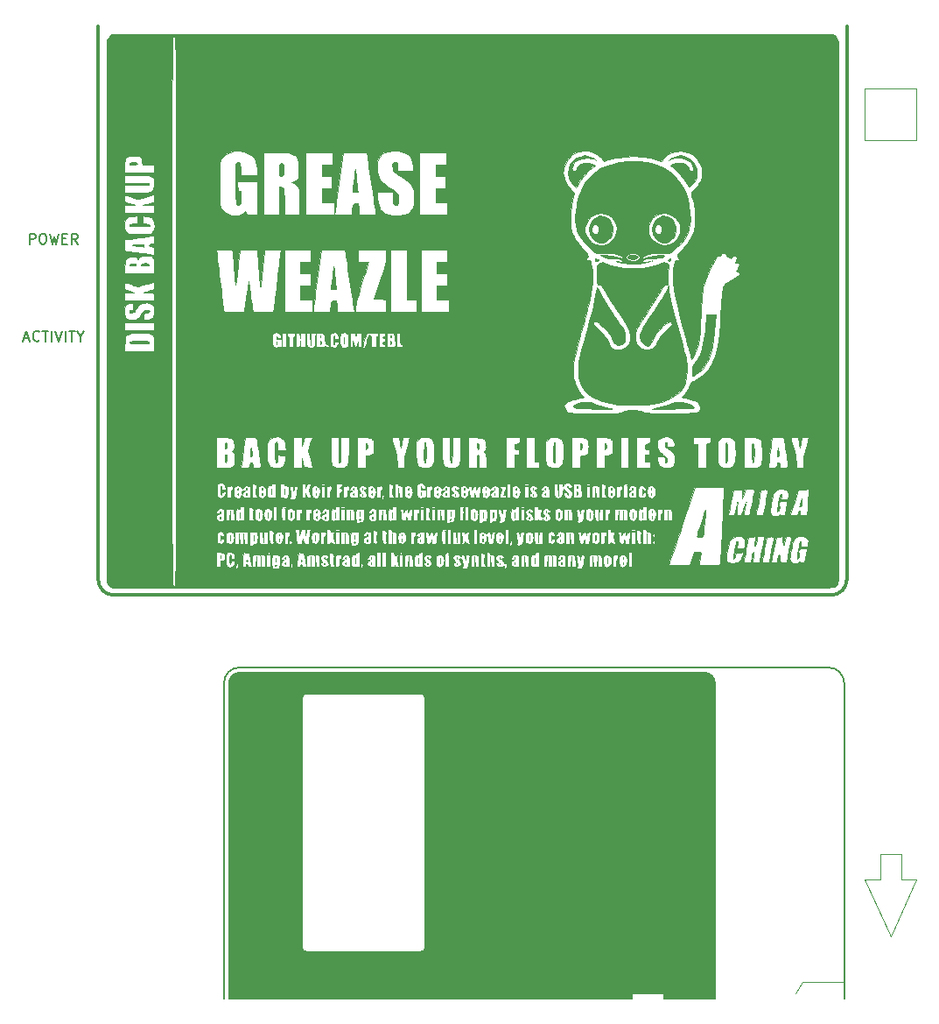
<source format=gto>
G04 #@! TF.GenerationSoftware,KiCad,Pcbnew,(5.1.8)-1*
G04 #@! TF.CreationDate,2021-11-04T13:52:05+01:00*
G04 #@! TF.ProjectId,Greaseweazle FA1,47726561-7365-4776-9561-7a6c65204641,rev?*
G04 #@! TF.SameCoordinates,Original*
G04 #@! TF.FileFunction,Legend,Top*
G04 #@! TF.FilePolarity,Positive*
%FSLAX46Y46*%
G04 Gerber Fmt 4.6, Leading zero omitted, Abs format (unit mm)*
G04 Created by KiCad (PCBNEW (5.1.8)-1) date 2021-11-04 13:52:05*
%MOMM*%
%LPD*%
G01*
G04 APERTURE LIST*
%ADD10C,0.150000*%
%ADD11C,0.120000*%
%ADD12C,0.300000*%
%ADD13C,0.100000*%
%ADD14C,0.200000*%
%ADD15C,0.010000*%
G04 APERTURE END LIST*
D10*
X171735714Y-60142380D02*
X171164285Y-60142380D01*
X171450000Y-60142380D02*
X171450000Y-59142380D01*
X171354761Y-59285238D01*
X171259523Y-59380476D01*
X171164285Y-59428095D01*
D11*
X170265000Y-60200000D02*
X170265000Y-59200000D01*
X169365000Y-59700000D02*
X170265000Y-60200000D01*
X169365000Y-59700000D02*
X170265000Y-59200000D01*
D10*
X109666666Y-85173666D02*
X110142857Y-85173666D01*
X109571428Y-85459380D02*
X109904761Y-84459380D01*
X110238095Y-85459380D01*
X111142857Y-85364142D02*
X111095238Y-85411761D01*
X110952380Y-85459380D01*
X110857142Y-85459380D01*
X110714285Y-85411761D01*
X110619047Y-85316523D01*
X110571428Y-85221285D01*
X110523809Y-85030809D01*
X110523809Y-84887952D01*
X110571428Y-84697476D01*
X110619047Y-84602238D01*
X110714285Y-84507000D01*
X110857142Y-84459380D01*
X110952380Y-84459380D01*
X111095238Y-84507000D01*
X111142857Y-84554619D01*
X111428571Y-84459380D02*
X112000000Y-84459380D01*
X111714285Y-85459380D02*
X111714285Y-84459380D01*
X112333333Y-85459380D02*
X112333333Y-84459380D01*
X112666666Y-84459380D02*
X113000000Y-85459380D01*
X113333333Y-84459380D01*
X113666666Y-85459380D02*
X113666666Y-84459380D01*
X114000000Y-84459380D02*
X114571428Y-84459380D01*
X114285714Y-85459380D02*
X114285714Y-84459380D01*
X115095238Y-84983190D02*
X115095238Y-85459380D01*
X114761904Y-84459380D02*
X115095238Y-84983190D01*
X115428571Y-84459380D01*
X110190476Y-76061380D02*
X110190476Y-75061380D01*
X110571428Y-75061380D01*
X110666666Y-75109000D01*
X110714285Y-75156619D01*
X110761904Y-75251857D01*
X110761904Y-75394714D01*
X110714285Y-75489952D01*
X110666666Y-75537571D01*
X110571428Y-75585190D01*
X110190476Y-75585190D01*
X111380952Y-75061380D02*
X111571428Y-75061380D01*
X111666666Y-75109000D01*
X111761904Y-75204238D01*
X111809523Y-75394714D01*
X111809523Y-75728047D01*
X111761904Y-75918523D01*
X111666666Y-76013761D01*
X111571428Y-76061380D01*
X111380952Y-76061380D01*
X111285714Y-76013761D01*
X111190476Y-75918523D01*
X111142857Y-75728047D01*
X111142857Y-75394714D01*
X111190476Y-75204238D01*
X111285714Y-75109000D01*
X111380952Y-75061380D01*
X112142857Y-75061380D02*
X112380952Y-76061380D01*
X112571428Y-75347095D01*
X112761904Y-76061380D01*
X113000000Y-75061380D01*
X113380952Y-75537571D02*
X113714285Y-75537571D01*
X113857142Y-76061380D02*
X113380952Y-76061380D01*
X113380952Y-75061380D01*
X113857142Y-75061380D01*
X114857142Y-76061380D02*
X114523809Y-75585190D01*
X114285714Y-76061380D02*
X114285714Y-75061380D01*
X114666666Y-75061380D01*
X114761904Y-75109000D01*
X114809523Y-75156619D01*
X114857142Y-75251857D01*
X114857142Y-75394714D01*
X114809523Y-75489952D01*
X114761904Y-75537571D01*
X114666666Y-75585190D01*
X114285714Y-75585190D01*
D12*
X116840000Y-88265000D02*
X116840000Y-108500000D01*
D11*
X196000000Y-61000000D02*
X191000000Y-61000000D01*
X191000000Y-66000000D02*
X191000000Y-61000000D01*
X196000000Y-61000000D02*
X196000000Y-66000000D01*
X196000000Y-66000000D02*
X191000000Y-66000000D01*
D13*
G36*
X175900000Y-117600000D02*
G01*
X176200000Y-117800000D01*
X176400000Y-118100000D01*
X176500000Y-118500000D01*
X176500000Y-149000000D01*
X171500000Y-149000000D01*
X171500000Y-148500000D01*
X168500000Y-148500000D01*
X168500000Y-149000000D01*
X149500000Y-149000000D01*
X149500000Y-117500000D01*
X175500000Y-117500000D01*
X175900000Y-117600000D01*
G37*
X175900000Y-117600000D02*
X176200000Y-117800000D01*
X176400000Y-118100000D01*
X176500000Y-118500000D01*
X176500000Y-149000000D01*
X171500000Y-149000000D01*
X171500000Y-148500000D01*
X168500000Y-148500000D01*
X168500000Y-149000000D01*
X149500000Y-149000000D01*
X149500000Y-117500000D01*
X175500000Y-117500000D01*
X175900000Y-117600000D01*
G36*
X149500000Y-149000000D02*
G01*
X137000000Y-149000000D01*
X137000000Y-144500000D01*
X148000000Y-144500000D01*
X148300000Y-144400000D01*
X148500000Y-144200000D01*
X148500000Y-120000000D01*
X148400000Y-119700000D01*
X148200000Y-119500000D01*
X137000000Y-119500000D01*
X137000000Y-117500000D01*
X149500000Y-117500000D01*
X149500000Y-149000000D01*
G37*
X149500000Y-149000000D02*
X137000000Y-149000000D01*
X137000000Y-144500000D01*
X148000000Y-144500000D01*
X148300000Y-144400000D01*
X148500000Y-144200000D01*
X148500000Y-120000000D01*
X148400000Y-119700000D01*
X148200000Y-119500000D01*
X137000000Y-119500000D01*
X137000000Y-117500000D01*
X149500000Y-117500000D01*
X149500000Y-149000000D01*
G36*
X136600000Y-144300000D02*
G01*
X136800000Y-144500000D01*
X137000000Y-144500000D01*
X137000000Y-149000000D01*
X136500000Y-149000000D01*
X136500000Y-144000000D01*
X136600000Y-144300000D01*
G37*
X136600000Y-144300000D02*
X136800000Y-144500000D01*
X137000000Y-144500000D01*
X137000000Y-149000000D01*
X136500000Y-149000000D01*
X136500000Y-144000000D01*
X136600000Y-144300000D01*
G36*
X137000000Y-119500000D02*
G01*
X136800000Y-119500000D01*
X136600000Y-119700000D01*
X136500000Y-120000000D01*
X136500000Y-117500000D01*
X137000000Y-117500000D01*
X137000000Y-119500000D01*
G37*
X137000000Y-119500000D02*
X136800000Y-119500000D01*
X136600000Y-119700000D01*
X136500000Y-120000000D01*
X136500000Y-117500000D01*
X137000000Y-117500000D01*
X137000000Y-119500000D01*
G36*
X136500000Y-149000000D02*
G01*
X129500000Y-149000000D01*
X129500000Y-118500000D01*
X129600000Y-118000000D01*
X130000000Y-117600000D01*
X130500000Y-117500000D01*
X136500000Y-117500000D01*
X136500000Y-149000000D01*
G37*
X136500000Y-149000000D02*
X129500000Y-149000000D01*
X129500000Y-118500000D01*
X129600000Y-118000000D01*
X130000000Y-117600000D01*
X130500000Y-117500000D01*
X136500000Y-117500000D01*
X136500000Y-149000000D01*
D11*
X194500000Y-135000000D02*
X194500000Y-137500000D01*
X192500000Y-135000000D02*
X194500000Y-135000000D01*
X192500000Y-137500000D02*
X192500000Y-135000000D01*
X191000000Y-137500000D02*
X192500000Y-137500000D01*
X193500000Y-143000000D02*
X191000000Y-137500000D01*
X196000000Y-137500000D02*
X194500000Y-137500000D01*
X193500000Y-143000000D02*
X196000000Y-137500000D01*
X185000000Y-147365000D02*
X184264300Y-148501100D01*
X189000000Y-147365000D02*
X185000000Y-147365000D01*
D14*
X140500000Y-144500000D02*
X144500000Y-144500000D01*
X148000000Y-144500000D02*
X144500000Y-144500000D01*
X137000000Y-144500000D02*
G75*
G02*
X136500000Y-144000000I0J500000D01*
G01*
X148500000Y-144000000D02*
G75*
G02*
X148000000Y-144500000I-500000J0D01*
G01*
X148000000Y-119500000D02*
G75*
G02*
X148500000Y-120000000I0J-500000D01*
G01*
X136500000Y-120000000D02*
G75*
G02*
X137000000Y-119500000I500000J0D01*
G01*
X137000000Y-119500000D02*
X148000000Y-119500000D01*
X137000000Y-144500000D02*
X140500000Y-144500000D01*
X148500000Y-120000000D02*
X148500000Y-144000000D01*
X136500000Y-120000000D02*
X136500000Y-144000000D01*
D13*
X171500000Y-148500000D02*
X168500000Y-148500000D01*
X168500000Y-148500000D02*
X168500000Y-149000000D01*
X171500000Y-148500000D02*
X171500000Y-149000000D01*
D14*
X176500000Y-118500000D02*
X176500000Y-149000000D01*
X130500000Y-117500000D02*
X175500000Y-117500000D01*
X175500000Y-117500000D02*
G75*
G02*
X176500000Y-118500000I0J-1000000D01*
G01*
X129500000Y-118500000D02*
X129500000Y-149000000D01*
X129500000Y-118500000D02*
G75*
G02*
X130500000Y-117500000I1000000J0D01*
G01*
X130500000Y-117000000D02*
X187500000Y-117000000D01*
X129000000Y-118500000D02*
G75*
G02*
X130500000Y-117000000I1500000J0D01*
G01*
X129000000Y-118500000D02*
X129000000Y-149000000D01*
X187500000Y-117000000D02*
G75*
G02*
X189000000Y-118500000I0J-1500000D01*
G01*
X189000000Y-118500000D02*
X189000000Y-149000000D01*
D12*
X189254000Y-108500000D02*
G75*
G02*
X187754000Y-110000000I-1500000J0D01*
G01*
X118340000Y-110000000D02*
G75*
G02*
X116840000Y-108500000I0J1500000D01*
G01*
X187754000Y-110000000D02*
X118364000Y-110000000D01*
X189254000Y-55000000D02*
X189254000Y-108500000D01*
X116840000Y-55000000D02*
X116840000Y-88265000D01*
D15*
G36*
X188160181Y-55987374D02*
G01*
X188305225Y-56171206D01*
X188386185Y-56390153D01*
X188410767Y-56527124D01*
X188414128Y-56613650D01*
X188417451Y-56822894D01*
X188420727Y-57150572D01*
X188423948Y-57592400D01*
X188427105Y-58144097D01*
X188430189Y-58801379D01*
X188433192Y-59559963D01*
X188436106Y-60415565D01*
X188438921Y-61363905D01*
X188441629Y-62400697D01*
X188444222Y-63521659D01*
X188446691Y-64722508D01*
X188449027Y-65998962D01*
X188451221Y-67346737D01*
X188453266Y-68761550D01*
X188455153Y-70239118D01*
X188456873Y-71775158D01*
X188458416Y-73365388D01*
X188459776Y-75005524D01*
X188460943Y-76691283D01*
X188461909Y-78418382D01*
X188462665Y-80182538D01*
X188463202Y-81979469D01*
X188463364Y-82762653D01*
X188463722Y-84933402D01*
X188463989Y-86980752D01*
X188464151Y-88908303D01*
X188464195Y-90719657D01*
X188464107Y-92418412D01*
X188463875Y-94008172D01*
X188463485Y-95492534D01*
X188462924Y-96875102D01*
X188462179Y-98159474D01*
X188461236Y-99349253D01*
X188460082Y-100448038D01*
X188458704Y-101459430D01*
X188457089Y-102387029D01*
X188455223Y-103234437D01*
X188453093Y-104005254D01*
X188450686Y-104703081D01*
X188447989Y-105331517D01*
X188444988Y-105894165D01*
X188441670Y-106394624D01*
X188438023Y-106836496D01*
X188434032Y-107223380D01*
X188429684Y-107558878D01*
X188424966Y-107846590D01*
X188419865Y-108090117D01*
X188414368Y-108293059D01*
X188408462Y-108459017D01*
X188402132Y-108591592D01*
X188395367Y-108694384D01*
X188388152Y-108770994D01*
X188380474Y-108825022D01*
X188372321Y-108860070D01*
X188367279Y-108873309D01*
X188249825Y-109052845D01*
X188103870Y-109195913D01*
X188097404Y-109200406D01*
X188082002Y-109208708D01*
X188058769Y-109216602D01*
X188024561Y-109224102D01*
X187976237Y-109231217D01*
X187910656Y-109237959D01*
X187824675Y-109244339D01*
X187715153Y-109250369D01*
X187578948Y-109256060D01*
X187412918Y-109261422D01*
X187213921Y-109266468D01*
X186978815Y-109271208D01*
X186704459Y-109275654D01*
X186387711Y-109279818D01*
X186025428Y-109283709D01*
X185614470Y-109287340D01*
X185151693Y-109290722D01*
X184633957Y-109293865D01*
X184058120Y-109296782D01*
X183421039Y-109299484D01*
X182719574Y-109301981D01*
X181950581Y-109304285D01*
X181110919Y-109306408D01*
X180197447Y-109308360D01*
X179207023Y-109310153D01*
X178136504Y-109311798D01*
X176982749Y-109313307D01*
X175742616Y-109314690D01*
X174412964Y-109315959D01*
X172990650Y-109317125D01*
X171472532Y-109318199D01*
X169855470Y-109319193D01*
X168136320Y-109320117D01*
X166311941Y-109320984D01*
X164379192Y-109321804D01*
X162334930Y-109322589D01*
X160176013Y-109323349D01*
X157899301Y-109324097D01*
X155501650Y-109324843D01*
X153162000Y-109325545D01*
X150880443Y-109326118D01*
X148649713Y-109326473D01*
X146472828Y-109326616D01*
X144352808Y-109326549D01*
X142292669Y-109326276D01*
X140295431Y-109325802D01*
X138364113Y-109325131D01*
X136501732Y-109324267D01*
X134711307Y-109323213D01*
X132995857Y-109321974D01*
X131358401Y-109320553D01*
X129801956Y-109318955D01*
X128329541Y-109317184D01*
X126944174Y-109315243D01*
X125648875Y-109313136D01*
X124446661Y-109310869D01*
X123340552Y-109308444D01*
X122333565Y-109305865D01*
X121428719Y-109303137D01*
X120629032Y-109300264D01*
X119937524Y-109297249D01*
X119357212Y-109294096D01*
X118891115Y-109290810D01*
X118542251Y-109287395D01*
X118313640Y-109283854D01*
X118208299Y-109280191D01*
X118201751Y-109279311D01*
X117944272Y-109148156D01*
X117769546Y-108925924D01*
X117673535Y-108607039D01*
X117664040Y-108536662D01*
X117662015Y-108455948D01*
X117660054Y-108253401D01*
X117658159Y-107934187D01*
X117656330Y-107503473D01*
X117654569Y-106966425D01*
X117652876Y-106328210D01*
X117651251Y-105593994D01*
X117649697Y-104768944D01*
X117648212Y-103858226D01*
X117646800Y-102867007D01*
X117645459Y-101800454D01*
X117644191Y-100663732D01*
X117642997Y-99462009D01*
X117641877Y-98200451D01*
X117640833Y-96884225D01*
X117639866Y-95518497D01*
X117638975Y-94108434D01*
X117638162Y-92659202D01*
X117637427Y-91175967D01*
X117636772Y-89663897D01*
X117636198Y-88128158D01*
X117635704Y-86573917D01*
X117635657Y-86392455D01*
X119369332Y-86392455D01*
X122247665Y-86392455D01*
X122226707Y-85679323D01*
X122214851Y-85338374D01*
X122190889Y-85085624D01*
X122137894Y-84907744D01*
X122038939Y-84791402D01*
X121877095Y-84723268D01*
X121635436Y-84690013D01*
X121297032Y-84678305D01*
X120952024Y-84675538D01*
X120478940Y-84677959D01*
X120116874Y-84694306D01*
X119850259Y-84728224D01*
X119663531Y-84783359D01*
X119541123Y-84863356D01*
X119467470Y-84971860D01*
X119446966Y-85028011D01*
X119432551Y-85128864D01*
X119416690Y-85324259D01*
X119401737Y-85581794D01*
X119394007Y-85757102D01*
X119369332Y-86392455D01*
X117635657Y-86392455D01*
X117635293Y-85006339D01*
X117635006Y-83629500D01*
X119380000Y-83629500D01*
X119380000Y-84360455D01*
X122237500Y-84360455D01*
X122237500Y-83629500D01*
X119380000Y-83629500D01*
X117635006Y-83629500D01*
X117634964Y-83430592D01*
X117634838Y-82613504D01*
X119343482Y-82613504D01*
X119344206Y-82646893D01*
X119360334Y-82895161D01*
X119400300Y-83059455D01*
X119476073Y-83182246D01*
X119503830Y-83213376D01*
X119616440Y-83311448D01*
X119696309Y-83343116D01*
X119702342Y-83340757D01*
X119776164Y-83352444D01*
X119786756Y-83365801D01*
X119874574Y-83404229D01*
X120041826Y-83412462D01*
X120245407Y-83393671D01*
X120442211Y-83351024D01*
X120550997Y-83309606D01*
X120686325Y-83207898D01*
X120848274Y-83038007D01*
X120974621Y-82874338D01*
X121134446Y-82653129D01*
X121257164Y-82518949D01*
X121371826Y-82450418D01*
X121507484Y-82426160D01*
X121586625Y-82423972D01*
X121747221Y-82448746D01*
X121793000Y-82514502D01*
X121736560Y-82635315D01*
X121571187Y-82698646D01*
X121443750Y-82707777D01*
X121335562Y-82714739D01*
X121276684Y-82754798D01*
X121249127Y-82858841D01*
X121234903Y-83057755D01*
X121234403Y-83067243D01*
X121215557Y-83425737D01*
X121424903Y-83402777D01*
X121702339Y-83363361D01*
X121894938Y-83310301D01*
X122044854Y-83231512D01*
X122061039Y-83220413D01*
X122145087Y-83149763D01*
X122146537Y-83121500D01*
X122138515Y-83082875D01*
X122188981Y-83010375D01*
X122250362Y-82884541D01*
X122270717Y-82710046D01*
X123952746Y-82710046D01*
X123952819Y-84297929D01*
X123953014Y-85880197D01*
X123953332Y-87451750D01*
X123953771Y-89007488D01*
X123954332Y-90542311D01*
X123955015Y-92051116D01*
X123955819Y-93528805D01*
X123956746Y-94970276D01*
X123957795Y-96370429D01*
X123958966Y-97724163D01*
X123960258Y-99026378D01*
X123961673Y-100271973D01*
X123963209Y-101455848D01*
X123964867Y-102572902D01*
X123966648Y-103618035D01*
X123968550Y-104586146D01*
X123970574Y-105472134D01*
X123972720Y-106270900D01*
X123974988Y-106977341D01*
X123977378Y-107586359D01*
X123979890Y-108092852D01*
X123982524Y-108491720D01*
X123985280Y-108777862D01*
X123988158Y-108946177D01*
X123990543Y-108992556D01*
X124079320Y-109078899D01*
X124142500Y-109093000D01*
X124258901Y-109043718D01*
X124294456Y-108992556D01*
X124297431Y-108921994D01*
X124300284Y-108729533D01*
X124303015Y-108420273D01*
X124305624Y-107999315D01*
X124308112Y-107471759D01*
X124310477Y-106842706D01*
X124312721Y-106117256D01*
X124313403Y-105854500D01*
X128270000Y-105854500D01*
X128270000Y-107251500D01*
X128460500Y-107251500D01*
X128577641Y-107243216D01*
X128633123Y-107195389D01*
X128649923Y-107073552D01*
X128651000Y-106965750D01*
X128658149Y-106788846D01*
X128691052Y-106705042D01*
X128766886Y-106680726D01*
X128797050Y-106680000D01*
X128975129Y-106634165D01*
X129031005Y-106553559D01*
X129190750Y-106553559D01*
X129192542Y-106833649D01*
X129202162Y-107013984D01*
X129225977Y-107121799D01*
X129270350Y-107184331D01*
X129341648Y-107228816D01*
X129349500Y-107232813D01*
X129566591Y-107306435D01*
X129745696Y-107272568D01*
X129833384Y-107204645D01*
X130133718Y-107204645D01*
X130139892Y-107378422D01*
X130182252Y-107436272D01*
X130268326Y-107385989D01*
X130289300Y-107365800D01*
X130345678Y-107249387D01*
X130360453Y-107143357D01*
X130755623Y-107143357D01*
X130776850Y-107217107D01*
X130824464Y-107246376D01*
X130901436Y-107251582D01*
X130937000Y-107251500D01*
X131076440Y-107231542D01*
X131125534Y-107157283D01*
X131127500Y-107124500D01*
X131154092Y-107021314D01*
X131191000Y-106997500D01*
X131242592Y-107050684D01*
X131254500Y-107124500D01*
X131267364Y-107193230D01*
X131324665Y-107231549D01*
X131454465Y-107248091D01*
X131667250Y-107251500D01*
X132080000Y-107251500D01*
X132105558Y-106267250D01*
X132148842Y-107251500D01*
X132524500Y-107251500D01*
X132550058Y-106267250D01*
X132593342Y-107251500D01*
X132969000Y-107251500D01*
X132969000Y-106713984D01*
X132965573Y-106446481D01*
X132951347Y-106277662D01*
X132920401Y-106179303D01*
X132866816Y-106123182D01*
X132842000Y-106108500D01*
X133096000Y-106108500D01*
X133096000Y-107251500D01*
X133477000Y-107251500D01*
X133477000Y-106723602D01*
X133608724Y-106723602D01*
X133609282Y-106768524D01*
X133616035Y-107028892D01*
X133626890Y-107239816D01*
X133639984Y-107369949D01*
X133646436Y-107394375D01*
X133733380Y-107434415D01*
X133894456Y-107444310D01*
X134081385Y-107427747D01*
X134245886Y-107388411D01*
X134329714Y-107342214D01*
X134382117Y-107253886D01*
X134413559Y-107100891D01*
X134427730Y-106858872D01*
X134429500Y-106683543D01*
X134429500Y-106512759D01*
X134513564Y-106512759D01*
X134580810Y-106550473D01*
X134663345Y-106554930D01*
X134781425Y-106560990D01*
X134783975Y-106585997D01*
X134715250Y-106627795D01*
X134611846Y-106685799D01*
X134577536Y-106705370D01*
X134556192Y-106764083D01*
X134524408Y-106881002D01*
X134525468Y-107071335D01*
X134632644Y-107200587D01*
X134837301Y-107262087D01*
X135018468Y-107262574D01*
X135318500Y-107238711D01*
X135318500Y-107204645D01*
X135404218Y-107204645D01*
X135410392Y-107378422D01*
X135452752Y-107436272D01*
X135538826Y-107385989D01*
X135559800Y-107365800D01*
X135616178Y-107249387D01*
X135630953Y-107143357D01*
X136026123Y-107143357D01*
X136047350Y-107217107D01*
X136094964Y-107246376D01*
X136171936Y-107251582D01*
X136207500Y-107251500D01*
X136346940Y-107231542D01*
X136396034Y-107157283D01*
X136398000Y-107124500D01*
X136424592Y-107021314D01*
X136461500Y-106997500D01*
X136513092Y-107050684D01*
X136525000Y-107124500D01*
X136537864Y-107193230D01*
X136595165Y-107231549D01*
X136724965Y-107248091D01*
X136937750Y-107251500D01*
X137350500Y-107251500D01*
X137376058Y-106267250D01*
X137419342Y-107251500D01*
X137795000Y-107251500D01*
X137820558Y-106267250D01*
X137863842Y-107251500D01*
X138239500Y-107251500D01*
X138239500Y-106713984D01*
X138236655Y-106491871D01*
X138328095Y-106491871D01*
X138427728Y-106645783D01*
X138433302Y-106651765D01*
X138521266Y-106757271D01*
X138519468Y-106801176D01*
X138476566Y-106807000D01*
X138357151Y-106846096D01*
X138329452Y-106968255D01*
X138344410Y-107046887D01*
X138438218Y-107183247D01*
X138606488Y-107260055D01*
X138807901Y-107269949D01*
X139001140Y-107205566D01*
X139049125Y-107172453D01*
X139124546Y-107040086D01*
X139116712Y-106865118D01*
X139033015Y-106693894D01*
X138961186Y-106621108D01*
X138855821Y-106532616D01*
X138846544Y-106496409D01*
X138925688Y-106489500D01*
X139067705Y-106452009D01*
X139104425Y-106345627D01*
X139066103Y-106237562D01*
X139004786Y-106176646D01*
X139179494Y-106176646D01*
X139182199Y-106390067D01*
X139190056Y-106633567D01*
X139201516Y-106871327D01*
X139215032Y-107067528D01*
X139229055Y-107186350D01*
X139234261Y-107203875D01*
X139310975Y-107235954D01*
X139460416Y-107251281D01*
X139481497Y-107251500D01*
X139644387Y-107230105D01*
X139699812Y-107162215D01*
X139700000Y-107156250D01*
X139665711Y-107071746D01*
X139636500Y-107061000D01*
X139601421Y-107004844D01*
X139580691Y-106864111D01*
X139574240Y-106680403D01*
X139581996Y-106495321D01*
X139603890Y-106350468D01*
X139637811Y-106287979D01*
X139664258Y-106219184D01*
X139631507Y-106121288D01*
X139763500Y-106121288D01*
X139763500Y-107251500D01*
X139954000Y-107251500D01*
X140063339Y-107245520D01*
X140119983Y-107206630D01*
X140141261Y-107103402D01*
X140144500Y-106905997D01*
X140152826Y-106709112D01*
X140174245Y-106570419D01*
X140193693Y-106530091D01*
X140283469Y-106521901D01*
X140438886Y-106541731D01*
X140463568Y-106546745D01*
X140600534Y-106580243D01*
X140624429Y-106606216D01*
X140547249Y-106639224D01*
X140541375Y-106641180D01*
X140430628Y-106693718D01*
X140397632Y-106731904D01*
X140382045Y-106822201D01*
X140360012Y-106912254D01*
X140367255Y-107080860D01*
X140480069Y-107200785D01*
X140682745Y-107261030D01*
X140860468Y-107262574D01*
X141160500Y-107238711D01*
X141160500Y-106703784D01*
X141160369Y-106684619D01*
X141287500Y-106684619D01*
X141292673Y-106947387D01*
X141311808Y-107111039D01*
X141350330Y-107203176D01*
X141397268Y-107243119D01*
X141516264Y-107277164D01*
X141568820Y-107266365D01*
X141668350Y-107244878D01*
X141834865Y-107240708D01*
X141871801Y-107242412D01*
X142113000Y-107256644D01*
X142113000Y-107204645D01*
X142198718Y-107204645D01*
X142204892Y-107378422D01*
X142247252Y-107436272D01*
X142333326Y-107385989D01*
X142354300Y-107365800D01*
X142410678Y-107249387D01*
X142430500Y-107107143D01*
X142411725Y-106976340D01*
X142343546Y-106942747D01*
X142319375Y-106945989D01*
X142236993Y-107006412D01*
X142201201Y-107161366D01*
X142198718Y-107204645D01*
X142113000Y-107204645D01*
X142113000Y-106512759D01*
X142832064Y-106512759D01*
X142899310Y-106550473D01*
X142981845Y-106554930D01*
X143099925Y-106560990D01*
X143102475Y-106585997D01*
X143033750Y-106627795D01*
X142930346Y-106685799D01*
X142896036Y-106705370D01*
X142874692Y-106764083D01*
X142842908Y-106881002D01*
X142843968Y-107071335D01*
X142951144Y-107200587D01*
X143155801Y-107262087D01*
X143336968Y-107262574D01*
X143637000Y-107238711D01*
X143637000Y-106703784D01*
X143634963Y-106442413D01*
X143623702Y-106279720D01*
X143595491Y-106187393D01*
X143542603Y-106137120D01*
X143474116Y-106106928D01*
X143321786Y-106060111D01*
X143227150Y-106045000D01*
X143093893Y-106096128D01*
X142955299Y-106220865D01*
X142856405Y-106376236D01*
X142844488Y-106410125D01*
X142832064Y-106512759D01*
X142113000Y-106512759D01*
X142113000Y-105854500D01*
X143764000Y-105854500D01*
X143764000Y-107251500D01*
X144145000Y-107251500D01*
X144145000Y-105854500D01*
X144272000Y-105854500D01*
X144272000Y-107251500D01*
X144653000Y-107251500D01*
X144653000Y-105854500D01*
X145097500Y-105854500D01*
X145097500Y-107251500D01*
X145288000Y-107251500D01*
X145425962Y-107228186D01*
X145483513Y-107172125D01*
X145496277Y-107125331D01*
X145520554Y-107172125D01*
X145606133Y-107222788D01*
X145804395Y-107248617D01*
X145928291Y-107251500D01*
X146304000Y-107251500D01*
X146304000Y-106121288D01*
X146431000Y-106121288D01*
X146431000Y-107251500D01*
X146812000Y-107251500D01*
X146837558Y-106267250D01*
X146880842Y-107251500D01*
X147256500Y-107251500D01*
X147256500Y-106713984D01*
X147255826Y-106684619D01*
X147383500Y-106684619D01*
X147388673Y-106947387D01*
X147407808Y-107111039D01*
X147446330Y-107203176D01*
X147493268Y-107243119D01*
X147612264Y-107277164D01*
X147664820Y-107266365D01*
X147764350Y-107244878D01*
X147930865Y-107240708D01*
X147967801Y-107242412D01*
X148209000Y-107256644D01*
X148209000Y-106491871D01*
X148297595Y-106491871D01*
X148397228Y-106645783D01*
X148402802Y-106651765D01*
X148490766Y-106757271D01*
X148488968Y-106801176D01*
X148446066Y-106807000D01*
X148326651Y-106846096D01*
X148298952Y-106968255D01*
X148313910Y-107046887D01*
X148407718Y-107183247D01*
X148575988Y-107260055D01*
X148777401Y-107269949D01*
X148970640Y-107205566D01*
X149018625Y-107172453D01*
X149094046Y-107040086D01*
X149086212Y-106865118D01*
X149002515Y-106693894D01*
X148930686Y-106621108D01*
X148825321Y-106532616D01*
X148816044Y-106496409D01*
X148895188Y-106489500D01*
X148916279Y-106483932D01*
X149485834Y-106483932D01*
X149491612Y-106710183D01*
X149506297Y-106947671D01*
X149532342Y-107091357D01*
X149581043Y-107174440D01*
X149663693Y-107230117D01*
X149669500Y-107233070D01*
X149853160Y-107303411D01*
X149992931Y-107283695D01*
X150142031Y-107165710D01*
X150148636Y-107159136D01*
X150244941Y-107036572D01*
X150291821Y-106888302D01*
X150304489Y-106665186D01*
X150304500Y-106655745D01*
X150295638Y-106441479D01*
X150258423Y-106307947D01*
X150253628Y-106302155D01*
X150345380Y-106302155D01*
X150351573Y-106629866D01*
X150354554Y-106695875D01*
X150381032Y-107251500D01*
X150735967Y-107251500D01*
X150760820Y-106695875D01*
X150766063Y-106406032D01*
X151130000Y-106406032D01*
X151171189Y-106525954D01*
X151268068Y-106660032D01*
X151352366Y-106761355D01*
X151347039Y-106802016D01*
X151303566Y-106807000D01*
X151185919Y-106847458D01*
X151148515Y-106946512D01*
X151184129Y-107070680D01*
X151285535Y-107186483D01*
X151398536Y-107247052D01*
X151617872Y-107275161D01*
X151794860Y-107213225D01*
X151912882Y-107087589D01*
X151955322Y-106924593D01*
X151905561Y-106750581D01*
X151791662Y-106623842D01*
X151691406Y-106529164D01*
X151703475Y-106490611D01*
X151719492Y-106489500D01*
X151868924Y-106467481D01*
X151907478Y-106455207D01*
X151966861Y-106469956D01*
X152016719Y-106577110D01*
X152064228Y-106788582D01*
X152092549Y-106994674D01*
X152093349Y-107135098D01*
X152075306Y-107177416D01*
X152028300Y-107249999D01*
X152019000Y-107320291D01*
X152047542Y-107406218D01*
X152154569Y-107439381D01*
X152231408Y-107442000D01*
X152419978Y-107407319D01*
X152541319Y-107330875D01*
X152600990Y-107209152D01*
X152653854Y-107010085D01*
X152680721Y-106838750D01*
X152709544Y-106599484D01*
X152739482Y-106386019D01*
X152756856Y-106283125D01*
X152767857Y-106161453D01*
X152719168Y-106121288D01*
X152844500Y-106121288D01*
X152844500Y-107251500D01*
X153225500Y-107251500D01*
X153251058Y-106267250D01*
X153294342Y-107251500D01*
X153670000Y-107251500D01*
X153670000Y-106713984D01*
X153663190Y-106417634D01*
X153631176Y-106227469D01*
X153594914Y-106176646D01*
X153784494Y-106176646D01*
X153787199Y-106390067D01*
X153795056Y-106633567D01*
X153806516Y-106871327D01*
X153820032Y-107067528D01*
X153834055Y-107186350D01*
X153839261Y-107203875D01*
X153915975Y-107235954D01*
X154065416Y-107251281D01*
X154086497Y-107251500D01*
X154249387Y-107230105D01*
X154304812Y-107162215D01*
X154305000Y-107156250D01*
X154270711Y-107071746D01*
X154241500Y-107061000D01*
X154206421Y-107004844D01*
X154185691Y-106864111D01*
X154179240Y-106680403D01*
X154186996Y-106495321D01*
X154208890Y-106350468D01*
X154242811Y-106287979D01*
X154269258Y-106219184D01*
X154226936Y-106092683D01*
X154129430Y-105975274D01*
X153998010Y-105915317D01*
X153873410Y-105918717D01*
X153796365Y-105991380D01*
X153788489Y-106029125D01*
X153784494Y-106176646D01*
X153594914Y-106176646D01*
X153556576Y-106122916D01*
X153422012Y-106083399D01*
X153210102Y-106088346D01*
X153146125Y-106093834D01*
X152844500Y-106121288D01*
X152719168Y-106121288D01*
X152711764Y-106115181D01*
X152595545Y-106108500D01*
X152472548Y-106117616D01*
X152414752Y-106168588D01*
X152395516Y-106296847D01*
X152392633Y-106378375D01*
X152383184Y-106512295D01*
X152367495Y-106547754D01*
X152358411Y-106521250D01*
X152322164Y-106350428D01*
X152301067Y-106251375D01*
X152236589Y-106153910D01*
X152126061Y-106105631D01*
X152017109Y-106113102D01*
X151957359Y-106182886D01*
X151955500Y-106203750D01*
X151936701Y-106253450D01*
X151867059Y-106209135D01*
X151828500Y-106172000D01*
X151677222Y-106075929D01*
X151542750Y-106045000D01*
X151373673Y-106092947D01*
X151223164Y-106210259D01*
X151136716Y-106357143D01*
X151130000Y-106406032D01*
X150766063Y-106406032D01*
X150766088Y-106404665D01*
X150753460Y-106198906D01*
X150724247Y-106097775D01*
X150719711Y-106093597D01*
X150696613Y-106052291D01*
X150733125Y-106045972D01*
X150803468Y-105993852D01*
X150812500Y-105949750D01*
X150756186Y-105874408D01*
X150620428Y-105854500D01*
X154368500Y-105854500D01*
X154368500Y-107251500D01*
X154749500Y-107251500D01*
X154775058Y-106267250D01*
X154818342Y-107251500D01*
X155194000Y-107251500D01*
X155194000Y-106946274D01*
X155275838Y-106946274D01*
X155311557Y-107070352D01*
X155413122Y-107186263D01*
X155527247Y-107247474D01*
X155719292Y-107281335D01*
X155901885Y-107224585D01*
X156036486Y-107174368D01*
X156091676Y-107214629D01*
X156087998Y-107360626D01*
X156087740Y-107362625D01*
X156112559Y-107434909D01*
X156196858Y-107417332D01*
X156260800Y-107365800D01*
X156316837Y-107249731D01*
X156337000Y-107104393D01*
X156322418Y-106975793D01*
X156262211Y-106942904D01*
X156210000Y-106952399D01*
X156108044Y-106949219D01*
X156083000Y-106869163D01*
X156036104Y-106751634D01*
X155922556Y-106626610D01*
X155915686Y-106621108D01*
X155810321Y-106532616D01*
X155805234Y-106512759D01*
X156738564Y-106512759D01*
X156805810Y-106550473D01*
X156888345Y-106554930D01*
X157006425Y-106560990D01*
X157008975Y-106585997D01*
X156940250Y-106627795D01*
X156836846Y-106685799D01*
X156802536Y-106705370D01*
X156781192Y-106764083D01*
X156749408Y-106881002D01*
X156750468Y-107071335D01*
X156857644Y-107200587D01*
X157062301Y-107262087D01*
X157243468Y-107262574D01*
X157543500Y-107238711D01*
X157543500Y-106703784D01*
X157541463Y-106442413D01*
X157530202Y-106279720D01*
X157501991Y-106187393D01*
X157449103Y-106137120D01*
X157413190Y-106121288D01*
X157670500Y-106121288D01*
X157670500Y-107251500D01*
X158051500Y-107251500D01*
X158077058Y-106267250D01*
X158120342Y-107251500D01*
X158496000Y-107251500D01*
X158496000Y-106713984D01*
X158495326Y-106684619D01*
X158623000Y-106684619D01*
X158628173Y-106947387D01*
X158647308Y-107111039D01*
X158685830Y-107203176D01*
X158732768Y-107243119D01*
X158851764Y-107277164D01*
X158904320Y-107266365D01*
X159003850Y-107244878D01*
X159170365Y-107240708D01*
X159207301Y-107242412D01*
X159448500Y-107256644D01*
X159448500Y-106121288D01*
X159893000Y-106121288D01*
X159893000Y-107251500D01*
X160274000Y-107251500D01*
X160299558Y-106267250D01*
X160342842Y-107251500D01*
X160718500Y-107251500D01*
X160744058Y-106267250D01*
X160787342Y-107251500D01*
X161163000Y-107251500D01*
X161163000Y-106713984D01*
X161160423Y-106512759D01*
X161247064Y-106512759D01*
X161314310Y-106550473D01*
X161396845Y-106554930D01*
X161514925Y-106560990D01*
X161517475Y-106585997D01*
X161448750Y-106627795D01*
X161345346Y-106685799D01*
X161311036Y-106705370D01*
X161289692Y-106764083D01*
X161257908Y-106881002D01*
X161258968Y-107071335D01*
X161366144Y-107200587D01*
X161570801Y-107262087D01*
X161751968Y-107262574D01*
X162052000Y-107238711D01*
X162052000Y-106703784D01*
X162049963Y-106442413D01*
X162038702Y-106279720D01*
X162010491Y-106187393D01*
X161957603Y-106137120D01*
X161921690Y-106121288D01*
X162179000Y-106121288D01*
X162179000Y-107251500D01*
X162560000Y-107251500D01*
X162585558Y-106267250D01*
X162628842Y-107251500D01*
X163004500Y-107251500D01*
X163004500Y-106713984D01*
X162997690Y-106417634D01*
X162970994Y-106259055D01*
X163075800Y-106259055D01*
X163098584Y-106434609D01*
X163154024Y-106709382D01*
X163161352Y-106743500D01*
X163201346Y-106971184D01*
X163209817Y-107124648D01*
X163190872Y-107177416D01*
X163141316Y-107249964D01*
X163131500Y-107320291D01*
X163160042Y-107406218D01*
X163267069Y-107439381D01*
X163343908Y-107442000D01*
X163532478Y-107407319D01*
X163653819Y-107330875D01*
X163713490Y-107209152D01*
X163766354Y-107010085D01*
X163793221Y-106838750D01*
X163822044Y-106599484D01*
X163851982Y-106386019D01*
X163869356Y-106283125D01*
X163880357Y-106161453D01*
X163831668Y-106121288D01*
X164274500Y-106121288D01*
X164274500Y-107251500D01*
X164655500Y-107251500D01*
X164681058Y-106267250D01*
X164724342Y-107251500D01*
X165100000Y-107251500D01*
X165125558Y-106267250D01*
X165168842Y-107251500D01*
X165544500Y-107251500D01*
X165544500Y-106713984D01*
X165541553Y-106483932D01*
X165678334Y-106483932D01*
X165684112Y-106710183D01*
X165698797Y-106947671D01*
X165724842Y-107091357D01*
X165773543Y-107174440D01*
X165856193Y-107230117D01*
X165862000Y-107233070D01*
X166045660Y-107303411D01*
X166185431Y-107283695D01*
X166334531Y-107165710D01*
X166341136Y-107159136D01*
X166437441Y-107036572D01*
X166484321Y-106888302D01*
X166496989Y-106665186D01*
X166497000Y-106655745D01*
X166488138Y-106441479D01*
X166450923Y-106307947D01*
X166369413Y-106209490D01*
X166329686Y-106176608D01*
X166231972Y-106121288D01*
X166560500Y-106121288D01*
X166560500Y-107251500D01*
X166751000Y-107251500D01*
X166859677Y-107245695D01*
X166916382Y-107207501D01*
X166938021Y-107105745D01*
X166941499Y-106909256D01*
X166941500Y-106900257D01*
X166953691Y-106671746D01*
X166993684Y-106547317D01*
X167036750Y-106512463D01*
X167059773Y-106483932D01*
X167202334Y-106483932D01*
X167208112Y-106710183D01*
X167222797Y-106947671D01*
X167248842Y-107091357D01*
X167297543Y-107174440D01*
X167380193Y-107230117D01*
X167386000Y-107233070D01*
X167570006Y-107303528D01*
X167709408Y-107284287D01*
X167856395Y-107167872D01*
X167858970Y-107165301D01*
X167975915Y-106968760D01*
X168021836Y-106716675D01*
X167996603Y-106458116D01*
X167900086Y-106242155D01*
X167861550Y-106197277D01*
X167673110Y-106068374D01*
X167485689Y-106065326D01*
X167326272Y-106156176D01*
X167253349Y-106230726D01*
X167214554Y-106328173D01*
X167202334Y-106483932D01*
X167059773Y-106483932D01*
X167108375Y-106423705D01*
X167132000Y-106275873D01*
X167125652Y-106153621D01*
X167083696Y-106098718D01*
X166971766Y-106089838D01*
X166846250Y-106098561D01*
X166560500Y-106121288D01*
X166231972Y-106121288D01*
X166130327Y-106063743D01*
X165951016Y-106067895D01*
X165802272Y-106156176D01*
X165729349Y-106230726D01*
X165690554Y-106328173D01*
X165678334Y-106483932D01*
X165541553Y-106483932D01*
X165541073Y-106446481D01*
X165526847Y-106277662D01*
X165495901Y-106179303D01*
X165442316Y-106123182D01*
X165417500Y-106108500D01*
X165246282Y-106076866D01*
X165177735Y-106100881D01*
X165040461Y-106129736D01*
X164971360Y-106113614D01*
X164854869Y-106090644D01*
X164668657Y-106087639D01*
X164576125Y-106093643D01*
X164274500Y-106121288D01*
X163831668Y-106121288D01*
X163824264Y-106115181D01*
X163708045Y-106108500D01*
X163585048Y-106117616D01*
X163527252Y-106168588D01*
X163508016Y-106296847D01*
X163505133Y-106378375D01*
X163495684Y-106512295D01*
X163479995Y-106547754D01*
X163470911Y-106521250D01*
X163434664Y-106350428D01*
X163413567Y-106251375D01*
X163344720Y-106135774D01*
X163225540Y-106108500D01*
X163137062Y-106117921D01*
X163087887Y-106160799D01*
X163075800Y-106259055D01*
X162970994Y-106259055D01*
X162965676Y-106227469D01*
X162891076Y-106122916D01*
X162756512Y-106083399D01*
X162544602Y-106088346D01*
X162480625Y-106093834D01*
X162179000Y-106121288D01*
X161921690Y-106121288D01*
X161889116Y-106106928D01*
X161736786Y-106060111D01*
X161642150Y-106045000D01*
X161508893Y-106096128D01*
X161370299Y-106220865D01*
X161271405Y-106376236D01*
X161259488Y-106410125D01*
X161247064Y-106512759D01*
X161160423Y-106512759D01*
X161159573Y-106446481D01*
X161145347Y-106277662D01*
X161114401Y-106179303D01*
X161060816Y-106123182D01*
X161036000Y-106108500D01*
X160864782Y-106076866D01*
X160796235Y-106100881D01*
X160658961Y-106129736D01*
X160589860Y-106113614D01*
X160473369Y-106090644D01*
X160287157Y-106087639D01*
X160194625Y-106093643D01*
X159893000Y-106121288D01*
X159448500Y-106121288D01*
X159448500Y-105854500D01*
X168082673Y-105854500D01*
X168100903Y-107251500D01*
X168449096Y-107251500D01*
X168451768Y-107046733D01*
X172036590Y-107046733D01*
X172050278Y-107077397D01*
X172127470Y-107098406D01*
X172282687Y-107110676D01*
X172530451Y-107115123D01*
X172885285Y-107112662D01*
X173043723Y-107110233D01*
X174080769Y-107092750D01*
X174266744Y-106441875D01*
X174452718Y-105791000D01*
X174797904Y-105791000D01*
X174995461Y-105793898D01*
X175094313Y-105813188D01*
X175122753Y-105864757D01*
X175109077Y-105964496D01*
X175108856Y-105965625D01*
X175083371Y-106125598D01*
X175053937Y-106352944D01*
X175035109Y-106521250D01*
X175008731Y-106745669D01*
X174981569Y-106930220D01*
X174964769Y-107013375D01*
X174962056Y-107054975D01*
X174992304Y-107084712D01*
X175072989Y-107104553D01*
X175221587Y-107116467D01*
X175455573Y-107122423D01*
X175792425Y-107124389D01*
X175951343Y-107124500D01*
X176968745Y-107124500D01*
X177000002Y-106918125D01*
X177008420Y-106820246D01*
X177022029Y-106609968D01*
X177037725Y-106342318D01*
X177591657Y-106342318D01*
X177595617Y-106554062D01*
X177640209Y-106701507D01*
X177727378Y-106803932D01*
X177820394Y-106862057D01*
X178015240Y-106911009D01*
X178271474Y-106912729D01*
X178534902Y-106872622D01*
X178751333Y-106796091D01*
X178759314Y-106791125D01*
X179263537Y-106791125D01*
X179316789Y-106843037D01*
X179485650Y-106867819D01*
X179603983Y-106870500D01*
X179947466Y-106870500D01*
X180026106Y-106430456D01*
X180090856Y-106116731D01*
X180151630Y-105925736D01*
X180210053Y-105853322D01*
X180246844Y-105867178D01*
X180254815Y-105944593D01*
X180239189Y-106109530D01*
X180205537Y-106325905D01*
X180159429Y-106557636D01*
X180109097Y-106759375D01*
X180107094Y-106823106D01*
X180165256Y-106856708D01*
X180309906Y-106869267D01*
X180430970Y-106870500D01*
X180623620Y-106867085D01*
X180752024Y-106858267D01*
X180784500Y-106849501D01*
X180794788Y-106791125D01*
X181041537Y-106791125D01*
X181095218Y-106843294D01*
X181265123Y-106867991D01*
X181378572Y-106870500D01*
X181718644Y-106870500D01*
X181734497Y-106791125D01*
X181930537Y-106791125D01*
X181988438Y-106846825D01*
X182163825Y-106869928D01*
X182207988Y-106870500D01*
X182488476Y-106870500D01*
X182557238Y-106549874D01*
X182597037Y-106346483D01*
X182621863Y-106185334D01*
X182626000Y-106133376D01*
X182657593Y-106070099D01*
X182689500Y-106076750D01*
X182727375Y-106158558D01*
X182750617Y-106320860D01*
X182753972Y-106413872D01*
X182767386Y-106655460D01*
X182819125Y-106794753D01*
X182929376Y-106855154D01*
X183118326Y-106860066D01*
X183137715Y-106858744D01*
X183414593Y-106838750D01*
X183498277Y-106425107D01*
X183736142Y-106425107D01*
X183736695Y-106538740D01*
X183846236Y-106749539D01*
X184031773Y-106885671D01*
X184258761Y-106934999D01*
X184492655Y-106885388D01*
X184580370Y-106835149D01*
X184682450Y-106783993D01*
X184721500Y-106803399D01*
X184777309Y-106847746D01*
X184914544Y-106869918D01*
X184943750Y-106870500D01*
X185090750Y-106864271D01*
X185164117Y-106848958D01*
X185166000Y-106845740D01*
X185177992Y-106777021D01*
X185210311Y-106611686D01*
X185257468Y-106377468D01*
X185293974Y-106199014D01*
X185345095Y-105919493D01*
X185373651Y-105695947D01*
X185376813Y-105554774D01*
X185366541Y-105521641D01*
X185276260Y-105493905D01*
X185104404Y-105482508D01*
X184971016Y-105485742D01*
X184773214Y-105501824D01*
X184666602Y-105534873D01*
X184615437Y-105606019D01*
X184588969Y-105711625D01*
X184575927Y-105857390D01*
X184606651Y-105917813D01*
X184609586Y-105918000D01*
X184638322Y-105970787D01*
X184635629Y-106098288D01*
X184608634Y-106254210D01*
X184564468Y-106392264D01*
X184527117Y-106453516D01*
X184461359Y-106493730D01*
X184429955Y-106438672D01*
X184432888Y-106281253D01*
X184470144Y-106014384D01*
X184525490Y-105713024D01*
X184596590Y-105352565D01*
X184649422Y-105098418D01*
X184689344Y-104932112D01*
X184721717Y-104835175D01*
X184751898Y-104789136D01*
X184785248Y-104775524D01*
X184797640Y-104775000D01*
X184836669Y-104832500D01*
X184835584Y-104992407D01*
X184831153Y-105029000D01*
X184797084Y-105283000D01*
X185477745Y-105283000D01*
X185521245Y-105051123D01*
X185529682Y-104759645D01*
X185431150Y-104535006D01*
X185228819Y-104375170D01*
X184959166Y-104300390D01*
X184666014Y-104320357D01*
X184388670Y-104423411D01*
X184166442Y-104597889D01*
X184084872Y-104714541D01*
X184037775Y-104843711D01*
X183980101Y-105061945D01*
X183917651Y-105338843D01*
X183856229Y-105644008D01*
X183801635Y-105947039D01*
X183759672Y-106217539D01*
X183736142Y-106425107D01*
X183498277Y-106425107D01*
X183652259Y-105664000D01*
X183727170Y-105290443D01*
X183792712Y-104957352D01*
X183844867Y-104685656D01*
X183879618Y-104496286D01*
X183892949Y-104410171D01*
X183892962Y-104409875D01*
X183835032Y-104354194D01*
X183659437Y-104331080D01*
X183614752Y-104330500D01*
X183333504Y-104330500D01*
X183261752Y-104695625D01*
X183204455Y-104966289D01*
X183160323Y-105113339D01*
X183124571Y-105138882D01*
X183092416Y-105045031D01*
X183059074Y-104833894D01*
X183053092Y-104787656D01*
X182994230Y-104324063D01*
X182701593Y-104343156D01*
X182408955Y-104362250D01*
X182171265Y-105537000D01*
X182096346Y-105910555D01*
X182030798Y-106243646D01*
X181978637Y-106515342D01*
X181943882Y-106704712D01*
X181930550Y-106790828D01*
X181930537Y-106791125D01*
X181734497Y-106791125D01*
X181950111Y-105711625D01*
X182023634Y-105337562D01*
X182087520Y-105001130D01*
X182137786Y-104724253D01*
X182170446Y-104528855D01*
X182181539Y-104438306D01*
X182163877Y-104371655D01*
X182090922Y-104341411D01*
X181932632Y-104338925D01*
X181850752Y-104343056D01*
X181520005Y-104362250D01*
X181282290Y-105537000D01*
X181207363Y-105910554D01*
X181141808Y-106243645D01*
X181089642Y-106515340D01*
X181054884Y-106704711D01*
X181041550Y-106790827D01*
X181041537Y-106791125D01*
X180794788Y-106791125D01*
X180796366Y-106782176D01*
X180828799Y-106614084D01*
X180877048Y-106368906D01*
X180936365Y-106070326D01*
X181001998Y-105742027D01*
X181069199Y-105407691D01*
X181133217Y-105091003D01*
X181189303Y-104815644D01*
X181232707Y-104605299D01*
X181258679Y-104483649D01*
X181261047Y-104473375D01*
X181271314Y-104391436D01*
X181233322Y-104348832D01*
X181119170Y-104332791D01*
X180948961Y-104330500D01*
X180603004Y-104330500D01*
X180531252Y-104695625D01*
X180479046Y-104951940D01*
X180439987Y-105107822D01*
X180404873Y-105187854D01*
X180364498Y-105216619D01*
X180335109Y-105219500D01*
X180290789Y-105167416D01*
X180302586Y-105060706D01*
X180336229Y-104897698D01*
X180372000Y-104682770D01*
X180382100Y-104612571D01*
X180421758Y-104323229D01*
X180081882Y-104342739D01*
X179742005Y-104362250D01*
X179504290Y-105537000D01*
X179429363Y-105910554D01*
X179363808Y-106243645D01*
X179311642Y-106515340D01*
X179276884Y-106704711D01*
X179263550Y-106790827D01*
X179263537Y-106791125D01*
X178759314Y-106791125D01*
X178802758Y-106764096D01*
X179020236Y-106525851D01*
X179153779Y-106194066D01*
X179178409Y-106071459D01*
X179214794Y-105847245D01*
X178877604Y-105866747D01*
X178540414Y-105886250D01*
X178471832Y-106167280D01*
X178414466Y-106341659D01*
X178349405Y-106455061D01*
X178323875Y-106474197D01*
X178277674Y-106477951D01*
X178254029Y-106439992D01*
X178254013Y-106342370D01*
X178278702Y-106167135D01*
X178329168Y-105896340D01*
X178370987Y-105686865D01*
X178442790Y-105333336D01*
X178495517Y-105085518D01*
X178535230Y-104924631D01*
X178567990Y-104831897D01*
X178599858Y-104788540D01*
X178636897Y-104775780D01*
X178665343Y-104775000D01*
X178737135Y-104812716D01*
X178733307Y-104917875D01*
X178696414Y-105084681D01*
X178657878Y-105267125D01*
X178615409Y-105473500D01*
X178961767Y-105473500D01*
X179161491Y-105469463D01*
X179269347Y-105445320D01*
X179320450Y-105383021D01*
X179347812Y-105275062D01*
X179390061Y-104906284D01*
X179348368Y-104628948D01*
X179220010Y-104436862D01*
X179002263Y-104323833D01*
X178921164Y-104304799D01*
X178647033Y-104301822D01*
X178363467Y-104376812D01*
X178113391Y-104512073D01*
X177939727Y-104689910D01*
X177924839Y-104715536D01*
X177886279Y-104826112D01*
X177831867Y-105032924D01*
X177768583Y-105307275D01*
X177703407Y-105620469D01*
X177697838Y-105648808D01*
X177626380Y-106046994D01*
X177591657Y-106342318D01*
X177037725Y-106342318D01*
X177040105Y-106301752D01*
X177061924Y-105910060D01*
X177086763Y-105449354D01*
X177113899Y-104934097D01*
X177142609Y-104378750D01*
X177172169Y-103797777D01*
X177201856Y-103205638D01*
X177230947Y-102616797D01*
X177250116Y-102222604D01*
X177803037Y-102222604D01*
X177843558Y-102274258D01*
X177981594Y-102290560D01*
X178100124Y-102286104D01*
X178400249Y-102266750D01*
X178611687Y-101250750D01*
X178618593Y-101774625D01*
X178625500Y-102298500D01*
X178835804Y-102298500D01*
X178934884Y-102294307D01*
X179005257Y-102266552D01*
X179062592Y-102192469D01*
X179122557Y-102049295D01*
X179200818Y-101814263D01*
X179228420Y-101728031D01*
X179308918Y-101484730D01*
X179376016Y-101297849D01*
X179420376Y-101192578D01*
X179431983Y-101178816D01*
X179430169Y-101246547D01*
X179405801Y-101405797D01*
X179363960Y-101624131D01*
X179356867Y-101658185D01*
X179297725Y-101945539D01*
X179270201Y-102130787D01*
X179280879Y-102236332D01*
X179336342Y-102284577D01*
X179443174Y-102297925D01*
X179545040Y-102298500D01*
X179726827Y-102288918D01*
X179819943Y-102248923D01*
X179834297Y-102219125D01*
X180470037Y-102219125D01*
X180523718Y-102271294D01*
X180693623Y-102295991D01*
X180807072Y-102298500D01*
X181147144Y-102298500D01*
X181236104Y-101853107D01*
X181831142Y-101853107D01*
X181831695Y-101966740D01*
X181941236Y-102177539D01*
X182126773Y-102313671D01*
X182353761Y-102362999D01*
X182587655Y-102313388D01*
X182675370Y-102263149D01*
X182777450Y-102211993D01*
X182816500Y-102231399D01*
X182872309Y-102275746D01*
X183009544Y-102297918D01*
X183038750Y-102298500D01*
X183185750Y-102292271D01*
X183259117Y-102276958D01*
X183261000Y-102273740D01*
X183265211Y-102249607D01*
X183769000Y-102249607D01*
X183826349Y-102276695D01*
X183973925Y-102294450D01*
X184109064Y-102298500D01*
X184307227Y-102293938D01*
X184415866Y-102267374D01*
X184472429Y-102199483D01*
X184508190Y-102092561D01*
X184577257Y-101946244D01*
X184665583Y-101868120D01*
X184672785Y-101866298D01*
X184740055Y-101873455D01*
X184756408Y-101951630D01*
X184741600Y-102072237D01*
X184704883Y-102298500D01*
X185406300Y-102298500D01*
X185444900Y-101663500D01*
X185467551Y-101290931D01*
X185493191Y-100869276D01*
X185517097Y-100476217D01*
X185522299Y-100390702D01*
X185561099Y-99752904D01*
X185067232Y-99771577D01*
X184573364Y-99790250D01*
X184171182Y-100995482D01*
X184048498Y-101365474D01*
X183940910Y-101694413D01*
X183854508Y-101963308D01*
X183795383Y-102153171D01*
X183769623Y-102245010D01*
X183769000Y-102249607D01*
X183265211Y-102249607D01*
X183272992Y-102205021D01*
X183305311Y-102039686D01*
X183352468Y-101805468D01*
X183388974Y-101627014D01*
X183440095Y-101347493D01*
X183468651Y-101123947D01*
X183471813Y-100982774D01*
X183461541Y-100949641D01*
X183371260Y-100921905D01*
X183199404Y-100910508D01*
X183066016Y-100913742D01*
X182868214Y-100929824D01*
X182761602Y-100962873D01*
X182710437Y-101034019D01*
X182683969Y-101139625D01*
X182670927Y-101285390D01*
X182701651Y-101345813D01*
X182704586Y-101346000D01*
X182733322Y-101398787D01*
X182730629Y-101526288D01*
X182703634Y-101682210D01*
X182659468Y-101820264D01*
X182622117Y-101881516D01*
X182556359Y-101921730D01*
X182524955Y-101866672D01*
X182527888Y-101709253D01*
X182565144Y-101442384D01*
X182620490Y-101141024D01*
X182691590Y-100780565D01*
X182744422Y-100526418D01*
X182784344Y-100360112D01*
X182816717Y-100263175D01*
X182846898Y-100217136D01*
X182880248Y-100203524D01*
X182892640Y-100203000D01*
X182931669Y-100260500D01*
X182930584Y-100420407D01*
X182926153Y-100457000D01*
X182892084Y-100711000D01*
X183572745Y-100711000D01*
X183616245Y-100479123D01*
X183624682Y-100187645D01*
X183526150Y-99963006D01*
X183323819Y-99803170D01*
X183054166Y-99728390D01*
X182761014Y-99748357D01*
X182483670Y-99851411D01*
X182261442Y-100025889D01*
X182179872Y-100142541D01*
X182132775Y-100271711D01*
X182075101Y-100489945D01*
X182012651Y-100766843D01*
X181951229Y-101072008D01*
X181896635Y-101375039D01*
X181854672Y-101645539D01*
X181831142Y-101853107D01*
X181236104Y-101853107D01*
X181378611Y-101139625D01*
X181452134Y-100765562D01*
X181516020Y-100429130D01*
X181566286Y-100152253D01*
X181598946Y-99956855D01*
X181610039Y-99866306D01*
X181592377Y-99799655D01*
X181519422Y-99769411D01*
X181361132Y-99766925D01*
X181279252Y-99771056D01*
X180948505Y-99790250D01*
X180710790Y-100965000D01*
X180635863Y-101338554D01*
X180570308Y-101671645D01*
X180518142Y-101943340D01*
X180483384Y-102132711D01*
X180470050Y-102218827D01*
X180470037Y-102219125D01*
X179834297Y-102219125D01*
X179861989Y-102161643D01*
X179863452Y-102155625D01*
X179885939Y-102051656D01*
X179926677Y-101854910D01*
X179980916Y-101589068D01*
X180043906Y-101277814D01*
X180110897Y-100944832D01*
X180177139Y-100613803D01*
X180237883Y-100308411D01*
X180288379Y-100052339D01*
X180323877Y-99869269D01*
X180339627Y-99782886D01*
X180340000Y-99779498D01*
X180281890Y-99769092D01*
X180129111Y-99761580D01*
X179913984Y-99758509D01*
X179900791Y-99758500D01*
X179461583Y-99758500D01*
X179299953Y-100218875D01*
X179138324Y-100679250D01*
X179147074Y-100234750D01*
X179155825Y-99790250D01*
X178282061Y-99790250D01*
X178044068Y-100965000D01*
X177969033Y-101338838D01*
X177903387Y-101672498D01*
X177851157Y-101944972D01*
X177816369Y-102135253D01*
X177803048Y-102222336D01*
X177803037Y-102222604D01*
X177250116Y-102222604D01*
X177258718Y-102045714D01*
X177284446Y-101506853D01*
X177307407Y-101014676D01*
X177326879Y-100583644D01*
X177342138Y-100228221D01*
X177352460Y-99962867D01*
X177357123Y-99802045D01*
X177357296Y-99774375D01*
X177355500Y-99568000D01*
X174528929Y-99568000D01*
X173297715Y-103266875D01*
X173078594Y-103925027D01*
X172870988Y-104548323D01*
X172678431Y-105126164D01*
X172504461Y-105647950D01*
X172352613Y-106103085D01*
X172226423Y-106480969D01*
X172129428Y-106771005D01*
X172065163Y-106962594D01*
X172037164Y-107045137D01*
X172036590Y-107046733D01*
X168451768Y-107046733D01*
X168467326Y-105854500D01*
X168082673Y-105854500D01*
X159448500Y-105854500D01*
X159258000Y-105854500D01*
X159119244Y-105873907D01*
X159069909Y-105947621D01*
X159067500Y-105985779D01*
X159042908Y-106080259D01*
X158947913Y-106078998D01*
X158937452Y-106075782D01*
X158797318Y-106060899D01*
X158702708Y-106129275D01*
X158647215Y-106293316D01*
X158624433Y-106565427D01*
X158623000Y-106684619D01*
X158495326Y-106684619D01*
X158489190Y-106417634D01*
X158457176Y-106227469D01*
X158382576Y-106122916D01*
X158248012Y-106083399D01*
X158036102Y-106088346D01*
X157972125Y-106093834D01*
X157670500Y-106121288D01*
X157413190Y-106121288D01*
X157380616Y-106106928D01*
X157228286Y-106060111D01*
X157133650Y-106045000D01*
X157000393Y-106096128D01*
X156861799Y-106220865D01*
X156762905Y-106376236D01*
X156750988Y-106410125D01*
X156738564Y-106512759D01*
X155805234Y-106512759D01*
X155801044Y-106496409D01*
X155880188Y-106489500D01*
X156022205Y-106452009D01*
X156058925Y-106345627D01*
X156020603Y-106237562D01*
X155888553Y-106106376D01*
X155706848Y-106058477D01*
X155516835Y-106088565D01*
X155359861Y-106191338D01*
X155283235Y-106332106D01*
X155282595Y-106491871D01*
X155382228Y-106645783D01*
X155387802Y-106651765D01*
X155475766Y-106757271D01*
X155473968Y-106801176D01*
X155431066Y-106807000D01*
X155313248Y-106847376D01*
X155275838Y-106946274D01*
X155194000Y-106946274D01*
X155194000Y-106713984D01*
X155190773Y-106447435D01*
X155176969Y-106279302D01*
X155146401Y-106181075D01*
X155092883Y-106124245D01*
X155062038Y-106105844D01*
X154921639Y-106063409D01*
X154839788Y-106069867D01*
X154764943Y-106054436D01*
X154749500Y-105979507D01*
X154718655Y-105887770D01*
X154605029Y-105855648D01*
X154559000Y-105854500D01*
X154368500Y-105854500D01*
X150620428Y-105854500D01*
X150495180Y-105873369D01*
X150411427Y-105942124D01*
X150363412Y-106078980D01*
X150345380Y-106302155D01*
X150253628Y-106302155D01*
X150176913Y-106209490D01*
X150137186Y-106176608D01*
X149937827Y-106063743D01*
X149758516Y-106067895D01*
X149609772Y-106156176D01*
X149536849Y-106230726D01*
X149498054Y-106328173D01*
X149485834Y-106483932D01*
X148916279Y-106483932D01*
X149037205Y-106452009D01*
X149073925Y-106345627D01*
X149035603Y-106237562D01*
X148903553Y-106106376D01*
X148721848Y-106058477D01*
X148531835Y-106088565D01*
X148374861Y-106191338D01*
X148298235Y-106332106D01*
X148297595Y-106491871D01*
X148209000Y-106491871D01*
X148209000Y-105854500D01*
X148018500Y-105854500D01*
X147879744Y-105873907D01*
X147830409Y-105947621D01*
X147828000Y-105985779D01*
X147803408Y-106080259D01*
X147708413Y-106078998D01*
X147697952Y-106075782D01*
X147557818Y-106060899D01*
X147463208Y-106129275D01*
X147407715Y-106293316D01*
X147384933Y-106565427D01*
X147383500Y-106684619D01*
X147255826Y-106684619D01*
X147249690Y-106417634D01*
X147217676Y-106227469D01*
X147143076Y-106122916D01*
X147008512Y-106083399D01*
X146796602Y-106088346D01*
X146732625Y-106093834D01*
X146431000Y-106121288D01*
X146304000Y-106121288D01*
X146304000Y-106108500D01*
X145923000Y-106108500D01*
X145917321Y-106664125D01*
X145911643Y-107219750D01*
X145821884Y-106902250D01*
X145765655Y-106634816D01*
X145774185Y-106412929D01*
X145837609Y-106200955D01*
X145847957Y-106128033D01*
X145780518Y-106109515D01*
X145679129Y-106120558D01*
X145540120Y-106129017D01*
X145486052Y-106082566D01*
X145478500Y-106002252D01*
X145467139Y-105949750D01*
X145923000Y-105949750D01*
X145979796Y-106025369D01*
X146113500Y-106045000D01*
X146264739Y-106016601D01*
X146304000Y-105949750D01*
X146247203Y-105874130D01*
X146113500Y-105854500D01*
X145962260Y-105882898D01*
X145923000Y-105949750D01*
X145467139Y-105949750D01*
X145455519Y-105896059D01*
X145361826Y-105857477D01*
X145288000Y-105854500D01*
X145097500Y-105854500D01*
X144653000Y-105854500D01*
X144272000Y-105854500D01*
X144145000Y-105854500D01*
X143764000Y-105854500D01*
X142113000Y-105854500D01*
X141922500Y-105854500D01*
X141783744Y-105873907D01*
X141734409Y-105947621D01*
X141732000Y-105985779D01*
X141707408Y-106080259D01*
X141612413Y-106078998D01*
X141601952Y-106075782D01*
X141461818Y-106060899D01*
X141367208Y-106129275D01*
X141311715Y-106293316D01*
X141288933Y-106565427D01*
X141287500Y-106684619D01*
X141160369Y-106684619D01*
X141158714Y-106442852D01*
X141147843Y-106280378D01*
X141119614Y-106187822D01*
X141065755Y-106136644D01*
X140985875Y-106101348D01*
X140754847Y-106069293D01*
X140550802Y-106144706D01*
X140416660Y-106300054D01*
X140336872Y-106457750D01*
X140335936Y-106266792D01*
X140328360Y-106150165D01*
X140284201Y-106098044D01*
X140169020Y-106090220D01*
X140049250Y-106098561D01*
X139763500Y-106121288D01*
X139631507Y-106121288D01*
X139621936Y-106092683D01*
X139524430Y-105975274D01*
X139393010Y-105915317D01*
X139268410Y-105918717D01*
X139191365Y-105991380D01*
X139183489Y-106029125D01*
X139179494Y-106176646D01*
X139004786Y-106176646D01*
X138934053Y-106106376D01*
X138752348Y-106058477D01*
X138562335Y-106088565D01*
X138405361Y-106191338D01*
X138328735Y-106332106D01*
X138328095Y-106491871D01*
X138236655Y-106491871D01*
X138236073Y-106446481D01*
X138221847Y-106277662D01*
X138190901Y-106179303D01*
X138137316Y-106123182D01*
X138112500Y-106108500D01*
X137941282Y-106076866D01*
X137872735Y-106100881D01*
X137735461Y-106129736D01*
X137666360Y-106113614D01*
X137549869Y-106090644D01*
X137363657Y-106087639D01*
X137271125Y-106093643D01*
X136969500Y-106121288D01*
X136962246Y-106670519D01*
X136954993Y-107219750D01*
X136851121Y-106553000D01*
X136747250Y-105886250D01*
X136456178Y-105867326D01*
X136165107Y-105848403D01*
X136091053Y-106450992D01*
X136050945Y-106780720D01*
X136028311Y-107004701D01*
X136026123Y-107143357D01*
X135630953Y-107143357D01*
X135636000Y-107107143D01*
X135617225Y-106976340D01*
X135549046Y-106942747D01*
X135524875Y-106945989D01*
X135442493Y-107006412D01*
X135406701Y-107161366D01*
X135404218Y-107204645D01*
X135318500Y-107204645D01*
X135318500Y-106703784D01*
X135316463Y-106442413D01*
X135305202Y-106279720D01*
X135276991Y-106187393D01*
X135224103Y-106137120D01*
X135155616Y-106106928D01*
X135003286Y-106060111D01*
X134908650Y-106045000D01*
X134775393Y-106096128D01*
X134636799Y-106220865D01*
X134537905Y-106376236D01*
X134525988Y-106410125D01*
X134513564Y-106512759D01*
X134429500Y-106512759D01*
X134429500Y-106124658D01*
X134096125Y-106091728D01*
X133885785Y-106084472D01*
X133728486Y-106103953D01*
X133681718Y-106124549D01*
X133637945Y-106216911D01*
X133614002Y-106413145D01*
X133608724Y-106723602D01*
X133477000Y-106723602D01*
X133477000Y-106108500D01*
X133096000Y-106108500D01*
X132842000Y-106108500D01*
X132670782Y-106076866D01*
X132602235Y-106100881D01*
X132464961Y-106129736D01*
X132395860Y-106113614D01*
X132279369Y-106090644D01*
X132093157Y-106087639D01*
X132000625Y-106093643D01*
X131699000Y-106121288D01*
X131691746Y-106670519D01*
X131684493Y-107219750D01*
X131580621Y-106553000D01*
X131486643Y-105949750D01*
X133096000Y-105949750D01*
X133152796Y-106025369D01*
X133286500Y-106045000D01*
X133437739Y-106016601D01*
X133477000Y-105949750D01*
X133420203Y-105874130D01*
X133286500Y-105854500D01*
X133135260Y-105882898D01*
X133096000Y-105949750D01*
X131486643Y-105949750D01*
X131476750Y-105886250D01*
X131185678Y-105867326D01*
X130894607Y-105848403D01*
X130820553Y-106450992D01*
X130780445Y-106780720D01*
X130757811Y-107004701D01*
X130755623Y-107143357D01*
X130360453Y-107143357D01*
X130365500Y-107107143D01*
X130346725Y-106976340D01*
X130278546Y-106942747D01*
X130254375Y-106945989D01*
X130171993Y-107006412D01*
X130136201Y-107161366D01*
X130133718Y-107204645D01*
X129833384Y-107204645D01*
X129892136Y-107159136D01*
X130000342Y-107005359D01*
X130047899Y-106847556D01*
X130048000Y-106841636D01*
X130028056Y-106726257D01*
X129942393Y-106683995D01*
X129857500Y-106680000D01*
X129717360Y-106700505D01*
X129668558Y-106775362D01*
X129667000Y-106803252D01*
X129637841Y-106924813D01*
X129603500Y-106965750D01*
X129568161Y-106930069D01*
X129546459Y-106778967D01*
X129540000Y-106556747D01*
X129548326Y-106327299D01*
X129570671Y-106168587D01*
X129603082Y-106108508D01*
X129603500Y-106108500D01*
X129648085Y-106163679D01*
X129666995Y-106296629D01*
X129667000Y-106299000D01*
X129682734Y-106433931D01*
X129756954Y-106483663D01*
X129857500Y-106489500D01*
X129986406Y-106476704D01*
X130038576Y-106412439D01*
X130048000Y-106271785D01*
X129994391Y-106044372D01*
X129853978Y-105882266D01*
X129657375Y-105803496D01*
X129435199Y-105826092D01*
X129353900Y-105863045D01*
X129277856Y-105912248D01*
X129230067Y-105974657D01*
X129203986Y-106077981D01*
X129193066Y-106249932D01*
X129190759Y-106518218D01*
X129190750Y-106553559D01*
X129031005Y-106553559D01*
X129072708Y-106493401D01*
X129095500Y-106313875D01*
X129074183Y-106077084D01*
X128995147Y-105936127D01*
X128835763Y-105869280D01*
X128617015Y-105854500D01*
X128270000Y-105854500D01*
X124313403Y-105854500D01*
X124314842Y-105300510D01*
X124316708Y-104458059D01*
X128301750Y-104458059D01*
X128304981Y-104702499D01*
X128320774Y-104851770D01*
X128358270Y-104937657D01*
X128426616Y-104991946D01*
X128460500Y-105009859D01*
X128684202Y-105056615D01*
X128904427Y-104984292D01*
X128952625Y-104949953D01*
X129010944Y-104844200D01*
X129032000Y-104703724D01*
X129012869Y-104570921D01*
X128934076Y-104524134D01*
X128877467Y-104521000D01*
X128755898Y-104552027D01*
X128701239Y-104667895D01*
X128696482Y-104695625D01*
X128683421Y-104727921D01*
X128673698Y-104650036D01*
X128669242Y-104478780D01*
X128669161Y-104457500D01*
X128672333Y-104272732D01*
X128681496Y-104174490D01*
X128694722Y-104182278D01*
X128695814Y-104187625D01*
X128760253Y-104302370D01*
X128881884Y-104330500D01*
X128995214Y-104311251D01*
X129013214Y-104261432D01*
X129165834Y-104261432D01*
X129171612Y-104487683D01*
X129186297Y-104725171D01*
X129212342Y-104868857D01*
X129261043Y-104951940D01*
X129343693Y-105007617D01*
X129349500Y-105010570D01*
X129533160Y-105080911D01*
X129672931Y-105061195D01*
X129822031Y-104943210D01*
X129828636Y-104936636D01*
X129924941Y-104814072D01*
X129971821Y-104665802D01*
X129984489Y-104442686D01*
X129984500Y-104433245D01*
X129975638Y-104218979D01*
X129938423Y-104085447D01*
X129856913Y-103986990D01*
X129817186Y-103954108D01*
X129719472Y-103898788D01*
X130048000Y-103898788D01*
X130048000Y-105029000D01*
X130429000Y-105029000D01*
X130454558Y-104044750D01*
X130497842Y-105029000D01*
X130873500Y-105029000D01*
X130899058Y-104044750D01*
X130942342Y-105029000D01*
X131318000Y-105029000D01*
X131318000Y-104491484D01*
X131314573Y-104223981D01*
X131300347Y-104055162D01*
X131269401Y-103956803D01*
X131215816Y-103900682D01*
X131212615Y-103898788D01*
X131445000Y-103898788D01*
X131445000Y-105219500D01*
X131635500Y-105219500D01*
X131783956Y-105193019D01*
X131826000Y-105119970D01*
X131864196Y-105049989D01*
X131946308Y-105058626D01*
X132092911Y-105061153D01*
X132194095Y-104957361D01*
X132252429Y-104742222D01*
X132270500Y-104423448D01*
X132261248Y-104145683D01*
X132220088Y-103973179D01*
X132128238Y-103886000D01*
X132397500Y-103886000D01*
X132397500Y-104422594D01*
X132401905Y-104695682D01*
X132418440Y-104868922D01*
X132452084Y-104969265D01*
X132507814Y-105023660D01*
X132508625Y-105024136D01*
X132639999Y-105064838D01*
X132704318Y-105059041D01*
X132823540Y-105038255D01*
X132996557Y-105029027D01*
X133005943Y-105029000D01*
X133223000Y-105029000D01*
X133223000Y-103954146D01*
X133337494Y-103954146D01*
X133340199Y-104167567D01*
X133348056Y-104411067D01*
X133359516Y-104648827D01*
X133373032Y-104845028D01*
X133387055Y-104963850D01*
X133392261Y-104981375D01*
X133468975Y-105013454D01*
X133618416Y-105028781D01*
X133639497Y-105029000D01*
X133802387Y-105007605D01*
X133857812Y-104939715D01*
X133858000Y-104933750D01*
X133823711Y-104849246D01*
X133794500Y-104838500D01*
X133759421Y-104782344D01*
X133738691Y-104641611D01*
X133732240Y-104457903D01*
X133739996Y-104272821D01*
X133741717Y-104261432D01*
X133928334Y-104261432D01*
X133934112Y-104487683D01*
X133948797Y-104725171D01*
X133974842Y-104868857D01*
X134023543Y-104951940D01*
X134106193Y-105007617D01*
X134112000Y-105010570D01*
X134296006Y-105081028D01*
X134435408Y-105061787D01*
X134582395Y-104945372D01*
X134584970Y-104942801D01*
X134701915Y-104746260D01*
X134747836Y-104494175D01*
X134722603Y-104235616D01*
X134626086Y-104019655D01*
X134587550Y-103974777D01*
X134476464Y-103898788D01*
X134810500Y-103898788D01*
X134810500Y-105029000D01*
X135001000Y-105029000D01*
X135109677Y-105023195D01*
X135166382Y-104985001D01*
X135188021Y-104883245D01*
X135188251Y-104870250D01*
X135255000Y-104870250D01*
X135281227Y-104991091D01*
X135384494Y-105028329D01*
X135413750Y-105029000D01*
X135534591Y-105002772D01*
X135571829Y-104899505D01*
X135572500Y-104870250D01*
X135546272Y-104749408D01*
X135443005Y-104712170D01*
X135413750Y-104711500D01*
X135292908Y-104737727D01*
X135255670Y-104840994D01*
X135255000Y-104870250D01*
X135188251Y-104870250D01*
X135191499Y-104686756D01*
X135191500Y-104677757D01*
X135203691Y-104449246D01*
X135243684Y-104324817D01*
X135286750Y-104289963D01*
X135358375Y-104201205D01*
X135382000Y-104053373D01*
X135375652Y-103931121D01*
X135333696Y-103876218D01*
X135221766Y-103867338D01*
X135096250Y-103876061D01*
X134810500Y-103898788D01*
X134476464Y-103898788D01*
X134399110Y-103845874D01*
X134211689Y-103842826D01*
X134052272Y-103933676D01*
X133979349Y-104008226D01*
X133940554Y-104105673D01*
X133928334Y-104261432D01*
X133741717Y-104261432D01*
X133761890Y-104127968D01*
X133795811Y-104065479D01*
X133822258Y-103996684D01*
X133779936Y-103870183D01*
X133738874Y-103820739D01*
X135898005Y-103820739D01*
X135913738Y-104012159D01*
X135948017Y-104302196D01*
X135963679Y-104429459D01*
X136037358Y-105029000D01*
X136277442Y-105029000D01*
X136429090Y-105020570D01*
X136509362Y-104972229D01*
X136556764Y-104849398D01*
X136577962Y-104759125D01*
X136615269Y-104612631D01*
X136636539Y-104585709D01*
X136645199Y-104658681D01*
X136671333Y-104870212D01*
X136743722Y-104983688D01*
X136885804Y-105025988D01*
X136968088Y-105029000D01*
X137207090Y-105029000D01*
X137250657Y-104568625D01*
X137278072Y-104299468D01*
X137282431Y-104261432D01*
X137420834Y-104261432D01*
X137426612Y-104487683D01*
X137441297Y-104725171D01*
X137467342Y-104868857D01*
X137516043Y-104951940D01*
X137598693Y-105007617D01*
X137604500Y-105010570D01*
X137788160Y-105080911D01*
X137927931Y-105061195D01*
X138077031Y-104943210D01*
X138083636Y-104936636D01*
X138179941Y-104814072D01*
X138226821Y-104665802D01*
X138239489Y-104442686D01*
X138239500Y-104433245D01*
X138230638Y-104218979D01*
X138193423Y-104085447D01*
X138111913Y-103986990D01*
X138072186Y-103954108D01*
X137974472Y-103898788D01*
X138303000Y-103898788D01*
X138303000Y-105029000D01*
X138493500Y-105029000D01*
X138602177Y-105023195D01*
X138658882Y-104985001D01*
X138680521Y-104883245D01*
X138683999Y-104686756D01*
X138684000Y-104677757D01*
X138696191Y-104449246D01*
X138736184Y-104324817D01*
X138779250Y-104289963D01*
X138850875Y-104201205D01*
X138874500Y-104053373D01*
X138868152Y-103931121D01*
X138826196Y-103876218D01*
X138714266Y-103867338D01*
X138588750Y-103876061D01*
X138303000Y-103898788D01*
X137974472Y-103898788D01*
X137872827Y-103841243D01*
X137693516Y-103845395D01*
X137544772Y-103933676D01*
X137471849Y-104008226D01*
X137433054Y-104105673D01*
X137420834Y-104261432D01*
X137282431Y-104261432D01*
X137307199Y-104045347D01*
X137330478Y-103870125D01*
X137347511Y-103715053D01*
X137317726Y-103648094D01*
X137216371Y-103632291D01*
X137170993Y-103632000D01*
X138938000Y-103632000D01*
X138938000Y-105029000D01*
X139128500Y-105029000D01*
X139266462Y-105005686D01*
X139324013Y-104949625D01*
X139336777Y-104902831D01*
X139361054Y-104949625D01*
X139446633Y-105000288D01*
X139644895Y-105026117D01*
X139768791Y-105029000D01*
X140144500Y-105029000D01*
X140144500Y-103898788D01*
X140271500Y-103898788D01*
X140271500Y-105029000D01*
X140652500Y-105029000D01*
X140678058Y-104044750D01*
X140721342Y-105029000D01*
X141097000Y-105029000D01*
X141097000Y-104501102D01*
X141228724Y-104501102D01*
X141229282Y-104546024D01*
X141236035Y-104806392D01*
X141246890Y-105017316D01*
X141259984Y-105147449D01*
X141266436Y-105171875D01*
X141353380Y-105211915D01*
X141514456Y-105221810D01*
X141701385Y-105205247D01*
X141865886Y-105165911D01*
X141949714Y-105119714D01*
X142002117Y-105031386D01*
X142033559Y-104878391D01*
X142047730Y-104636372D01*
X142049500Y-104461043D01*
X142049500Y-104290259D01*
X142451064Y-104290259D01*
X142518310Y-104327973D01*
X142600845Y-104332430D01*
X142718925Y-104338490D01*
X142721475Y-104363497D01*
X142652750Y-104405295D01*
X142549346Y-104463299D01*
X142515036Y-104482870D01*
X142493692Y-104541583D01*
X142461908Y-104658502D01*
X142462968Y-104848835D01*
X142570144Y-104978087D01*
X142774801Y-105039587D01*
X142955968Y-105040074D01*
X143256000Y-105016211D01*
X143256000Y-104481284D01*
X143253963Y-104219913D01*
X143242702Y-104057220D01*
X143214491Y-103964893D01*
X143203185Y-103954146D01*
X143370494Y-103954146D01*
X143373199Y-104167567D01*
X143381056Y-104411067D01*
X143392516Y-104648827D01*
X143406032Y-104845028D01*
X143420055Y-104963850D01*
X143425261Y-104981375D01*
X143501975Y-105013454D01*
X143651416Y-105028781D01*
X143672497Y-105029000D01*
X143835387Y-105007605D01*
X143890812Y-104939715D01*
X143891000Y-104933750D01*
X143856711Y-104849246D01*
X143827500Y-104838500D01*
X143792421Y-104782344D01*
X143771691Y-104641611D01*
X143765240Y-104457903D01*
X143772996Y-104272821D01*
X143794890Y-104127968D01*
X143828811Y-104065479D01*
X143855258Y-103996684D01*
X143841027Y-103954146D01*
X144259494Y-103954146D01*
X144262199Y-104167567D01*
X144270056Y-104411067D01*
X144281516Y-104648827D01*
X144295032Y-104845028D01*
X144309055Y-104963850D01*
X144314261Y-104981375D01*
X144390975Y-105013454D01*
X144540416Y-105028781D01*
X144561497Y-105029000D01*
X144724387Y-105007605D01*
X144779812Y-104939715D01*
X144780000Y-104933750D01*
X144745711Y-104849246D01*
X144716500Y-104838500D01*
X144681421Y-104782344D01*
X144660691Y-104641611D01*
X144654240Y-104457903D01*
X144661996Y-104272821D01*
X144683890Y-104127968D01*
X144717811Y-104065479D01*
X144744258Y-103996684D01*
X144701936Y-103870183D01*
X144604430Y-103752774D01*
X144473010Y-103692817D01*
X144348410Y-103696217D01*
X144271365Y-103768880D01*
X144263489Y-103806625D01*
X144259494Y-103954146D01*
X143841027Y-103954146D01*
X143812936Y-103870183D01*
X143715430Y-103752774D01*
X143584010Y-103692817D01*
X143459410Y-103696217D01*
X143382365Y-103768880D01*
X143374489Y-103806625D01*
X143370494Y-103954146D01*
X143203185Y-103954146D01*
X143161603Y-103914620D01*
X143093116Y-103884428D01*
X142940786Y-103837611D01*
X142846150Y-103822500D01*
X142712893Y-103873628D01*
X142574299Y-103998365D01*
X142475405Y-104153736D01*
X142463488Y-104187625D01*
X142451064Y-104290259D01*
X142049500Y-104290259D01*
X142049500Y-103902158D01*
X141716125Y-103869228D01*
X141505785Y-103861972D01*
X141348486Y-103881453D01*
X141301718Y-103902049D01*
X141257945Y-103994411D01*
X141234002Y-104190645D01*
X141228724Y-104501102D01*
X141097000Y-104501102D01*
X141097000Y-104491484D01*
X141090190Y-104195134D01*
X141058176Y-104004969D01*
X140983576Y-103900416D01*
X140849012Y-103860899D01*
X140637102Y-103865846D01*
X140573125Y-103871334D01*
X140271500Y-103898788D01*
X140144500Y-103898788D01*
X140144500Y-103886000D01*
X139763500Y-103886000D01*
X139757821Y-104441625D01*
X139752143Y-104997250D01*
X139662384Y-104679750D01*
X139606155Y-104412316D01*
X139614685Y-104190429D01*
X139678109Y-103978455D01*
X139688457Y-103905533D01*
X139621018Y-103887015D01*
X139519629Y-103898058D01*
X139380620Y-103906517D01*
X139326552Y-103860066D01*
X139319000Y-103779752D01*
X139307639Y-103727250D01*
X139763500Y-103727250D01*
X139820296Y-103802869D01*
X139954000Y-103822500D01*
X140105239Y-103794101D01*
X140144500Y-103727250D01*
X140087703Y-103651630D01*
X139954000Y-103632000D01*
X144843500Y-103632000D01*
X144843500Y-105029000D01*
X145224500Y-105029000D01*
X145250058Y-104044750D01*
X145293342Y-105029000D01*
X145669000Y-105029000D01*
X145669000Y-104491484D01*
X145666215Y-104261432D01*
X145802834Y-104261432D01*
X145808612Y-104487683D01*
X145823297Y-104725171D01*
X145849342Y-104868857D01*
X145898043Y-104951940D01*
X145980693Y-105007617D01*
X145986500Y-105010570D01*
X146170506Y-105081028D01*
X146309908Y-105061787D01*
X146456895Y-104945372D01*
X146459470Y-104942801D01*
X146576415Y-104746260D01*
X146622336Y-104494175D01*
X146597103Y-104235616D01*
X146500586Y-104019655D01*
X146462050Y-103974777D01*
X146350964Y-103898788D01*
X147002500Y-103898788D01*
X147002500Y-105029000D01*
X147193000Y-105029000D01*
X147302339Y-105023020D01*
X147358983Y-104984130D01*
X147380261Y-104880902D01*
X147383500Y-104683497D01*
X147391826Y-104486612D01*
X147413245Y-104347919D01*
X147432693Y-104307591D01*
X147522469Y-104299401D01*
X147677886Y-104319231D01*
X147702568Y-104324245D01*
X147839534Y-104357743D01*
X147863429Y-104383716D01*
X147786249Y-104416724D01*
X147780375Y-104418680D01*
X147669628Y-104471218D01*
X147636632Y-104509404D01*
X147621045Y-104599701D01*
X147599012Y-104689754D01*
X147606255Y-104858360D01*
X147719069Y-104978285D01*
X147921745Y-105038530D01*
X148099468Y-105040074D01*
X148399500Y-105016211D01*
X148399500Y-104481284D01*
X148397714Y-104220352D01*
X148386843Y-104057878D01*
X148358614Y-103965322D01*
X148304755Y-103914144D01*
X148241062Y-103886000D01*
X148446595Y-103886000D01*
X148491405Y-104282875D01*
X148528708Y-104599291D01*
X148561933Y-104810617D01*
X148600422Y-104938051D01*
X148653516Y-105002790D01*
X148730556Y-105026034D01*
X148820187Y-105029000D01*
X148966672Y-105016927D01*
X149027982Y-104955392D01*
X149044662Y-104822625D01*
X149054824Y-104616250D01*
X149080435Y-104822625D01*
X149112420Y-104964532D01*
X149189030Y-105020262D01*
X149317063Y-105029000D01*
X149447822Y-105020346D01*
X149515993Y-104971591D01*
X149551486Y-104848545D01*
X149567039Y-104743250D01*
X149602437Y-104483631D01*
X149639277Y-104213425D01*
X149644960Y-104171750D01*
X149654991Y-104079655D01*
X150027880Y-104079655D01*
X150034073Y-104407366D01*
X150037054Y-104473375D01*
X150063532Y-105029000D01*
X150418467Y-105029000D01*
X150443320Y-104473375D01*
X150448588Y-104182165D01*
X150435960Y-103976406D01*
X150406747Y-103875275D01*
X150402211Y-103871097D01*
X150379113Y-103829791D01*
X150415625Y-103823472D01*
X150485968Y-103771352D01*
X150495000Y-103727250D01*
X150438686Y-103651908D01*
X150302928Y-103632000D01*
X150558500Y-103632000D01*
X150558500Y-105029000D01*
X150939500Y-105029000D01*
X150939500Y-103886000D01*
X151066500Y-103886000D01*
X151066500Y-104422594D01*
X151070905Y-104695682D01*
X151087440Y-104868922D01*
X151121084Y-104969265D01*
X151176814Y-105023660D01*
X151177625Y-105024136D01*
X151308999Y-105064838D01*
X151373318Y-105059041D01*
X151492540Y-105038255D01*
X151665557Y-105029027D01*
X151674943Y-105029000D01*
X151892000Y-105029000D01*
X151892000Y-103963902D01*
X151969547Y-103963902D01*
X151992699Y-104060625D01*
X152042982Y-104433424D01*
X151996119Y-104822625D01*
X151970430Y-104962566D01*
X152002652Y-105018792D01*
X152109204Y-105029000D01*
X152241350Y-104996659D01*
X152274930Y-104917875D01*
X152282125Y-104840613D01*
X152315830Y-104874516D01*
X152341586Y-104917875D01*
X152455145Y-105004455D01*
X152587440Y-105029000D01*
X152768570Y-105029000D01*
X152679432Y-104732814D01*
X152625597Y-104471619D01*
X152643521Y-104248100D01*
X152653542Y-104208939D01*
X152695181Y-104047565D01*
X152716452Y-103942718D01*
X152717145Y-103933625D01*
X152668829Y-103887892D01*
X152556706Y-103888212D01*
X152431609Y-103925988D01*
X152344372Y-103992627D01*
X152341586Y-103997125D01*
X152290734Y-104074386D01*
X152276186Y-104040483D01*
X152274930Y-103997125D01*
X152226270Y-103908237D01*
X152107366Y-103886000D01*
X151993359Y-103898981D01*
X151969547Y-103963902D01*
X151892000Y-103963902D01*
X151892000Y-103886000D01*
X151511000Y-103886000D01*
X151498220Y-104378125D01*
X151485441Y-104870250D01*
X151442157Y-103886000D01*
X151066500Y-103886000D01*
X150939500Y-103886000D01*
X150939500Y-103632000D01*
X153098500Y-103632000D01*
X153098500Y-105029000D01*
X153479500Y-105029000D01*
X153479500Y-104261432D01*
X153613334Y-104261432D01*
X153619112Y-104487683D01*
X153633797Y-104725171D01*
X153659842Y-104868857D01*
X153708543Y-104951940D01*
X153791193Y-105007617D01*
X153797000Y-105010570D01*
X153980754Y-105080944D01*
X154120417Y-105061366D01*
X154268916Y-104943834D01*
X154274377Y-104938395D01*
X154395956Y-104753836D01*
X154419941Y-104557111D01*
X154421466Y-104370974D01*
X154440212Y-104303778D01*
X154469521Y-104349729D01*
X154502733Y-104503036D01*
X154521959Y-104645860D01*
X154565306Y-105029000D01*
X154813275Y-105029000D01*
X154920379Y-105029400D01*
X154994664Y-105016997D01*
X155045873Y-104971387D01*
X155083751Y-104872165D01*
X155118041Y-104698925D01*
X155158487Y-104431264D01*
X155183224Y-104261432D01*
X155264334Y-104261432D01*
X155270112Y-104487683D01*
X155284797Y-104725171D01*
X155310842Y-104868857D01*
X155359543Y-104951940D01*
X155442193Y-105007617D01*
X155448000Y-105010570D01*
X155632006Y-105081028D01*
X155771408Y-105061787D01*
X155918395Y-104945372D01*
X155920970Y-104942801D01*
X156037915Y-104746260D01*
X156083836Y-104494175D01*
X156058603Y-104235616D01*
X155962086Y-104019655D01*
X155923550Y-103974777D01*
X155735110Y-103845874D01*
X155547689Y-103842826D01*
X155388272Y-103933676D01*
X155315349Y-104008226D01*
X155276554Y-104105673D01*
X155264334Y-104261432D01*
X155183224Y-104261432D01*
X155184726Y-104251125D01*
X155238273Y-103886000D01*
X155057386Y-103886000D01*
X154943382Y-103896553D01*
X154889575Y-103951735D01*
X154871321Y-104086823D01*
X154868874Y-104155875D01*
X154861248Y-104425750D01*
X154796352Y-104155875D01*
X154742260Y-103982286D01*
X154674304Y-103903088D01*
X154581727Y-103886000D01*
X154461371Y-103920162D01*
X154432000Y-104010113D01*
X154423704Y-104084499D01*
X154381459Y-104076712D01*
X154279223Y-103981448D01*
X154276136Y-103978363D01*
X154086954Y-103847288D01*
X153900423Y-103841621D01*
X153737272Y-103933676D01*
X153664349Y-104008226D01*
X153625554Y-104105673D01*
X153613334Y-104261432D01*
X153479500Y-104261432D01*
X153479500Y-103632000D01*
X156146500Y-103632000D01*
X156146500Y-105029000D01*
X156527500Y-105029000D01*
X156527500Y-104982145D01*
X156613218Y-104982145D01*
X156619392Y-105155922D01*
X156661752Y-105213772D01*
X156747826Y-105163489D01*
X156768800Y-105143300D01*
X156825178Y-105026887D01*
X156845000Y-104884643D01*
X156826225Y-104753840D01*
X156758046Y-104720247D01*
X156733875Y-104723489D01*
X156651493Y-104783912D01*
X156615701Y-104938866D01*
X156613218Y-104982145D01*
X156527500Y-104982145D01*
X156527500Y-104036555D01*
X157233800Y-104036555D01*
X157256584Y-104212109D01*
X157312024Y-104486882D01*
X157319352Y-104521000D01*
X157359346Y-104748684D01*
X157367817Y-104902148D01*
X157348872Y-104954916D01*
X157299316Y-105027464D01*
X157289500Y-105097791D01*
X157318042Y-105183718D01*
X157425069Y-105216881D01*
X157501908Y-105219500D01*
X157690478Y-105184819D01*
X157811819Y-105108375D01*
X157871490Y-104986652D01*
X157924354Y-104787585D01*
X157951221Y-104616250D01*
X157980044Y-104376984D01*
X157996249Y-104261432D01*
X158121834Y-104261432D01*
X158127612Y-104487683D01*
X158142297Y-104725171D01*
X158168342Y-104868857D01*
X158217043Y-104951940D01*
X158299693Y-105007617D01*
X158305500Y-105010570D01*
X158489160Y-105080911D01*
X158628931Y-105061195D01*
X158778031Y-104943210D01*
X158784636Y-104936636D01*
X158880941Y-104814072D01*
X158927821Y-104665802D01*
X158940489Y-104442686D01*
X158940500Y-104433245D01*
X158931638Y-104218979D01*
X158894423Y-104085447D01*
X158812913Y-103986990D01*
X158773186Y-103954108D01*
X158652884Y-103886000D01*
X159004000Y-103886000D01*
X159004000Y-104422594D01*
X159008405Y-104695682D01*
X159024940Y-104868922D01*
X159058584Y-104969265D01*
X159114314Y-105023660D01*
X159115125Y-105024136D01*
X159246499Y-105064838D01*
X159310818Y-105059041D01*
X159430040Y-105038255D01*
X159603057Y-105029027D01*
X159612443Y-105029000D01*
X159829500Y-105029000D01*
X159829500Y-104458059D01*
X160305750Y-104458059D01*
X160308981Y-104702499D01*
X160324774Y-104851770D01*
X160362270Y-104937657D01*
X160430616Y-104991946D01*
X160464500Y-105009859D01*
X160688202Y-105056615D01*
X160908427Y-104984292D01*
X160956625Y-104949953D01*
X161014944Y-104844200D01*
X161036000Y-104703724D01*
X161016869Y-104570921D01*
X160938076Y-104524134D01*
X160881467Y-104521000D01*
X160759898Y-104552027D01*
X160705239Y-104667895D01*
X160700482Y-104695625D01*
X160687421Y-104727921D01*
X160677698Y-104650036D01*
X160673242Y-104478780D01*
X160673161Y-104457500D01*
X160676333Y-104272732D01*
X160685496Y-104174490D01*
X160698722Y-104182278D01*
X160699814Y-104187625D01*
X160764253Y-104302370D01*
X160885884Y-104330500D01*
X160999214Y-104311251D01*
X161006798Y-104290259D01*
X161120064Y-104290259D01*
X161187310Y-104327973D01*
X161269845Y-104332430D01*
X161387925Y-104338490D01*
X161390475Y-104363497D01*
X161321750Y-104405295D01*
X161218346Y-104463299D01*
X161184036Y-104482870D01*
X161162692Y-104541583D01*
X161130908Y-104658502D01*
X161131968Y-104848835D01*
X161239144Y-104978087D01*
X161443801Y-105039587D01*
X161624968Y-105040074D01*
X161925000Y-105016211D01*
X161925000Y-104481284D01*
X161922963Y-104219913D01*
X161911702Y-104057220D01*
X161883491Y-103964893D01*
X161830603Y-103914620D01*
X161794690Y-103898788D01*
X162052000Y-103898788D01*
X162052000Y-105029000D01*
X162433000Y-105029000D01*
X162458558Y-104044750D01*
X162501842Y-105029000D01*
X162877500Y-105029000D01*
X162877500Y-104491484D01*
X162870690Y-104195134D01*
X162838676Y-104004969D01*
X162764076Y-103900416D01*
X162714987Y-103886000D01*
X163242095Y-103886000D01*
X163286905Y-104282875D01*
X163324208Y-104599291D01*
X163357433Y-104810617D01*
X163395922Y-104938051D01*
X163449016Y-105002790D01*
X163526056Y-105026034D01*
X163615687Y-105029000D01*
X163762172Y-105016927D01*
X163823482Y-104955392D01*
X163840162Y-104822625D01*
X163850324Y-104616250D01*
X163875935Y-104822625D01*
X163907920Y-104964532D01*
X163984530Y-105020262D01*
X164112563Y-105029000D01*
X164243322Y-105020346D01*
X164311493Y-104971591D01*
X164346986Y-104848545D01*
X164362539Y-104743250D01*
X164397937Y-104483631D01*
X164428231Y-104261432D01*
X164535334Y-104261432D01*
X164541112Y-104487683D01*
X164555797Y-104725171D01*
X164581842Y-104868857D01*
X164630543Y-104951940D01*
X164713193Y-105007617D01*
X164719000Y-105010570D01*
X164902660Y-105080911D01*
X165042431Y-105061195D01*
X165191531Y-104943210D01*
X165198136Y-104936636D01*
X165294441Y-104814072D01*
X165341321Y-104665802D01*
X165353989Y-104442686D01*
X165354000Y-104433245D01*
X165345138Y-104218979D01*
X165307923Y-104085447D01*
X165226413Y-103986990D01*
X165186686Y-103954108D01*
X165088972Y-103898788D01*
X165417500Y-103898788D01*
X165417500Y-105029000D01*
X165608000Y-105029000D01*
X165716677Y-105023195D01*
X165773382Y-104985001D01*
X165795021Y-104883245D01*
X165798499Y-104686756D01*
X165798500Y-104677757D01*
X165810691Y-104449246D01*
X165850684Y-104324817D01*
X165893750Y-104289963D01*
X165965375Y-104201205D01*
X165989000Y-104053373D01*
X165982652Y-103931121D01*
X165940696Y-103876218D01*
X165828766Y-103867338D01*
X165703250Y-103876061D01*
X165417500Y-103898788D01*
X165088972Y-103898788D01*
X164987327Y-103841243D01*
X164808016Y-103845395D01*
X164659272Y-103933676D01*
X164586349Y-104008226D01*
X164547554Y-104105673D01*
X164535334Y-104261432D01*
X164428231Y-104261432D01*
X164434777Y-104213425D01*
X164440460Y-104171750D01*
X164459519Y-103996769D01*
X164443830Y-103913355D01*
X164379002Y-103887717D01*
X164318751Y-103886000D01*
X164178178Y-103926836D01*
X164094304Y-104060625D01*
X164030526Y-104235250D01*
X164025513Y-104060625D01*
X163998713Y-103930379D01*
X163908413Y-103887313D01*
X163874008Y-103886000D01*
X163734673Y-103938443D01*
X163658513Y-104060625D01*
X163589510Y-104235250D01*
X163582755Y-104060625D01*
X163555936Y-103931816D01*
X163463931Y-103888290D01*
X163409047Y-103886000D01*
X163242095Y-103886000D01*
X162714987Y-103886000D01*
X162629512Y-103860899D01*
X162417602Y-103865846D01*
X162353625Y-103871334D01*
X162052000Y-103898788D01*
X161794690Y-103898788D01*
X161762116Y-103884428D01*
X161609786Y-103837611D01*
X161515150Y-103822500D01*
X161381893Y-103873628D01*
X161243299Y-103998365D01*
X161144405Y-104153736D01*
X161132488Y-104187625D01*
X161120064Y-104290259D01*
X161006798Y-104290259D01*
X161029497Y-104227439D01*
X161024342Y-104157877D01*
X160942997Y-103978743D01*
X160829625Y-103888002D01*
X160691274Y-103826541D01*
X160578476Y-103839288D01*
X160480375Y-103888434D01*
X160390742Y-103946599D01*
X160338551Y-104018021D01*
X160313724Y-104135567D01*
X160306186Y-104332105D01*
X160305750Y-104458059D01*
X159829500Y-104458059D01*
X159829500Y-103886000D01*
X159448500Y-103886000D01*
X159435720Y-104378125D01*
X159422941Y-104870250D01*
X159379657Y-103886000D01*
X159004000Y-103886000D01*
X158652884Y-103886000D01*
X158573827Y-103841243D01*
X158394516Y-103845395D01*
X158245772Y-103933676D01*
X158172849Y-104008226D01*
X158134054Y-104105673D01*
X158121834Y-104261432D01*
X157996249Y-104261432D01*
X158009982Y-104163519D01*
X158027356Y-104060625D01*
X158038357Y-103938953D01*
X157982264Y-103892681D01*
X157866045Y-103886000D01*
X157743048Y-103895116D01*
X157685252Y-103946088D01*
X157666016Y-104074347D01*
X157663133Y-104155875D01*
X157653684Y-104289795D01*
X157637995Y-104325254D01*
X157628911Y-104298750D01*
X157592664Y-104127928D01*
X157571567Y-104028875D01*
X157502720Y-103913274D01*
X157383540Y-103886000D01*
X157295062Y-103895421D01*
X157245887Y-103938299D01*
X157233800Y-104036555D01*
X156527500Y-104036555D01*
X156527500Y-103632000D01*
X166052500Y-103632000D01*
X166052500Y-105029000D01*
X166243000Y-105029000D01*
X166380962Y-105005686D01*
X166438513Y-104949625D01*
X166451277Y-104902831D01*
X166475554Y-104949625D01*
X166555799Y-105007507D01*
X166686763Y-105029000D01*
X166865943Y-105029000D01*
X166772929Y-104672809D01*
X166720345Y-104416890D01*
X166720630Y-104228843D01*
X166747207Y-104123583D01*
X166799316Y-103963847D01*
X166794833Y-103894819D01*
X166717397Y-103886751D01*
X166624000Y-103899545D01*
X166489674Y-103905727D01*
X166470888Y-103886000D01*
X167115595Y-103886000D01*
X167160405Y-104282875D01*
X167197708Y-104599291D01*
X167230933Y-104810617D01*
X167269422Y-104938051D01*
X167322516Y-105002790D01*
X167399556Y-105026034D01*
X167489187Y-105029000D01*
X167635672Y-105016927D01*
X167696982Y-104955392D01*
X167713662Y-104822625D01*
X167723824Y-104616250D01*
X167749435Y-104822625D01*
X167781420Y-104964532D01*
X167858030Y-105020262D01*
X167986063Y-105029000D01*
X168116822Y-105020346D01*
X168184993Y-104971591D01*
X168220486Y-104848545D01*
X168236039Y-104743250D01*
X168271437Y-104483631D01*
X168308277Y-104213425D01*
X168313960Y-104171750D01*
X168333019Y-103996769D01*
X168317330Y-103913355D01*
X168252502Y-103887717D01*
X168192251Y-103886000D01*
X168402000Y-103886000D01*
X168402000Y-105029000D01*
X168783000Y-105029000D01*
X168783000Y-103954146D01*
X168897494Y-103954146D01*
X168900199Y-104167567D01*
X168908056Y-104411067D01*
X168919516Y-104648827D01*
X168933032Y-104845028D01*
X168947055Y-104963850D01*
X168952261Y-104981375D01*
X169028975Y-105013454D01*
X169178416Y-105028781D01*
X169199497Y-105029000D01*
X169362387Y-105007605D01*
X169417812Y-104939715D01*
X169418000Y-104933750D01*
X169383711Y-104849246D01*
X169354500Y-104838500D01*
X169319421Y-104782344D01*
X169298691Y-104641611D01*
X169292240Y-104457903D01*
X169299996Y-104272821D01*
X169321890Y-104127968D01*
X169355811Y-104065479D01*
X169382258Y-103996684D01*
X169339936Y-103870183D01*
X169242430Y-103752774D01*
X169111010Y-103692817D01*
X168986410Y-103696217D01*
X168909365Y-103768880D01*
X168901489Y-103806625D01*
X168897494Y-103954146D01*
X168783000Y-103954146D01*
X168783000Y-103886000D01*
X168402000Y-103886000D01*
X168192251Y-103886000D01*
X168051678Y-103926836D01*
X167967804Y-104060625D01*
X167904026Y-104235250D01*
X167899013Y-104060625D01*
X167872213Y-103930379D01*
X167781913Y-103887313D01*
X167747508Y-103886000D01*
X167608173Y-103938443D01*
X167532013Y-104060625D01*
X167463010Y-104235250D01*
X167456255Y-104060625D01*
X167429436Y-103931816D01*
X167337431Y-103888290D01*
X167282547Y-103886000D01*
X167115595Y-103886000D01*
X166470888Y-103886000D01*
X166439291Y-103852823D01*
X166433500Y-103779752D01*
X166422139Y-103727250D01*
X168402000Y-103727250D01*
X168458796Y-103802869D01*
X168592500Y-103822500D01*
X168743739Y-103794101D01*
X168783000Y-103727250D01*
X168726203Y-103651630D01*
X168592500Y-103632000D01*
X169481500Y-103632000D01*
X169481500Y-105029000D01*
X169862500Y-105029000D01*
X169888058Y-104044750D01*
X169931342Y-105029000D01*
X170307000Y-105029000D01*
X170307000Y-104870250D01*
X170434000Y-104870250D01*
X170463765Y-104994735D01*
X170561000Y-105029000D01*
X170660588Y-104991793D01*
X170688000Y-104870250D01*
X170658234Y-104745764D01*
X170561000Y-104711500D01*
X170461411Y-104748706D01*
X170434000Y-104870250D01*
X170307000Y-104870250D01*
X170307000Y-104491484D01*
X170303898Y-104235250D01*
X170434000Y-104235250D01*
X170463765Y-104359735D01*
X170561000Y-104394000D01*
X170660588Y-104356793D01*
X170688000Y-104235250D01*
X170658234Y-104110764D01*
X170561000Y-104076500D01*
X170461411Y-104113706D01*
X170434000Y-104235250D01*
X170303898Y-104235250D01*
X170303773Y-104224935D01*
X170289969Y-104056802D01*
X170259401Y-103958575D01*
X170205883Y-103901745D01*
X170175038Y-103883344D01*
X170034639Y-103840909D01*
X169952788Y-103847367D01*
X169877943Y-103831936D01*
X169862500Y-103757007D01*
X169831655Y-103665270D01*
X169718029Y-103633148D01*
X169672000Y-103632000D01*
X169481500Y-103632000D01*
X168592500Y-103632000D01*
X168441260Y-103660398D01*
X168402000Y-103727250D01*
X166422139Y-103727250D01*
X166410519Y-103673559D01*
X166316826Y-103634977D01*
X166243000Y-103632000D01*
X166052500Y-103632000D01*
X156527500Y-103632000D01*
X156146500Y-103632000D01*
X153479500Y-103632000D01*
X153098500Y-103632000D01*
X150939500Y-103632000D01*
X150558500Y-103632000D01*
X150302928Y-103632000D01*
X150177680Y-103650869D01*
X150093927Y-103719624D01*
X150045912Y-103856480D01*
X150027880Y-104079655D01*
X149654991Y-104079655D01*
X149664019Y-103996769D01*
X149648330Y-103913355D01*
X149583502Y-103887717D01*
X149523251Y-103886000D01*
X149382678Y-103926836D01*
X149298804Y-104060625D01*
X149235026Y-104235250D01*
X149230013Y-104060625D01*
X149203213Y-103930379D01*
X149112913Y-103887313D01*
X149078508Y-103886000D01*
X148939173Y-103938443D01*
X148863013Y-104060625D01*
X148794010Y-104235250D01*
X148787255Y-104060625D01*
X148760436Y-103931816D01*
X148668431Y-103888290D01*
X148613547Y-103886000D01*
X148446595Y-103886000D01*
X148241062Y-103886000D01*
X148224875Y-103878848D01*
X147993847Y-103846793D01*
X147789802Y-103922206D01*
X147655660Y-104077554D01*
X147575872Y-104235250D01*
X147574936Y-104044292D01*
X147567360Y-103927665D01*
X147523201Y-103875544D01*
X147408020Y-103867720D01*
X147288250Y-103876061D01*
X147002500Y-103898788D01*
X146350964Y-103898788D01*
X146273610Y-103845874D01*
X146086189Y-103842826D01*
X145926772Y-103933676D01*
X145853849Y-104008226D01*
X145815054Y-104105673D01*
X145802834Y-104261432D01*
X145666215Y-104261432D01*
X145665773Y-104224935D01*
X145651969Y-104056802D01*
X145621401Y-103958575D01*
X145567883Y-103901745D01*
X145537038Y-103883344D01*
X145396639Y-103840909D01*
X145314788Y-103847367D01*
X145239943Y-103831936D01*
X145224500Y-103757007D01*
X145193655Y-103665270D01*
X145080029Y-103633148D01*
X145034000Y-103632000D01*
X144843500Y-103632000D01*
X139954000Y-103632000D01*
X139802760Y-103660398D01*
X139763500Y-103727250D01*
X139307639Y-103727250D01*
X139296019Y-103673559D01*
X139202326Y-103634977D01*
X139128500Y-103632000D01*
X138938000Y-103632000D01*
X137170993Y-103632000D01*
X137039893Y-103645695D01*
X136974056Y-103711449D01*
X136937031Y-103866261D01*
X136936398Y-103870125D01*
X136898051Y-104094206D01*
X136873828Y-104196852D01*
X136859838Y-104182342D01*
X136852195Y-104054957D01*
X136849866Y-103965375D01*
X136842500Y-103632000D01*
X136629272Y-103632000D01*
X136493263Y-103642812D01*
X136418145Y-103698205D01*
X136368434Y-103832612D01*
X136351147Y-103901875D01*
X136286251Y-104171750D01*
X136278625Y-103901875D01*
X136267070Y-103732398D01*
X136227917Y-103654521D01*
X136135184Y-103632855D01*
X136080500Y-103632000D01*
X135992068Y-103633565D01*
X135934173Y-103651903D01*
X135903818Y-103707474D01*
X135898005Y-103820739D01*
X133738874Y-103820739D01*
X133682430Y-103752774D01*
X133551010Y-103692817D01*
X133426410Y-103696217D01*
X133349365Y-103768880D01*
X133341489Y-103806625D01*
X133337494Y-103954146D01*
X133223000Y-103954146D01*
X133223000Y-103886000D01*
X132842000Y-103886000D01*
X132829220Y-104378125D01*
X132816441Y-104870250D01*
X132773157Y-103886000D01*
X132397500Y-103886000D01*
X132128238Y-103886000D01*
X132126915Y-103884745D01*
X131961622Y-103859191D01*
X131746625Y-103871334D01*
X131445000Y-103898788D01*
X131212615Y-103898788D01*
X131191000Y-103886000D01*
X131019782Y-103854366D01*
X130951235Y-103878381D01*
X130813961Y-103907236D01*
X130744860Y-103891114D01*
X130628369Y-103868144D01*
X130442157Y-103865139D01*
X130349625Y-103871143D01*
X130048000Y-103898788D01*
X129719472Y-103898788D01*
X129617827Y-103841243D01*
X129438516Y-103845395D01*
X129289772Y-103933676D01*
X129216849Y-104008226D01*
X129178054Y-104105673D01*
X129165834Y-104261432D01*
X129013214Y-104261432D01*
X129025497Y-104227439D01*
X129020342Y-104157877D01*
X128938997Y-103978743D01*
X128825625Y-103888002D01*
X128687274Y-103826541D01*
X128574476Y-103839288D01*
X128476375Y-103888434D01*
X128386742Y-103946599D01*
X128334551Y-104018021D01*
X128309724Y-104135567D01*
X128302186Y-104332105D01*
X128301750Y-104458059D01*
X124316708Y-104458059D01*
X124316842Y-104397568D01*
X124318720Y-103413532D01*
X124320475Y-102353501D01*
X124320887Y-102067759D01*
X128227064Y-102067759D01*
X128294310Y-102105473D01*
X128376845Y-102109930D01*
X128494925Y-102115990D01*
X128497475Y-102140997D01*
X128428750Y-102182795D01*
X128325346Y-102240799D01*
X128291036Y-102260370D01*
X128269692Y-102319083D01*
X128237908Y-102436002D01*
X128238968Y-102626335D01*
X128346144Y-102755587D01*
X128550801Y-102817087D01*
X128731968Y-102817574D01*
X129032000Y-102793711D01*
X129032000Y-102258784D01*
X129029963Y-101997413D01*
X129018702Y-101834720D01*
X128990491Y-101742393D01*
X128937603Y-101692120D01*
X128901690Y-101676288D01*
X129159000Y-101676288D01*
X129159000Y-102806500D01*
X129540000Y-102806500D01*
X129565558Y-101822250D01*
X129608842Y-102806500D01*
X129984500Y-102806500D01*
X129984500Y-102268984D01*
X129983826Y-102239619D01*
X130111500Y-102239619D01*
X130116673Y-102502387D01*
X130135808Y-102666039D01*
X130174330Y-102758176D01*
X130221268Y-102798119D01*
X130340264Y-102832164D01*
X130392820Y-102821365D01*
X130492350Y-102799878D01*
X130658865Y-102795708D01*
X130695801Y-102797412D01*
X130937000Y-102811644D01*
X130937000Y-101731646D01*
X131368994Y-101731646D01*
X131371699Y-101945067D01*
X131379556Y-102188567D01*
X131391016Y-102426327D01*
X131404532Y-102622528D01*
X131418555Y-102741350D01*
X131423761Y-102758875D01*
X131500475Y-102790954D01*
X131649916Y-102806281D01*
X131670997Y-102806500D01*
X131833887Y-102785105D01*
X131889312Y-102717215D01*
X131889500Y-102711250D01*
X131855211Y-102626746D01*
X131826000Y-102616000D01*
X131790921Y-102559844D01*
X131770191Y-102419111D01*
X131763740Y-102235403D01*
X131771496Y-102050321D01*
X131773217Y-102038932D01*
X131959834Y-102038932D01*
X131965612Y-102265183D01*
X131980297Y-102502671D01*
X132006342Y-102646357D01*
X132055043Y-102729440D01*
X132137693Y-102785117D01*
X132143500Y-102788070D01*
X132327160Y-102858411D01*
X132466931Y-102838695D01*
X132616031Y-102720710D01*
X132622636Y-102714136D01*
X132718941Y-102591572D01*
X132765821Y-102443302D01*
X132778489Y-102220186D01*
X132778500Y-102210745D01*
X132771394Y-102038932D01*
X132848834Y-102038932D01*
X132854612Y-102265183D01*
X132869297Y-102502671D01*
X132895342Y-102646357D01*
X132944043Y-102729440D01*
X133026693Y-102785117D01*
X133032500Y-102788070D01*
X133216160Y-102858411D01*
X133355931Y-102838695D01*
X133505031Y-102720710D01*
X133511636Y-102714136D01*
X133607941Y-102591572D01*
X133654821Y-102443302D01*
X133667489Y-102220186D01*
X133667500Y-102210745D01*
X133658638Y-101996479D01*
X133621423Y-101862947D01*
X133539913Y-101764490D01*
X133500186Y-101731608D01*
X133300827Y-101618743D01*
X133121516Y-101622895D01*
X132972772Y-101711176D01*
X132899849Y-101785726D01*
X132861054Y-101883173D01*
X132848834Y-102038932D01*
X132771394Y-102038932D01*
X132769638Y-101996479D01*
X132732423Y-101862947D01*
X132650913Y-101764490D01*
X132611186Y-101731608D01*
X132411827Y-101618743D01*
X132232516Y-101622895D01*
X132083772Y-101711176D01*
X132010849Y-101785726D01*
X131972054Y-101883173D01*
X131959834Y-102038932D01*
X131773217Y-102038932D01*
X131793390Y-101905468D01*
X131827311Y-101842979D01*
X131853758Y-101774184D01*
X131811436Y-101647683D01*
X131713930Y-101530274D01*
X131582510Y-101470317D01*
X131457910Y-101473717D01*
X131380865Y-101546380D01*
X131372989Y-101584125D01*
X131368994Y-101731646D01*
X130937000Y-101731646D01*
X130937000Y-101409500D01*
X133731000Y-101409500D01*
X133731000Y-102806500D01*
X134112000Y-102806500D01*
X134112000Y-101857155D01*
X134533880Y-101857155D01*
X134540073Y-102184866D01*
X134543054Y-102250875D01*
X134569532Y-102806500D01*
X134924467Y-102806500D01*
X134949320Y-102250875D01*
X134953154Y-102038932D01*
X135071334Y-102038932D01*
X135077112Y-102265183D01*
X135091797Y-102502671D01*
X135117842Y-102646357D01*
X135166543Y-102729440D01*
X135249193Y-102785117D01*
X135255000Y-102788070D01*
X135438660Y-102858411D01*
X135578431Y-102838695D01*
X135727531Y-102720710D01*
X135734136Y-102714136D01*
X135830441Y-102591572D01*
X135877321Y-102443302D01*
X135889989Y-102220186D01*
X135890000Y-102210745D01*
X135881138Y-101996479D01*
X135843923Y-101862947D01*
X135762413Y-101764490D01*
X135722686Y-101731608D01*
X135624972Y-101676288D01*
X135953500Y-101676288D01*
X135953500Y-102806500D01*
X136144000Y-102806500D01*
X136252677Y-102800695D01*
X136309382Y-102762501D01*
X136331021Y-102660745D01*
X136334499Y-102464256D01*
X136334500Y-102455257D01*
X136346691Y-102226746D01*
X136386684Y-102102317D01*
X136429750Y-102067463D01*
X136501375Y-101978705D01*
X136525000Y-101830873D01*
X136518652Y-101708621D01*
X136493944Y-101676288D01*
X136906000Y-101676288D01*
X136906000Y-102806500D01*
X137096500Y-102806500D01*
X137205177Y-102800695D01*
X137261882Y-102762501D01*
X137283521Y-102660745D01*
X137286999Y-102464256D01*
X137287000Y-102455257D01*
X137299191Y-102226746D01*
X137339184Y-102102317D01*
X137382250Y-102067463D01*
X137453875Y-101978705D01*
X137457047Y-101958854D01*
X137548798Y-101958854D01*
X137550846Y-102166186D01*
X137554158Y-102252480D01*
X137568095Y-102493545D01*
X137592677Y-102640190D01*
X137638694Y-102724994D01*
X137716932Y-102780538D01*
X137731500Y-102788050D01*
X137915660Y-102858575D01*
X138054915Y-102839537D01*
X138200998Y-102723773D01*
X138201837Y-102722935D01*
X138348902Y-102575870D01*
X138468826Y-102709312D01*
X138572698Y-102793128D01*
X138710874Y-102824083D01*
X138890375Y-102818233D01*
X139192000Y-102793711D01*
X139192000Y-102258784D01*
X139191869Y-102239619D01*
X139319000Y-102239619D01*
X139324173Y-102502387D01*
X139343308Y-102666039D01*
X139381830Y-102758176D01*
X139428768Y-102798119D01*
X139547764Y-102832164D01*
X139600320Y-102821365D01*
X139699850Y-102799878D01*
X139866365Y-102795708D01*
X139903301Y-102797412D01*
X140144500Y-102811644D01*
X140144500Y-101663500D01*
X140271500Y-101663500D01*
X140271500Y-102806500D01*
X140652500Y-102806500D01*
X140652500Y-101676288D01*
X140779500Y-101676288D01*
X140779500Y-102806500D01*
X141160500Y-102806500D01*
X141186058Y-101822250D01*
X141229342Y-102806500D01*
X141605000Y-102806500D01*
X141605000Y-102278602D01*
X141736724Y-102278602D01*
X141737282Y-102323524D01*
X141744035Y-102583892D01*
X141754890Y-102794816D01*
X141767984Y-102924949D01*
X141774436Y-102949375D01*
X141861380Y-102989415D01*
X142022456Y-102999310D01*
X142209385Y-102982747D01*
X142373886Y-102943411D01*
X142457714Y-102897214D01*
X142510117Y-102808886D01*
X142541559Y-102655891D01*
X142555730Y-102413872D01*
X142557500Y-102238543D01*
X142557500Y-102067759D01*
X142959064Y-102067759D01*
X143026310Y-102105473D01*
X143108845Y-102109930D01*
X143226925Y-102115990D01*
X143229475Y-102140997D01*
X143160750Y-102182795D01*
X143057346Y-102240799D01*
X143023036Y-102260370D01*
X143001692Y-102319083D01*
X142969908Y-102436002D01*
X142970968Y-102626335D01*
X143078144Y-102755587D01*
X143282801Y-102817087D01*
X143463968Y-102817574D01*
X143764000Y-102793711D01*
X143764000Y-102258784D01*
X143761963Y-101997413D01*
X143750702Y-101834720D01*
X143722491Y-101742393D01*
X143669603Y-101692120D01*
X143633690Y-101676288D01*
X143891000Y-101676288D01*
X143891000Y-102806500D01*
X144272000Y-102806500D01*
X144297558Y-101822250D01*
X144340842Y-102806500D01*
X144716500Y-102806500D01*
X144716500Y-102268984D01*
X144715826Y-102239619D01*
X144843500Y-102239619D01*
X144848673Y-102502387D01*
X144867808Y-102666039D01*
X144906330Y-102758176D01*
X144953268Y-102798119D01*
X145072264Y-102832164D01*
X145124820Y-102821365D01*
X145224350Y-102799878D01*
X145390865Y-102795708D01*
X145427801Y-102797412D01*
X145669000Y-102811644D01*
X145669000Y-101663500D01*
X146033595Y-101663500D01*
X146078405Y-102060375D01*
X146115708Y-102376791D01*
X146148933Y-102588117D01*
X146187422Y-102715551D01*
X146240516Y-102780290D01*
X146317556Y-102803534D01*
X146407187Y-102806500D01*
X146553672Y-102794427D01*
X146614982Y-102732892D01*
X146631662Y-102600125D01*
X146641824Y-102393750D01*
X146667435Y-102600125D01*
X146699420Y-102742032D01*
X146776030Y-102797762D01*
X146904063Y-102806500D01*
X147034822Y-102797846D01*
X147102993Y-102749091D01*
X147138486Y-102626045D01*
X147154039Y-102520750D01*
X147189437Y-102261131D01*
X147226277Y-101990925D01*
X147231960Y-101949250D01*
X147251019Y-101774269D01*
X147235330Y-101690855D01*
X147198497Y-101676288D01*
X147320000Y-101676288D01*
X147320000Y-102806500D01*
X147510500Y-102806500D01*
X147619177Y-102800695D01*
X147675882Y-102762501D01*
X147697521Y-102660745D01*
X147700999Y-102464256D01*
X147701000Y-102455257D01*
X147713191Y-102226746D01*
X147753184Y-102102317D01*
X147796250Y-102067463D01*
X147867875Y-101978705D01*
X147891500Y-101830873D01*
X147885152Y-101708621D01*
X147850672Y-101663500D01*
X147955000Y-101663500D01*
X147955000Y-102806500D01*
X148336000Y-102806500D01*
X148336000Y-101731646D01*
X148450494Y-101731646D01*
X148453199Y-101945067D01*
X148461056Y-102188567D01*
X148472516Y-102426327D01*
X148486032Y-102622528D01*
X148500055Y-102741350D01*
X148505261Y-102758875D01*
X148581975Y-102790954D01*
X148731416Y-102806281D01*
X148752497Y-102806500D01*
X148915387Y-102785105D01*
X148970812Y-102717215D01*
X148971000Y-102711250D01*
X148936711Y-102626746D01*
X148907500Y-102616000D01*
X148872421Y-102559844D01*
X148851691Y-102419111D01*
X148845240Y-102235403D01*
X148852996Y-102050321D01*
X148874890Y-101905468D01*
X148908811Y-101842979D01*
X148935258Y-101774184D01*
X148898228Y-101663500D01*
X149034500Y-101663500D01*
X149034500Y-102806500D01*
X149415500Y-102806500D01*
X149415500Y-101676288D01*
X149542500Y-101676288D01*
X149542500Y-102806500D01*
X149923500Y-102806500D01*
X149949058Y-101822250D01*
X149992342Y-102806500D01*
X150368000Y-102806500D01*
X150368000Y-102278602D01*
X150499724Y-102278602D01*
X150500282Y-102323524D01*
X150507035Y-102583892D01*
X150517890Y-102794816D01*
X150530984Y-102924949D01*
X150537436Y-102949375D01*
X150624380Y-102989415D01*
X150785456Y-102999310D01*
X150972385Y-102982747D01*
X151136886Y-102943411D01*
X151220714Y-102897214D01*
X151273117Y-102808886D01*
X151304559Y-102655891D01*
X151318730Y-102413872D01*
X151320500Y-102238543D01*
X151320500Y-101857155D01*
X151742380Y-101857155D01*
X151748573Y-102184866D01*
X151751554Y-102250875D01*
X151778032Y-102806500D01*
X152132967Y-102806500D01*
X152157820Y-102250875D01*
X152163088Y-101959665D01*
X152150460Y-101753906D01*
X152121247Y-101652775D01*
X152116711Y-101648597D01*
X152093613Y-101607291D01*
X152130125Y-101600972D01*
X152200468Y-101548852D01*
X152209500Y-101504750D01*
X152153186Y-101429408D01*
X152017428Y-101409500D01*
X152273000Y-101409500D01*
X152273000Y-102806500D01*
X152654000Y-102806500D01*
X152654000Y-102038932D01*
X152787834Y-102038932D01*
X152793612Y-102265183D01*
X152808297Y-102502671D01*
X152834342Y-102646357D01*
X152883043Y-102729440D01*
X152965693Y-102785117D01*
X152971500Y-102788070D01*
X153155160Y-102858411D01*
X153294931Y-102838695D01*
X153444031Y-102720710D01*
X153450636Y-102714136D01*
X153546941Y-102591572D01*
X153593821Y-102443302D01*
X153606489Y-102220186D01*
X153606500Y-102210745D01*
X153597638Y-101996479D01*
X153560423Y-101862947D01*
X153478913Y-101764490D01*
X153439186Y-101731608D01*
X153341472Y-101676288D01*
X153670000Y-101676288D01*
X153670000Y-102997000D01*
X153860500Y-102997000D01*
X154008956Y-102970519D01*
X154051000Y-102897470D01*
X154089196Y-102827489D01*
X154171308Y-102836126D01*
X154317911Y-102838653D01*
X154419095Y-102734861D01*
X154477429Y-102519722D01*
X154495500Y-102200948D01*
X154486248Y-101923183D01*
X154445088Y-101750679D01*
X154366711Y-101676288D01*
X154622500Y-101676288D01*
X154622500Y-102997000D01*
X154813000Y-102997000D01*
X154961456Y-102970519D01*
X155003500Y-102897470D01*
X155041696Y-102827489D01*
X155123808Y-102836126D01*
X155270411Y-102838653D01*
X155371595Y-102734861D01*
X155429929Y-102519722D01*
X155448000Y-102200948D01*
X155438748Y-101923183D01*
X155412710Y-101814055D01*
X155519300Y-101814055D01*
X155542084Y-101989609D01*
X155597524Y-102264382D01*
X155604852Y-102298500D01*
X155644846Y-102526184D01*
X155653317Y-102679648D01*
X155634372Y-102732416D01*
X155584816Y-102804964D01*
X155575000Y-102875291D01*
X155603542Y-102961218D01*
X155710569Y-102994381D01*
X155787408Y-102997000D01*
X155975978Y-102962319D01*
X156097319Y-102885875D01*
X156156990Y-102764152D01*
X156209854Y-102565085D01*
X156236721Y-102393750D01*
X156255288Y-102239619D01*
X156718000Y-102239619D01*
X156723173Y-102502387D01*
X156742308Y-102666039D01*
X156780830Y-102758176D01*
X156827768Y-102798119D01*
X156946764Y-102832164D01*
X156999320Y-102821365D01*
X157098850Y-102799878D01*
X157265365Y-102795708D01*
X157302301Y-102797412D01*
X157543500Y-102811644D01*
X157543500Y-101663500D01*
X157670500Y-101663500D01*
X157670500Y-102806500D01*
X158051500Y-102806500D01*
X158051500Y-102046871D01*
X158140095Y-102046871D01*
X158239728Y-102200783D01*
X158245302Y-102206765D01*
X158333266Y-102312271D01*
X158331468Y-102356176D01*
X158288566Y-102362000D01*
X158169151Y-102401096D01*
X158141452Y-102523255D01*
X158156410Y-102601887D01*
X158250218Y-102738247D01*
X158418488Y-102815055D01*
X158619901Y-102824949D01*
X158813140Y-102760566D01*
X158861125Y-102727453D01*
X158936546Y-102595086D01*
X158928712Y-102420118D01*
X158845015Y-102248894D01*
X158773186Y-102176108D01*
X158667821Y-102087616D01*
X158658544Y-102051409D01*
X158737688Y-102044500D01*
X158879705Y-102007009D01*
X158916425Y-101900627D01*
X158878103Y-101792562D01*
X158746053Y-101661376D01*
X158564348Y-101613477D01*
X158374335Y-101643565D01*
X158217361Y-101746338D01*
X158140735Y-101887106D01*
X158140095Y-102046871D01*
X158051500Y-102046871D01*
X158051500Y-101663500D01*
X157670500Y-101663500D01*
X157543500Y-101663500D01*
X157543500Y-101504750D01*
X157670500Y-101504750D01*
X157727296Y-101580369D01*
X157861000Y-101600000D01*
X158012239Y-101571601D01*
X158051500Y-101504750D01*
X157994703Y-101429130D01*
X157861000Y-101409500D01*
X159004000Y-101409500D01*
X159004000Y-102806500D01*
X159194500Y-102806500D01*
X159332462Y-102783186D01*
X159390013Y-102727125D01*
X159402777Y-102680331D01*
X159427054Y-102727125D01*
X159507296Y-102784997D01*
X159638346Y-102806500D01*
X159769093Y-102785851D01*
X159802792Y-102712582D01*
X159800918Y-102695375D01*
X159798376Y-102636685D01*
X159810750Y-102659628D01*
X159907089Y-102762745D01*
X160077384Y-102817055D01*
X160276621Y-102818208D01*
X160459792Y-102761849D01*
X160512125Y-102727453D01*
X160587546Y-102595086D01*
X160579712Y-102420118D01*
X160496015Y-102248894D01*
X160424186Y-102176108D01*
X160318821Y-102087616D01*
X160309544Y-102051409D01*
X160388688Y-102044500D01*
X160414641Y-102038932D01*
X160979334Y-102038932D01*
X160985112Y-102265183D01*
X160999797Y-102502671D01*
X161025842Y-102646357D01*
X161074543Y-102729440D01*
X161157193Y-102785117D01*
X161163000Y-102788070D01*
X161346660Y-102858411D01*
X161486431Y-102838695D01*
X161635531Y-102720710D01*
X161642136Y-102714136D01*
X161738441Y-102591572D01*
X161785321Y-102443302D01*
X161797989Y-102220186D01*
X161798000Y-102210745D01*
X161789138Y-101996479D01*
X161751923Y-101862947D01*
X161670413Y-101764490D01*
X161630686Y-101731608D01*
X161532972Y-101676288D01*
X161861500Y-101676288D01*
X161861500Y-102806500D01*
X162242500Y-102806500D01*
X162268058Y-101822250D01*
X162311342Y-102806500D01*
X162687000Y-102806500D01*
X162687000Y-102268984D01*
X162680190Y-101972634D01*
X162653494Y-101814055D01*
X163075800Y-101814055D01*
X163098584Y-101989609D01*
X163154024Y-102264382D01*
X163161352Y-102298500D01*
X163201346Y-102526184D01*
X163209817Y-102679648D01*
X163190872Y-102732416D01*
X163141316Y-102804964D01*
X163131500Y-102875291D01*
X163160042Y-102961218D01*
X163267069Y-102994381D01*
X163343908Y-102997000D01*
X163532478Y-102962319D01*
X163653819Y-102885875D01*
X163713490Y-102764152D01*
X163766354Y-102565085D01*
X163793221Y-102393750D01*
X163822044Y-102154484D01*
X163838249Y-102038932D01*
X163963834Y-102038932D01*
X163969612Y-102265183D01*
X163984297Y-102502671D01*
X164010342Y-102646357D01*
X164059043Y-102729440D01*
X164141693Y-102785117D01*
X164147500Y-102788070D01*
X164331160Y-102858411D01*
X164470931Y-102838695D01*
X164620031Y-102720710D01*
X164626636Y-102714136D01*
X164722941Y-102591572D01*
X164769821Y-102443302D01*
X164782489Y-102220186D01*
X164782500Y-102210745D01*
X164773638Y-101996479D01*
X164736423Y-101862947D01*
X164654913Y-101764490D01*
X164615186Y-101731608D01*
X164494884Y-101663500D01*
X164846000Y-101663500D01*
X164846000Y-102200094D01*
X164850405Y-102473182D01*
X164866940Y-102646422D01*
X164900584Y-102746765D01*
X164956314Y-102801160D01*
X164957125Y-102801636D01*
X165088499Y-102842338D01*
X165152818Y-102836541D01*
X165272040Y-102815755D01*
X165445057Y-102806527D01*
X165454443Y-102806500D01*
X165671500Y-102806500D01*
X165671500Y-101676288D01*
X165798500Y-101676288D01*
X165798500Y-102806500D01*
X165989000Y-102806500D01*
X166097677Y-102800695D01*
X166154382Y-102762501D01*
X166176021Y-102660745D01*
X166179499Y-102464256D01*
X166179500Y-102455257D01*
X166191691Y-102226746D01*
X166231684Y-102102317D01*
X166274750Y-102067463D01*
X166346375Y-101978705D01*
X166370000Y-101830873D01*
X166363652Y-101708621D01*
X166338944Y-101676288D01*
X166751000Y-101676288D01*
X166751000Y-102806500D01*
X167132000Y-102806500D01*
X167157558Y-101822250D01*
X167200842Y-102806500D01*
X167576500Y-102806500D01*
X167602058Y-101822250D01*
X167645342Y-102806500D01*
X168021000Y-102806500D01*
X168021000Y-102268984D01*
X168018053Y-102038932D01*
X168154834Y-102038932D01*
X168160612Y-102265183D01*
X168175297Y-102502671D01*
X168201342Y-102646357D01*
X168250043Y-102729440D01*
X168332693Y-102785117D01*
X168338500Y-102788070D01*
X168522160Y-102858411D01*
X168661931Y-102838695D01*
X168811031Y-102720710D01*
X168817636Y-102714136D01*
X168913941Y-102591572D01*
X168960821Y-102443302D01*
X168972385Y-102239619D01*
X169037000Y-102239619D01*
X169042173Y-102502387D01*
X169061308Y-102666039D01*
X169099830Y-102758176D01*
X169146768Y-102798119D01*
X169265764Y-102832164D01*
X169318320Y-102821365D01*
X169417850Y-102799878D01*
X169584365Y-102795708D01*
X169621301Y-102797412D01*
X169862500Y-102811644D01*
X169862500Y-102038932D01*
X169996334Y-102038932D01*
X170002112Y-102265183D01*
X170016797Y-102502671D01*
X170042842Y-102646357D01*
X170091543Y-102729440D01*
X170174193Y-102785117D01*
X170180000Y-102788070D01*
X170364006Y-102858528D01*
X170503408Y-102839287D01*
X170650395Y-102722872D01*
X170652970Y-102720301D01*
X170769915Y-102523760D01*
X170815836Y-102271675D01*
X170790603Y-102013116D01*
X170694086Y-101797155D01*
X170655550Y-101752277D01*
X170544464Y-101676288D01*
X170878500Y-101676288D01*
X170878500Y-102806500D01*
X171069000Y-102806500D01*
X171177677Y-102800695D01*
X171234382Y-102762501D01*
X171256021Y-102660745D01*
X171259499Y-102464256D01*
X171259500Y-102455257D01*
X171271691Y-102226746D01*
X171311684Y-102102317D01*
X171354750Y-102067463D01*
X171426375Y-101978705D01*
X171450000Y-101830873D01*
X171443652Y-101708621D01*
X171418944Y-101676288D01*
X171513500Y-101676288D01*
X171513500Y-102806500D01*
X171894500Y-102806500D01*
X171920058Y-101822250D01*
X171963342Y-102806500D01*
X172339000Y-102806500D01*
X172339000Y-102268984D01*
X172332190Y-101972634D01*
X172300176Y-101782469D01*
X172225576Y-101677916D01*
X172091012Y-101638399D01*
X171879102Y-101643346D01*
X171815125Y-101648834D01*
X171513500Y-101676288D01*
X171418944Y-101676288D01*
X171401696Y-101653718D01*
X171289766Y-101644838D01*
X171164250Y-101653561D01*
X170878500Y-101676288D01*
X170544464Y-101676288D01*
X170467110Y-101623374D01*
X170279689Y-101620326D01*
X170120272Y-101711176D01*
X170047349Y-101785726D01*
X170008554Y-101883173D01*
X169996334Y-102038932D01*
X169862500Y-102038932D01*
X169862500Y-101409500D01*
X169672000Y-101409500D01*
X169533244Y-101428907D01*
X169483909Y-101502621D01*
X169481500Y-101540779D01*
X169456908Y-101635259D01*
X169361913Y-101633998D01*
X169351452Y-101630782D01*
X169211318Y-101615899D01*
X169116708Y-101684275D01*
X169061215Y-101848316D01*
X169038433Y-102120427D01*
X169037000Y-102239619D01*
X168972385Y-102239619D01*
X168973489Y-102220186D01*
X168973500Y-102210745D01*
X168964638Y-101996479D01*
X168927423Y-101862947D01*
X168845913Y-101764490D01*
X168806186Y-101731608D01*
X168606827Y-101618743D01*
X168427516Y-101622895D01*
X168278772Y-101711176D01*
X168205849Y-101785726D01*
X168167054Y-101883173D01*
X168154834Y-102038932D01*
X168018053Y-102038932D01*
X168017573Y-102001481D01*
X168003347Y-101832662D01*
X167972401Y-101734303D01*
X167918816Y-101678182D01*
X167894000Y-101663500D01*
X167722782Y-101631866D01*
X167654235Y-101655881D01*
X167516961Y-101684736D01*
X167447860Y-101668614D01*
X167331369Y-101645644D01*
X167145157Y-101642639D01*
X167052625Y-101648643D01*
X166751000Y-101676288D01*
X166338944Y-101676288D01*
X166321696Y-101653718D01*
X166209766Y-101644838D01*
X166084250Y-101653561D01*
X165798500Y-101676288D01*
X165671500Y-101676288D01*
X165671500Y-101663500D01*
X165290500Y-101663500D01*
X165277720Y-102155625D01*
X165264941Y-102647750D01*
X165221657Y-101663500D01*
X164846000Y-101663500D01*
X164494884Y-101663500D01*
X164415827Y-101618743D01*
X164236516Y-101622895D01*
X164087772Y-101711176D01*
X164014849Y-101785726D01*
X163976054Y-101883173D01*
X163963834Y-102038932D01*
X163838249Y-102038932D01*
X163851982Y-101941019D01*
X163869356Y-101838125D01*
X163880357Y-101716453D01*
X163824264Y-101670181D01*
X163708045Y-101663500D01*
X163585048Y-101672616D01*
X163527252Y-101723588D01*
X163508016Y-101851847D01*
X163505133Y-101933375D01*
X163495684Y-102067295D01*
X163479995Y-102102754D01*
X163470911Y-102076250D01*
X163434664Y-101905428D01*
X163413567Y-101806375D01*
X163344720Y-101690774D01*
X163225540Y-101663500D01*
X163137062Y-101672921D01*
X163087887Y-101715799D01*
X163075800Y-101814055D01*
X162653494Y-101814055D01*
X162648176Y-101782469D01*
X162573576Y-101677916D01*
X162439012Y-101638399D01*
X162227102Y-101643346D01*
X162163125Y-101648834D01*
X161861500Y-101676288D01*
X161532972Y-101676288D01*
X161431327Y-101618743D01*
X161252016Y-101622895D01*
X161103272Y-101711176D01*
X161030349Y-101785726D01*
X160991554Y-101883173D01*
X160979334Y-102038932D01*
X160414641Y-102038932D01*
X160513385Y-102017748D01*
X160558938Y-101982312D01*
X160564224Y-101868977D01*
X160486328Y-101742342D01*
X160356130Y-101644958D01*
X160299234Y-101624440D01*
X160087487Y-101618708D01*
X159918216Y-101697255D01*
X159811206Y-101833237D01*
X159786246Y-101999808D01*
X159863119Y-102170124D01*
X159881582Y-102191096D01*
X160012697Y-102330661D01*
X159863061Y-102401278D01*
X159758945Y-102437615D01*
X159706922Y-102396126D01*
X159674805Y-102266033D01*
X159667101Y-102063616D01*
X159701092Y-101889451D01*
X159753522Y-101735957D01*
X159741569Y-101671467D01*
X159648176Y-101667128D01*
X159575500Y-101677045D01*
X159441174Y-101683227D01*
X159390791Y-101630323D01*
X159385000Y-101557252D01*
X159362019Y-101451059D01*
X159268326Y-101412477D01*
X159194500Y-101409500D01*
X159004000Y-101409500D01*
X157861000Y-101409500D01*
X157709760Y-101437898D01*
X157670500Y-101504750D01*
X157543500Y-101504750D01*
X157543500Y-101409500D01*
X157353000Y-101409500D01*
X157214244Y-101428907D01*
X157164909Y-101502621D01*
X157162500Y-101540779D01*
X157137908Y-101635259D01*
X157042913Y-101633998D01*
X157032452Y-101630782D01*
X156892318Y-101615899D01*
X156797708Y-101684275D01*
X156742215Y-101848316D01*
X156719433Y-102120427D01*
X156718000Y-102239619D01*
X156255288Y-102239619D01*
X156265544Y-102154484D01*
X156295482Y-101941019D01*
X156312856Y-101838125D01*
X156323857Y-101716453D01*
X156267764Y-101670181D01*
X156151545Y-101663500D01*
X156028548Y-101672616D01*
X155970752Y-101723588D01*
X155951516Y-101851847D01*
X155948633Y-101933375D01*
X155939184Y-102067295D01*
X155923495Y-102102754D01*
X155914411Y-102076250D01*
X155878164Y-101905428D01*
X155857067Y-101806375D01*
X155788220Y-101690774D01*
X155669040Y-101663500D01*
X155580562Y-101672921D01*
X155531387Y-101715799D01*
X155519300Y-101814055D01*
X155412710Y-101814055D01*
X155397588Y-101750679D01*
X155304415Y-101662245D01*
X155139122Y-101636691D01*
X154924125Y-101648834D01*
X154622500Y-101676288D01*
X154366711Y-101676288D01*
X154351915Y-101662245D01*
X154186622Y-101636691D01*
X153971625Y-101648834D01*
X153670000Y-101676288D01*
X153341472Y-101676288D01*
X153239827Y-101618743D01*
X153060516Y-101622895D01*
X152911772Y-101711176D01*
X152838849Y-101785726D01*
X152800054Y-101883173D01*
X152787834Y-102038932D01*
X152654000Y-102038932D01*
X152654000Y-101409500D01*
X152273000Y-101409500D01*
X152017428Y-101409500D01*
X151892180Y-101428369D01*
X151808427Y-101497124D01*
X151760412Y-101633980D01*
X151742380Y-101857155D01*
X151320500Y-101857155D01*
X151320500Y-101679658D01*
X150987125Y-101646728D01*
X150776785Y-101639472D01*
X150619486Y-101658953D01*
X150572718Y-101679549D01*
X150528945Y-101771911D01*
X150505002Y-101968145D01*
X150499724Y-102278602D01*
X150368000Y-102278602D01*
X150368000Y-102268984D01*
X150361190Y-101972634D01*
X150329176Y-101782469D01*
X150254576Y-101677916D01*
X150120012Y-101638399D01*
X149908102Y-101643346D01*
X149844125Y-101648834D01*
X149542500Y-101676288D01*
X149415500Y-101676288D01*
X149415500Y-101663500D01*
X149034500Y-101663500D01*
X148898228Y-101663500D01*
X148892936Y-101647683D01*
X148795430Y-101530274D01*
X148739484Y-101504750D01*
X149034500Y-101504750D01*
X149091296Y-101580369D01*
X149225000Y-101600000D01*
X149376239Y-101571601D01*
X149415500Y-101504750D01*
X149358703Y-101429130D01*
X149225000Y-101409500D01*
X149073760Y-101437898D01*
X149034500Y-101504750D01*
X148739484Y-101504750D01*
X148664010Y-101470317D01*
X148539410Y-101473717D01*
X148462365Y-101546380D01*
X148454489Y-101584125D01*
X148450494Y-101731646D01*
X148336000Y-101731646D01*
X148336000Y-101663500D01*
X147955000Y-101663500D01*
X147850672Y-101663500D01*
X147843196Y-101653718D01*
X147731266Y-101644838D01*
X147605750Y-101653561D01*
X147320000Y-101676288D01*
X147198497Y-101676288D01*
X147170502Y-101665217D01*
X147110251Y-101663500D01*
X146969678Y-101704336D01*
X146885804Y-101838125D01*
X146822026Y-102012750D01*
X146817013Y-101838125D01*
X146790213Y-101707879D01*
X146699913Y-101664813D01*
X146665508Y-101663500D01*
X146526173Y-101715943D01*
X146450013Y-101838125D01*
X146381010Y-102012750D01*
X146374255Y-101838125D01*
X146347436Y-101709316D01*
X146255431Y-101665790D01*
X146200547Y-101663500D01*
X146033595Y-101663500D01*
X145669000Y-101663500D01*
X145669000Y-101504750D01*
X147955000Y-101504750D01*
X148011796Y-101580369D01*
X148145500Y-101600000D01*
X148296739Y-101571601D01*
X148336000Y-101504750D01*
X148279203Y-101429130D01*
X148145500Y-101409500D01*
X147994260Y-101437898D01*
X147955000Y-101504750D01*
X145669000Y-101504750D01*
X145669000Y-101409500D01*
X145478500Y-101409500D01*
X145339744Y-101428907D01*
X145290409Y-101502621D01*
X145288000Y-101540779D01*
X145263408Y-101635259D01*
X145168413Y-101633998D01*
X145157952Y-101630782D01*
X145017818Y-101615899D01*
X144923208Y-101684275D01*
X144867715Y-101848316D01*
X144844933Y-102120427D01*
X144843500Y-102239619D01*
X144715826Y-102239619D01*
X144709690Y-101972634D01*
X144677676Y-101782469D01*
X144603076Y-101677916D01*
X144468512Y-101638399D01*
X144256602Y-101643346D01*
X144192625Y-101648834D01*
X143891000Y-101676288D01*
X143633690Y-101676288D01*
X143601116Y-101661928D01*
X143448786Y-101615111D01*
X143354150Y-101600000D01*
X143220893Y-101651128D01*
X143082299Y-101775865D01*
X142983405Y-101931236D01*
X142971488Y-101965125D01*
X142959064Y-102067759D01*
X142557500Y-102067759D01*
X142557500Y-101679658D01*
X142224125Y-101646728D01*
X142013785Y-101639472D01*
X141856486Y-101658953D01*
X141809718Y-101679549D01*
X141765945Y-101771911D01*
X141742002Y-101968145D01*
X141736724Y-102278602D01*
X141605000Y-102278602D01*
X141605000Y-102268984D01*
X141598190Y-101972634D01*
X141566176Y-101782469D01*
X141491576Y-101677916D01*
X141357012Y-101638399D01*
X141145102Y-101643346D01*
X141081125Y-101648834D01*
X140779500Y-101676288D01*
X140652500Y-101676288D01*
X140652500Y-101663500D01*
X140271500Y-101663500D01*
X140144500Y-101663500D01*
X140144500Y-101504750D01*
X140271500Y-101504750D01*
X140328296Y-101580369D01*
X140462000Y-101600000D01*
X140613239Y-101571601D01*
X140652500Y-101504750D01*
X140595703Y-101429130D01*
X140462000Y-101409500D01*
X140310760Y-101437898D01*
X140271500Y-101504750D01*
X140144500Y-101504750D01*
X140144500Y-101409500D01*
X139954000Y-101409500D01*
X139815244Y-101428907D01*
X139765909Y-101502621D01*
X139763500Y-101540779D01*
X139738908Y-101635259D01*
X139643913Y-101633998D01*
X139633452Y-101630782D01*
X139493318Y-101615899D01*
X139398708Y-101684275D01*
X139343215Y-101848316D01*
X139320433Y-102120427D01*
X139319000Y-102239619D01*
X139191869Y-102239619D01*
X139190214Y-101997852D01*
X139179343Y-101835378D01*
X139151114Y-101742822D01*
X139097255Y-101691644D01*
X139017375Y-101656348D01*
X138791308Y-101624165D01*
X138589694Y-101692874D01*
X138456070Y-101841533D01*
X138384191Y-101985708D01*
X138279292Y-101825612D01*
X138112292Y-101666730D01*
X137909071Y-101619278D01*
X137698879Y-101689989D01*
X137696570Y-101691493D01*
X137612978Y-101755710D01*
X137566614Y-101833429D01*
X137548798Y-101958854D01*
X137457047Y-101958854D01*
X137477500Y-101830873D01*
X137471152Y-101708621D01*
X137429196Y-101653718D01*
X137317266Y-101644838D01*
X137191750Y-101653561D01*
X136906000Y-101676288D01*
X136493944Y-101676288D01*
X136476696Y-101653718D01*
X136364766Y-101644838D01*
X136239250Y-101653561D01*
X135953500Y-101676288D01*
X135624972Y-101676288D01*
X135523327Y-101618743D01*
X135344016Y-101622895D01*
X135195272Y-101711176D01*
X135122349Y-101785726D01*
X135083554Y-101883173D01*
X135071334Y-102038932D01*
X134953154Y-102038932D01*
X134954588Y-101959665D01*
X134941960Y-101753906D01*
X134912747Y-101652775D01*
X134908211Y-101648597D01*
X134885113Y-101607291D01*
X134921625Y-101600972D01*
X134991968Y-101548852D01*
X135001000Y-101504750D01*
X134944686Y-101429408D01*
X134808928Y-101409500D01*
X134683680Y-101428369D01*
X134599927Y-101497124D01*
X134551912Y-101633980D01*
X134533880Y-101857155D01*
X134112000Y-101857155D01*
X134112000Y-101409500D01*
X133731000Y-101409500D01*
X130937000Y-101409500D01*
X130746500Y-101409500D01*
X130607744Y-101428907D01*
X130558409Y-101502621D01*
X130556000Y-101540779D01*
X130531408Y-101635259D01*
X130436413Y-101633998D01*
X130425952Y-101630782D01*
X130285818Y-101615899D01*
X130191208Y-101684275D01*
X130135715Y-101848316D01*
X130112933Y-102120427D01*
X130111500Y-102239619D01*
X129983826Y-102239619D01*
X129977690Y-101972634D01*
X129945676Y-101782469D01*
X129871076Y-101677916D01*
X129736512Y-101638399D01*
X129524602Y-101643346D01*
X129460625Y-101648834D01*
X129159000Y-101676288D01*
X128901690Y-101676288D01*
X128869116Y-101661928D01*
X128716786Y-101615111D01*
X128622150Y-101600000D01*
X128488893Y-101651128D01*
X128350299Y-101775865D01*
X128251405Y-101931236D01*
X128239488Y-101965125D01*
X128227064Y-102067759D01*
X124320887Y-102067759D01*
X124322109Y-101222576D01*
X124323621Y-100025857D01*
X124323775Y-99886059D01*
X128301750Y-99886059D01*
X128303542Y-100166149D01*
X128313162Y-100346484D01*
X128336977Y-100454299D01*
X128381350Y-100516831D01*
X128452648Y-100561316D01*
X128460500Y-100565313D01*
X128677591Y-100638935D01*
X128856696Y-100605068D01*
X129003136Y-100491636D01*
X129111342Y-100337859D01*
X129158899Y-100180056D01*
X129159000Y-100174136D01*
X129139056Y-100058757D01*
X129053393Y-100016495D01*
X128968500Y-100012500D01*
X128828360Y-100033005D01*
X128779558Y-100107862D01*
X128778000Y-100135752D01*
X128748841Y-100257313D01*
X128714500Y-100298250D01*
X128679161Y-100262569D01*
X128657459Y-100111467D01*
X128651000Y-99889247D01*
X128659326Y-99659799D01*
X128681671Y-99501087D01*
X128714082Y-99441008D01*
X128714500Y-99441000D01*
X128759085Y-99496179D01*
X128777995Y-99629129D01*
X128778000Y-99631500D01*
X128793734Y-99766431D01*
X128867954Y-99816163D01*
X128968500Y-99822000D01*
X129097406Y-99809204D01*
X129149576Y-99744939D01*
X129159000Y-99604285D01*
X129123523Y-99453788D01*
X129286000Y-99453788D01*
X129286000Y-100584000D01*
X129476500Y-100584000D01*
X129585177Y-100578195D01*
X129641882Y-100540001D01*
X129663521Y-100438245D01*
X129666999Y-100241756D01*
X129667000Y-100232757D01*
X129679191Y-100004246D01*
X129719184Y-99879817D01*
X129762250Y-99844963D01*
X129833875Y-99756205D01*
X129837047Y-99736354D01*
X129928798Y-99736354D01*
X129930846Y-99943686D01*
X129934158Y-100029980D01*
X129948095Y-100271045D01*
X129972677Y-100417690D01*
X130018694Y-100502494D01*
X130096932Y-100558038D01*
X130111500Y-100565550D01*
X130295660Y-100636075D01*
X130434915Y-100617037D01*
X130580998Y-100501273D01*
X130581837Y-100500435D01*
X130728902Y-100353370D01*
X130848826Y-100486812D01*
X130952698Y-100570628D01*
X131090874Y-100601583D01*
X131270375Y-100595733D01*
X131572000Y-100571211D01*
X131572000Y-100036284D01*
X131570214Y-99775352D01*
X131559343Y-99612878D01*
X131531114Y-99520322D01*
X131519353Y-99509146D01*
X131686494Y-99509146D01*
X131689199Y-99722567D01*
X131697056Y-99966067D01*
X131708516Y-100203827D01*
X131722032Y-100400028D01*
X131736055Y-100518850D01*
X131741261Y-100536375D01*
X131817975Y-100568454D01*
X131967416Y-100583781D01*
X131988497Y-100584000D01*
X132151387Y-100562605D01*
X132206812Y-100494715D01*
X132207000Y-100488750D01*
X132172711Y-100404246D01*
X132143500Y-100393500D01*
X132108421Y-100337344D01*
X132087691Y-100196611D01*
X132081240Y-100012903D01*
X132088996Y-99827821D01*
X132090717Y-99816432D01*
X132277334Y-99816432D01*
X132283112Y-100042683D01*
X132297797Y-100280171D01*
X132323842Y-100423857D01*
X132372543Y-100506940D01*
X132455193Y-100562617D01*
X132461000Y-100565570D01*
X132645006Y-100636028D01*
X132784408Y-100616787D01*
X132931395Y-100500372D01*
X132933970Y-100497801D01*
X133050915Y-100301260D01*
X133096836Y-100049175D01*
X133093708Y-100017119D01*
X133159500Y-100017119D01*
X133164673Y-100279887D01*
X133183808Y-100443539D01*
X133222330Y-100535676D01*
X133269268Y-100575619D01*
X133388264Y-100609664D01*
X133440820Y-100598865D01*
X133540350Y-100577378D01*
X133706865Y-100573208D01*
X133743801Y-100574912D01*
X133985000Y-100589144D01*
X133985000Y-99187000D01*
X134429500Y-99187000D01*
X134429500Y-100576697D01*
X134699375Y-100601004D01*
X134875860Y-100618461D01*
X134993916Y-100633004D01*
X135012339Y-100636406D01*
X135085975Y-100605829D01*
X135155214Y-100547714D01*
X135213502Y-100443529D01*
X135245377Y-100260923D01*
X135255000Y-99978448D01*
X135250662Y-99730788D01*
X135234098Y-99591555D01*
X135326300Y-99591555D01*
X135349084Y-99767109D01*
X135404524Y-100041882D01*
X135411852Y-100076000D01*
X135451846Y-100303684D01*
X135460317Y-100457148D01*
X135441372Y-100509916D01*
X135391816Y-100582464D01*
X135382000Y-100652791D01*
X135410542Y-100738718D01*
X135517569Y-100771881D01*
X135594408Y-100774500D01*
X135782978Y-100739819D01*
X135904319Y-100663375D01*
X135963990Y-100541652D01*
X136016854Y-100342585D01*
X136043721Y-100171250D01*
X136072544Y-99931984D01*
X136102482Y-99718519D01*
X136119856Y-99615625D01*
X136130857Y-99493953D01*
X136074764Y-99447681D01*
X135958545Y-99441000D01*
X135835548Y-99450116D01*
X135777752Y-99501088D01*
X135758516Y-99629347D01*
X135755633Y-99710875D01*
X135746184Y-99844795D01*
X135730495Y-99880254D01*
X135721411Y-99853750D01*
X135685164Y-99682928D01*
X135664067Y-99583875D01*
X135595220Y-99468274D01*
X135476040Y-99441000D01*
X135387562Y-99450421D01*
X135338387Y-99493299D01*
X135326300Y-99591555D01*
X135234098Y-99591555D01*
X135232608Y-99579033D01*
X135193278Y-99492238D01*
X135125110Y-99439460D01*
X135123038Y-99438344D01*
X134982639Y-99395909D01*
X134900788Y-99402367D01*
X134825943Y-99386936D01*
X134810500Y-99312007D01*
X134779655Y-99220270D01*
X134666029Y-99188148D01*
X134620000Y-99187000D01*
X136525000Y-99187000D01*
X136525000Y-100584000D01*
X136715500Y-100584000D01*
X136847415Y-100569482D01*
X136900601Y-100499557D01*
X136911726Y-100377625D01*
X136917453Y-100171250D01*
X136977042Y-100377625D01*
X137038280Y-100522312D01*
X137135571Y-100577849D01*
X137225315Y-100584000D01*
X137337402Y-100579603D01*
X137393850Y-100548956D01*
X137399994Y-100465871D01*
X137361170Y-100304163D01*
X137314655Y-100145522D01*
X137259612Y-99935648D01*
X137250846Y-99816432D01*
X137484334Y-99816432D01*
X137490112Y-100042683D01*
X137504797Y-100280171D01*
X137530842Y-100423857D01*
X137579543Y-100506940D01*
X137662193Y-100562617D01*
X137668000Y-100565570D01*
X137852006Y-100636028D01*
X137991408Y-100616787D01*
X138138395Y-100500372D01*
X138140970Y-100497801D01*
X138257915Y-100301260D01*
X138303836Y-100049175D01*
X138278603Y-99790616D01*
X138182086Y-99574655D01*
X138143550Y-99529777D01*
X138013770Y-99441000D01*
X138366500Y-99441000D01*
X138366500Y-100584000D01*
X138747500Y-100584000D01*
X138747500Y-99453788D01*
X138874500Y-99453788D01*
X138874500Y-100584000D01*
X139065000Y-100584000D01*
X139173677Y-100578195D01*
X139230382Y-100540001D01*
X139252021Y-100438245D01*
X139255499Y-100241756D01*
X139255500Y-100232757D01*
X139267691Y-100004246D01*
X139307684Y-99879817D01*
X139350750Y-99844963D01*
X139422375Y-99756205D01*
X139446000Y-99608373D01*
X139439652Y-99486121D01*
X139397696Y-99431218D01*
X139285766Y-99422338D01*
X139160250Y-99431061D01*
X138874500Y-99453788D01*
X138747500Y-99453788D01*
X138747500Y-99441000D01*
X138366500Y-99441000D01*
X138013770Y-99441000D01*
X137955110Y-99400874D01*
X137767689Y-99397826D01*
X137608272Y-99488676D01*
X137535349Y-99563226D01*
X137496554Y-99660673D01*
X137484334Y-99816432D01*
X137250846Y-99816432D01*
X137248352Y-99782531D01*
X137280878Y-99623716D01*
X137314655Y-99519435D01*
X137372428Y-99346045D01*
X137392317Y-99282250D01*
X138366500Y-99282250D01*
X138423296Y-99357869D01*
X138557000Y-99377500D01*
X138708239Y-99349101D01*
X138747500Y-99282250D01*
X138690703Y-99206630D01*
X138557000Y-99187000D01*
X139827000Y-99187000D01*
X139827000Y-100584000D01*
X140017500Y-100584000D01*
X140134641Y-100575716D01*
X140190123Y-100527889D01*
X140206923Y-100406052D01*
X140208000Y-100298250D01*
X140216309Y-100119678D01*
X140250813Y-100035237D01*
X140325876Y-100012609D01*
X140335000Y-100012500D01*
X140434588Y-99975293D01*
X140462000Y-99853750D01*
X140432234Y-99729264D01*
X140335000Y-99695000D01*
X140231571Y-99655295D01*
X140208000Y-99599750D01*
X140260939Y-99522178D01*
X140335000Y-99504500D01*
X140434588Y-99467293D01*
X140437633Y-99453788D01*
X140525500Y-99453788D01*
X140525500Y-100584000D01*
X140716000Y-100584000D01*
X140825339Y-100578020D01*
X140881983Y-100539130D01*
X140903261Y-100435902D01*
X140906500Y-100238497D01*
X140914826Y-100041612D01*
X140936245Y-99902919D01*
X140955693Y-99862591D01*
X141045469Y-99854401D01*
X141200886Y-99874231D01*
X141225568Y-99879245D01*
X141362534Y-99912743D01*
X141386429Y-99938716D01*
X141309249Y-99971724D01*
X141303375Y-99973680D01*
X141192628Y-100026218D01*
X141159632Y-100064404D01*
X141144045Y-100154701D01*
X141122012Y-100244754D01*
X141129255Y-100413360D01*
X141242069Y-100533285D01*
X141444745Y-100593530D01*
X141622468Y-100595074D01*
X141922500Y-100571211D01*
X141922500Y-100036284D01*
X141921050Y-99824371D01*
X142011095Y-99824371D01*
X142110728Y-99978283D01*
X142116302Y-99984265D01*
X142204266Y-100089771D01*
X142202468Y-100133676D01*
X142159566Y-100139500D01*
X142040151Y-100178596D01*
X142012452Y-100300755D01*
X142027410Y-100379387D01*
X142121218Y-100515747D01*
X142289488Y-100592555D01*
X142490901Y-100602449D01*
X142684140Y-100538066D01*
X142732125Y-100504953D01*
X142807546Y-100372586D01*
X142799712Y-100197618D01*
X142716015Y-100026394D01*
X142644186Y-99953608D01*
X142538821Y-99865116D01*
X142529544Y-99828909D01*
X142608688Y-99822000D01*
X142629779Y-99816432D01*
X142881834Y-99816432D01*
X142887612Y-100042683D01*
X142902297Y-100280171D01*
X142928342Y-100423857D01*
X142977043Y-100506940D01*
X143059693Y-100562617D01*
X143065500Y-100565570D01*
X143249506Y-100636028D01*
X143388908Y-100616787D01*
X143535895Y-100500372D01*
X143538470Y-100497801D01*
X143655415Y-100301260D01*
X143701336Y-100049175D01*
X143676103Y-99790616D01*
X143579586Y-99574655D01*
X143541050Y-99529777D01*
X143429964Y-99453788D01*
X143764000Y-99453788D01*
X143764000Y-100584000D01*
X143954500Y-100584000D01*
X144063177Y-100578195D01*
X144119882Y-100540001D01*
X144120489Y-100537145D01*
X144230718Y-100537145D01*
X144236892Y-100710922D01*
X144279252Y-100768772D01*
X144365326Y-100718489D01*
X144386300Y-100698300D01*
X144442678Y-100581887D01*
X144462500Y-100439643D01*
X144443725Y-100308840D01*
X144375546Y-100275247D01*
X144351375Y-100278489D01*
X144268993Y-100338912D01*
X144233201Y-100493866D01*
X144230718Y-100537145D01*
X144120489Y-100537145D01*
X144141521Y-100438245D01*
X144144999Y-100241756D01*
X144145000Y-100232757D01*
X144157191Y-100004246D01*
X144197184Y-99879817D01*
X144240250Y-99844963D01*
X144311875Y-99756205D01*
X144335500Y-99608373D01*
X144330348Y-99509146D01*
X144894494Y-99509146D01*
X144897199Y-99722567D01*
X144905056Y-99966067D01*
X144916516Y-100203827D01*
X144930032Y-100400028D01*
X144944055Y-100518850D01*
X144949261Y-100536375D01*
X145025975Y-100568454D01*
X145175416Y-100583781D01*
X145196497Y-100584000D01*
X145359387Y-100562605D01*
X145414812Y-100494715D01*
X145415000Y-100488750D01*
X145380711Y-100404246D01*
X145351500Y-100393500D01*
X145316421Y-100337344D01*
X145295691Y-100196611D01*
X145289240Y-100012903D01*
X145296996Y-99827821D01*
X145318890Y-99682968D01*
X145352811Y-99620479D01*
X145379258Y-99551684D01*
X145336936Y-99425183D01*
X145239430Y-99307774D01*
X145108010Y-99247817D01*
X144983410Y-99251217D01*
X144906365Y-99323880D01*
X144898489Y-99361625D01*
X144894494Y-99509146D01*
X144330348Y-99509146D01*
X144329152Y-99486121D01*
X144287196Y-99431218D01*
X144175266Y-99422338D01*
X144049750Y-99431061D01*
X143764000Y-99453788D01*
X143429964Y-99453788D01*
X143352610Y-99400874D01*
X143165189Y-99397826D01*
X143005772Y-99488676D01*
X142932849Y-99563226D01*
X142894054Y-99660673D01*
X142881834Y-99816432D01*
X142629779Y-99816432D01*
X142750705Y-99784509D01*
X142787425Y-99678127D01*
X142749103Y-99570062D01*
X142617053Y-99438876D01*
X142435348Y-99390977D01*
X142245335Y-99421065D01*
X142088361Y-99523838D01*
X142011735Y-99664606D01*
X142011095Y-99824371D01*
X141921050Y-99824371D01*
X141920714Y-99775352D01*
X141909843Y-99612878D01*
X141881614Y-99520322D01*
X141827755Y-99469144D01*
X141747875Y-99433848D01*
X141516847Y-99401793D01*
X141312802Y-99477206D01*
X141178660Y-99632554D01*
X141098872Y-99790250D01*
X141097936Y-99599292D01*
X141090360Y-99482665D01*
X141046201Y-99430544D01*
X140931020Y-99422720D01*
X140811250Y-99431061D01*
X140525500Y-99453788D01*
X140437633Y-99453788D01*
X140462000Y-99345750D01*
X140451706Y-99251533D01*
X140399172Y-99204531D01*
X140271920Y-99188503D01*
X140144500Y-99187000D01*
X145478500Y-99187000D01*
X145478500Y-100584000D01*
X145859500Y-100584000D01*
X145885058Y-99599750D01*
X145928342Y-100584000D01*
X146304000Y-100584000D01*
X146304000Y-100046484D01*
X146301215Y-99816432D01*
X146437834Y-99816432D01*
X146443612Y-100042683D01*
X146458297Y-100280171D01*
X146484342Y-100423857D01*
X146533043Y-100506940D01*
X146615693Y-100562617D01*
X146621500Y-100565570D01*
X146805506Y-100636028D01*
X146944908Y-100616787D01*
X147091895Y-100500372D01*
X147094470Y-100497801D01*
X147211415Y-100301260D01*
X147257336Y-100049175D01*
X147241363Y-99885500D01*
X147637500Y-99885500D01*
X147640378Y-100159728D01*
X147653216Y-100336374D01*
X147682318Y-100444801D01*
X147733986Y-100514373D01*
X147780375Y-100551055D01*
X147931960Y-100615933D01*
X148050250Y-100619023D01*
X148213208Y-100592908D01*
X148351875Y-100584867D01*
X148448562Y-100578026D01*
X148500751Y-100538743D01*
X148522152Y-100437036D01*
X148526476Y-100242924D01*
X148526500Y-100203000D01*
X148526500Y-99822000D01*
X148272500Y-99822000D01*
X148110177Y-99815324D01*
X148039532Y-99775516D01*
X148025291Y-99672906D01*
X148027147Y-99615625D01*
X148036875Y-99498924D01*
X148052596Y-99505013D01*
X148063314Y-99552125D01*
X148107729Y-99651207D01*
X148214949Y-99690604D01*
X148315550Y-99695000D01*
X148463298Y-99687182D01*
X148515266Y-99643993D01*
X148502541Y-99535828D01*
X148498926Y-99520375D01*
X148467079Y-99453788D01*
X148590000Y-99453788D01*
X148590000Y-100584000D01*
X148780500Y-100584000D01*
X148889177Y-100578195D01*
X148945882Y-100540001D01*
X148967521Y-100438245D01*
X148970999Y-100241756D01*
X148971000Y-100232757D01*
X148983191Y-100004246D01*
X149023184Y-99879817D01*
X149066250Y-99844963D01*
X149137875Y-99756205D01*
X149141047Y-99736354D01*
X149232798Y-99736354D01*
X149234846Y-99943686D01*
X149238158Y-100029980D01*
X149252095Y-100271045D01*
X149276677Y-100417690D01*
X149322694Y-100502494D01*
X149400932Y-100558038D01*
X149415500Y-100565550D01*
X149599660Y-100636075D01*
X149738915Y-100617037D01*
X149884998Y-100501273D01*
X149885837Y-100500435D01*
X150032902Y-100353370D01*
X150152826Y-100486812D01*
X150256698Y-100570628D01*
X150394874Y-100601583D01*
X150574375Y-100595733D01*
X150876000Y-100571211D01*
X150876000Y-100036284D01*
X150874550Y-99824371D01*
X150964595Y-99824371D01*
X151064228Y-99978283D01*
X151069802Y-99984265D01*
X151157766Y-100089771D01*
X151155968Y-100133676D01*
X151113066Y-100139500D01*
X150993651Y-100178596D01*
X150965952Y-100300755D01*
X150980910Y-100379387D01*
X151074718Y-100515747D01*
X151242988Y-100592555D01*
X151444401Y-100602449D01*
X151637640Y-100538066D01*
X151685625Y-100504953D01*
X151761046Y-100372586D01*
X151753212Y-100197618D01*
X151669515Y-100026394D01*
X151597686Y-99953608D01*
X151492321Y-99865116D01*
X151483044Y-99828909D01*
X151562188Y-99822000D01*
X151583279Y-99816432D01*
X151835334Y-99816432D01*
X151841112Y-100042683D01*
X151855797Y-100280171D01*
X151881842Y-100423857D01*
X151930543Y-100506940D01*
X152013193Y-100562617D01*
X152019000Y-100565570D01*
X152201172Y-100635587D01*
X152340461Y-100616561D01*
X152489940Y-100499684D01*
X152504814Y-100484958D01*
X152626726Y-100310444D01*
X152638518Y-100171563D01*
X152636337Y-100019780D01*
X152662618Y-99937230D01*
X152702240Y-99913998D01*
X152716456Y-100012831D01*
X152716527Y-100020437D01*
X152730322Y-100209207D01*
X152757187Y-100385562D01*
X152801033Y-100522294D01*
X152887750Y-100576036D01*
X153011187Y-100584000D01*
X153157672Y-100571927D01*
X153218982Y-100510392D01*
X153235662Y-100377625D01*
X153245824Y-100171250D01*
X153271435Y-100377625D01*
X153303420Y-100519532D01*
X153380030Y-100575262D01*
X153508063Y-100584000D01*
X153641671Y-100574518D01*
X153709641Y-100522619D01*
X153744252Y-100393121D01*
X153755659Y-100314125D01*
X153788500Y-100072612D01*
X153824776Y-99806911D01*
X153833579Y-99742625D01*
X153834294Y-99736354D01*
X153931798Y-99736354D01*
X153933846Y-99943686D01*
X153937158Y-100029980D01*
X153951095Y-100271045D01*
X153975677Y-100417690D01*
X154021694Y-100502494D01*
X154099932Y-100558038D01*
X154114500Y-100565550D01*
X154298660Y-100636075D01*
X154437915Y-100617037D01*
X154583998Y-100501273D01*
X154584837Y-100500435D01*
X154731902Y-100353370D01*
X154851826Y-100486812D01*
X154955698Y-100570628D01*
X155093874Y-100601583D01*
X155273375Y-100595733D01*
X155575000Y-100571211D01*
X155575000Y-100444523D01*
X155636787Y-100444523D01*
X155675942Y-100536939D01*
X155791077Y-100576497D01*
X155956000Y-100584000D01*
X156146437Y-100577313D01*
X156241416Y-100548932D01*
X156272141Y-100486374D01*
X156273500Y-100457000D01*
X156228562Y-100350835D01*
X156146758Y-100330000D01*
X156076713Y-100325138D01*
X156051825Y-100291274D01*
X156072092Y-100199492D01*
X156137512Y-100020873D01*
X156146726Y-99996625D01*
X156238440Y-99739014D01*
X156271418Y-99576098D01*
X156238299Y-99486427D01*
X156131718Y-99448549D01*
X155956000Y-99441000D01*
X155759450Y-99450190D01*
X155662489Y-99483382D01*
X155638500Y-99542194D01*
X155691519Y-99640187D01*
X155757390Y-99674480D01*
X155823994Y-99698907D01*
X155844458Y-99747120D01*
X155818783Y-99851863D01*
X155757390Y-100018466D01*
X155666355Y-100278587D01*
X155636787Y-100444523D01*
X155575000Y-100444523D01*
X155575000Y-100036284D01*
X155573214Y-99775352D01*
X155562343Y-99612878D01*
X155534114Y-99520322D01*
X155480255Y-99469144D01*
X155400375Y-99433848D01*
X155174308Y-99401665D01*
X154972694Y-99470374D01*
X154839070Y-99619033D01*
X154767191Y-99763208D01*
X154662292Y-99603112D01*
X154495292Y-99444230D01*
X154292071Y-99396778D01*
X154081879Y-99467489D01*
X154079570Y-99468993D01*
X153995978Y-99533210D01*
X153949614Y-99610929D01*
X153931798Y-99736354D01*
X153834294Y-99736354D01*
X153854249Y-99561455D01*
X153842211Y-99472783D01*
X153784420Y-99443640D01*
X153714251Y-99441000D01*
X153573678Y-99481836D01*
X153489804Y-99615625D01*
X153426026Y-99790250D01*
X153421013Y-99615625D01*
X153394213Y-99485379D01*
X153303913Y-99442313D01*
X153269508Y-99441000D01*
X153130173Y-99493443D01*
X153054013Y-99615625D01*
X152985010Y-99790250D01*
X152978255Y-99615625D01*
X152950858Y-99486267D01*
X152859115Y-99442892D01*
X152812750Y-99441000D01*
X152687706Y-99471294D01*
X152654000Y-99565113D01*
X152645704Y-99639499D01*
X152603459Y-99631712D01*
X152501223Y-99536448D01*
X152498136Y-99533363D01*
X152308954Y-99402288D01*
X152122423Y-99396621D01*
X151959272Y-99488676D01*
X151886349Y-99563226D01*
X151847554Y-99660673D01*
X151835334Y-99816432D01*
X151583279Y-99816432D01*
X151704205Y-99784509D01*
X151740925Y-99678127D01*
X151702603Y-99570062D01*
X151570553Y-99438876D01*
X151388848Y-99390977D01*
X151198835Y-99421065D01*
X151041861Y-99523838D01*
X150965235Y-99664606D01*
X150964595Y-99824371D01*
X150874550Y-99824371D01*
X150874214Y-99775352D01*
X150863343Y-99612878D01*
X150835114Y-99520322D01*
X150781255Y-99469144D01*
X150701375Y-99433848D01*
X150475308Y-99401665D01*
X150273694Y-99470374D01*
X150140070Y-99619033D01*
X150068191Y-99763208D01*
X149963292Y-99603112D01*
X149796292Y-99444230D01*
X149593071Y-99396778D01*
X149382879Y-99467489D01*
X149380570Y-99468993D01*
X149296978Y-99533210D01*
X149250614Y-99610929D01*
X149232798Y-99736354D01*
X149141047Y-99736354D01*
X149161500Y-99608373D01*
X149155152Y-99486121D01*
X149113196Y-99431218D01*
X149001266Y-99422338D01*
X148875750Y-99431061D01*
X148590000Y-99453788D01*
X148467079Y-99453788D01*
X148394076Y-99301154D01*
X148246036Y-99187000D01*
X156337000Y-99187000D01*
X156337000Y-100584000D01*
X156718000Y-100584000D01*
X156718000Y-99816432D01*
X156851834Y-99816432D01*
X156857612Y-100042683D01*
X156872297Y-100280171D01*
X156898342Y-100423857D01*
X156947043Y-100506940D01*
X157029693Y-100562617D01*
X157035500Y-100565570D01*
X157219506Y-100636028D01*
X157358908Y-100616787D01*
X157505895Y-100500372D01*
X157508470Y-100497801D01*
X157625415Y-100301260D01*
X157671336Y-100049175D01*
X157646103Y-99790616D01*
X157549586Y-99574655D01*
X157511050Y-99529777D01*
X157381270Y-99441000D01*
X158051500Y-99441000D01*
X158051500Y-100584000D01*
X158432500Y-100584000D01*
X158432500Y-99824371D01*
X158521095Y-99824371D01*
X158620728Y-99978283D01*
X158626302Y-99984265D01*
X158714266Y-100089771D01*
X158712468Y-100133676D01*
X158669566Y-100139500D01*
X158550151Y-100178596D01*
X158522452Y-100300755D01*
X158537410Y-100379387D01*
X158631218Y-100515747D01*
X158799488Y-100592555D01*
X159000901Y-100602449D01*
X159194140Y-100538066D01*
X159242125Y-100504953D01*
X159317546Y-100372586D01*
X159309712Y-100197618D01*
X159226015Y-100026394D01*
X159154186Y-99953608D01*
X159048821Y-99865116D01*
X159043734Y-99845259D01*
X159659564Y-99845259D01*
X159726810Y-99882973D01*
X159809345Y-99887430D01*
X159927425Y-99893490D01*
X159929975Y-99918497D01*
X159861250Y-99960295D01*
X159757846Y-100018299D01*
X159723536Y-100037870D01*
X159702192Y-100096583D01*
X159670408Y-100213502D01*
X159671468Y-100403835D01*
X159778644Y-100533087D01*
X159983301Y-100594587D01*
X160164468Y-100595074D01*
X160464500Y-100571211D01*
X160464500Y-100036284D01*
X160462463Y-99774913D01*
X160451202Y-99612220D01*
X160422991Y-99519893D01*
X160370103Y-99469620D01*
X160301616Y-99439428D01*
X160149286Y-99392611D01*
X160054650Y-99377500D01*
X159921393Y-99428628D01*
X159782799Y-99553365D01*
X159683905Y-99708736D01*
X159671988Y-99742625D01*
X159659564Y-99845259D01*
X159043734Y-99845259D01*
X159039544Y-99828909D01*
X159118688Y-99822000D01*
X159260705Y-99784509D01*
X159297425Y-99678127D01*
X159259103Y-99570062D01*
X159127053Y-99438876D01*
X158945348Y-99390977D01*
X158755335Y-99421065D01*
X158598361Y-99523838D01*
X158521735Y-99664606D01*
X158521095Y-99824371D01*
X158432500Y-99824371D01*
X158432500Y-99441000D01*
X158051500Y-99441000D01*
X157381270Y-99441000D01*
X157322610Y-99400874D01*
X157135189Y-99397826D01*
X156975772Y-99488676D01*
X156902849Y-99563226D01*
X156864054Y-99660673D01*
X156851834Y-99816432D01*
X156718000Y-99816432D01*
X156718000Y-99282250D01*
X158051500Y-99282250D01*
X158108296Y-99357869D01*
X158242000Y-99377500D01*
X158393239Y-99349101D01*
X158432500Y-99282250D01*
X158375703Y-99206630D01*
X158242000Y-99187000D01*
X160904557Y-99187000D01*
X160922653Y-99836150D01*
X160932520Y-100130047D01*
X160946622Y-100322864D01*
X160971242Y-100440506D01*
X161012660Y-100508877D01*
X161077158Y-100553880D01*
X161099500Y-100565464D01*
X161313258Y-100639095D01*
X161490041Y-100610075D01*
X161602886Y-100536375D01*
X161693260Y-100421424D01*
X161755768Y-100232569D01*
X161792369Y-100012500D01*
X161819681Y-99822769D01*
X161841439Y-99713537D01*
X161853163Y-99706964D01*
X161853447Y-99710291D01*
X161908494Y-99812400D01*
X162035845Y-99931372D01*
X162082963Y-99964291D01*
X162222645Y-100080482D01*
X162299879Y-100194632D01*
X162305213Y-100222622D01*
X162278629Y-100299943D01*
X162242500Y-100298250D01*
X162184071Y-100206373D01*
X162179000Y-100167502D01*
X162123683Y-100094926D01*
X162020250Y-100076000D01*
X161906025Y-100097046D01*
X161864887Y-100185852D01*
X161861500Y-100262899D01*
X161916478Y-100460050D01*
X162002629Y-100548649D01*
X162221698Y-100641093D01*
X162425636Y-100623245D01*
X162586631Y-100509083D01*
X162676873Y-100312580D01*
X162687000Y-100204735D01*
X162671505Y-100041225D01*
X162606639Y-99917127D01*
X162464829Y-99783999D01*
X162433000Y-99758500D01*
X162258908Y-99604114D01*
X162182671Y-99496954D01*
X162208965Y-99444811D01*
X162242500Y-99441000D01*
X162298835Y-99492432D01*
X162306000Y-99536250D01*
X162360994Y-99612982D01*
X162461002Y-99631500D01*
X162612651Y-99602286D01*
X162662024Y-99505898D01*
X162626200Y-99352852D01*
X162514453Y-99212403D01*
X162453440Y-99187000D01*
X162750500Y-99187000D01*
X162750500Y-100584000D01*
X163118800Y-100584000D01*
X163332389Y-100571548D01*
X163498299Y-100539411D01*
X163563300Y-100507800D01*
X163612190Y-100400040D01*
X163636038Y-100234208D01*
X163633127Y-100063945D01*
X163601746Y-99942895D01*
X163582044Y-99920985D01*
X163553465Y-99841443D01*
X163552671Y-99686684D01*
X163558573Y-99632095D01*
X163563707Y-99441000D01*
X164020500Y-99441000D01*
X164020500Y-100584000D01*
X164401500Y-100584000D01*
X164401500Y-99453788D01*
X164528500Y-99453788D01*
X164528500Y-100584000D01*
X164909500Y-100584000D01*
X164935058Y-99599750D01*
X164978342Y-100584000D01*
X165354000Y-100584000D01*
X165354000Y-100046484D01*
X165347190Y-99750134D01*
X165315176Y-99559969D01*
X165278914Y-99509146D01*
X165468494Y-99509146D01*
X165471199Y-99722567D01*
X165479056Y-99966067D01*
X165490516Y-100203827D01*
X165504032Y-100400028D01*
X165518055Y-100518850D01*
X165523261Y-100536375D01*
X165599975Y-100568454D01*
X165749416Y-100583781D01*
X165770497Y-100584000D01*
X165933387Y-100562605D01*
X165988812Y-100494715D01*
X165989000Y-100488750D01*
X165954711Y-100404246D01*
X165925500Y-100393500D01*
X165890421Y-100337344D01*
X165869691Y-100196611D01*
X165863240Y-100012903D01*
X165870996Y-99827821D01*
X165872717Y-99816432D01*
X166059334Y-99816432D01*
X166065112Y-100042683D01*
X166079797Y-100280171D01*
X166105842Y-100423857D01*
X166154543Y-100506940D01*
X166237193Y-100562617D01*
X166243000Y-100565570D01*
X166427006Y-100636028D01*
X166566408Y-100616787D01*
X166713395Y-100500372D01*
X166715970Y-100497801D01*
X166832915Y-100301260D01*
X166878836Y-100049175D01*
X166853603Y-99790616D01*
X166757086Y-99574655D01*
X166718550Y-99529777D01*
X166607464Y-99453788D01*
X166941500Y-99453788D01*
X166941500Y-100584000D01*
X167132000Y-100584000D01*
X167240677Y-100578195D01*
X167297382Y-100540001D01*
X167319021Y-100438245D01*
X167322499Y-100241756D01*
X167322500Y-100232757D01*
X167334691Y-100004246D01*
X167374684Y-99879817D01*
X167417750Y-99844963D01*
X167489375Y-99756205D01*
X167508799Y-99634655D01*
X167617380Y-99634655D01*
X167623573Y-99962366D01*
X167626554Y-100028375D01*
X167653032Y-100584000D01*
X168007967Y-100584000D01*
X168032820Y-100028375D01*
X168036132Y-99845259D01*
X168105064Y-99845259D01*
X168172310Y-99882973D01*
X168254845Y-99887430D01*
X168372925Y-99893490D01*
X168375475Y-99918497D01*
X168306750Y-99960295D01*
X168203346Y-100018299D01*
X168169036Y-100037870D01*
X168147692Y-100096583D01*
X168115908Y-100213502D01*
X168116968Y-100403835D01*
X168224144Y-100533087D01*
X168428801Y-100594587D01*
X168609968Y-100595074D01*
X168910000Y-100571211D01*
X168910000Y-100036284D01*
X168909819Y-100013059D01*
X169068750Y-100013059D01*
X169071981Y-100257499D01*
X169087774Y-100406770D01*
X169125270Y-100492657D01*
X169193616Y-100546946D01*
X169227500Y-100564859D01*
X169451202Y-100611615D01*
X169671427Y-100539292D01*
X169719625Y-100504953D01*
X169777944Y-100399200D01*
X169799000Y-100258724D01*
X169779869Y-100125921D01*
X169701076Y-100079134D01*
X169644467Y-100076000D01*
X169522898Y-100107027D01*
X169468239Y-100222895D01*
X169463482Y-100250625D01*
X169450421Y-100282921D01*
X169440698Y-100205036D01*
X169436242Y-100033780D01*
X169436161Y-100012500D01*
X169439333Y-99827732D01*
X169448496Y-99729490D01*
X169461722Y-99737278D01*
X169462814Y-99742625D01*
X169527253Y-99857370D01*
X169648884Y-99885500D01*
X169762214Y-99866251D01*
X169780214Y-99816432D01*
X169932834Y-99816432D01*
X169938612Y-100042683D01*
X169953297Y-100280171D01*
X169979342Y-100423857D01*
X170028043Y-100506940D01*
X170110693Y-100562617D01*
X170116500Y-100565570D01*
X170300506Y-100636028D01*
X170439908Y-100616787D01*
X170586895Y-100500372D01*
X170589470Y-100497801D01*
X170706415Y-100301260D01*
X170752336Y-100049175D01*
X170727103Y-99790616D01*
X170630586Y-99574655D01*
X170592050Y-99529777D01*
X170403610Y-99400874D01*
X170216189Y-99397826D01*
X170056772Y-99488676D01*
X169983849Y-99563226D01*
X169945054Y-99660673D01*
X169932834Y-99816432D01*
X169780214Y-99816432D01*
X169792497Y-99782439D01*
X169787342Y-99712877D01*
X169705997Y-99533743D01*
X169592625Y-99443002D01*
X169454274Y-99381541D01*
X169341476Y-99394288D01*
X169243375Y-99443434D01*
X169153742Y-99501599D01*
X169101551Y-99573021D01*
X169076724Y-99690567D01*
X169069186Y-99887105D01*
X169068750Y-100013059D01*
X168909819Y-100013059D01*
X168907963Y-99774913D01*
X168896702Y-99612220D01*
X168868491Y-99519893D01*
X168815603Y-99469620D01*
X168747116Y-99439428D01*
X168594786Y-99392611D01*
X168500150Y-99377500D01*
X168366893Y-99428628D01*
X168228299Y-99553365D01*
X168129405Y-99708736D01*
X168117488Y-99742625D01*
X168105064Y-99845259D01*
X168036132Y-99845259D01*
X168038088Y-99737165D01*
X168025460Y-99531406D01*
X167996247Y-99430275D01*
X167991711Y-99426097D01*
X167968613Y-99384791D01*
X168005125Y-99378472D01*
X168075468Y-99326352D01*
X168084500Y-99282250D01*
X168028186Y-99206908D01*
X167892428Y-99187000D01*
X167767180Y-99205869D01*
X167683427Y-99274624D01*
X167635412Y-99411480D01*
X167617380Y-99634655D01*
X167508799Y-99634655D01*
X167513000Y-99608373D01*
X167506652Y-99486121D01*
X167464696Y-99431218D01*
X167352766Y-99422338D01*
X167227250Y-99431061D01*
X166941500Y-99453788D01*
X166607464Y-99453788D01*
X166530110Y-99400874D01*
X166342689Y-99397826D01*
X166183272Y-99488676D01*
X166110349Y-99563226D01*
X166071554Y-99660673D01*
X166059334Y-99816432D01*
X165872717Y-99816432D01*
X165892890Y-99682968D01*
X165926811Y-99620479D01*
X165953258Y-99551684D01*
X165910936Y-99425183D01*
X165813430Y-99307774D01*
X165682010Y-99247817D01*
X165557410Y-99251217D01*
X165480365Y-99323880D01*
X165472489Y-99361625D01*
X165468494Y-99509146D01*
X165278914Y-99509146D01*
X165240576Y-99455416D01*
X165106012Y-99415899D01*
X164894102Y-99420846D01*
X164830125Y-99426334D01*
X164528500Y-99453788D01*
X164401500Y-99453788D01*
X164401500Y-99441000D01*
X164020500Y-99441000D01*
X163563707Y-99441000D01*
X163564475Y-99412437D01*
X163502246Y-99282250D01*
X164020500Y-99282250D01*
X164077296Y-99357869D01*
X164211000Y-99377500D01*
X164362239Y-99349101D01*
X164401500Y-99282250D01*
X164344703Y-99206630D01*
X164211000Y-99187000D01*
X164059760Y-99215398D01*
X164020500Y-99282250D01*
X163502246Y-99282250D01*
X163499224Y-99275928D01*
X163345693Y-99206230D01*
X163091974Y-99187000D01*
X162750500Y-99187000D01*
X162453440Y-99187000D01*
X162339647Y-99139622D01*
X162144095Y-99135676D01*
X161970109Y-99201734D01*
X161862776Y-99331774D01*
X161806050Y-99472750D01*
X161802025Y-99329875D01*
X161778596Y-99232321D01*
X161691422Y-99192687D01*
X161575750Y-99187000D01*
X161353500Y-99187000D01*
X161327142Y-100361750D01*
X161285234Y-99187000D01*
X160904557Y-99187000D01*
X158242000Y-99187000D01*
X158090760Y-99215398D01*
X158051500Y-99282250D01*
X156718000Y-99282250D01*
X156718000Y-99187000D01*
X156337000Y-99187000D01*
X148246036Y-99187000D01*
X148221801Y-99168313D01*
X148012079Y-99134256D01*
X147794888Y-99211385D01*
X147778629Y-99222350D01*
X147710516Y-99281722D01*
X147668591Y-99362664D01*
X147646632Y-99494404D01*
X147638418Y-99706173D01*
X147637500Y-99885500D01*
X147241363Y-99885500D01*
X147232103Y-99790616D01*
X147135586Y-99574655D01*
X147097050Y-99529777D01*
X146908610Y-99400874D01*
X146721189Y-99397826D01*
X146561772Y-99488676D01*
X146488849Y-99563226D01*
X146450054Y-99660673D01*
X146437834Y-99816432D01*
X146301215Y-99816432D01*
X146300773Y-99779935D01*
X146286969Y-99611802D01*
X146256401Y-99513575D01*
X146202883Y-99456745D01*
X146172038Y-99438344D01*
X146031639Y-99395909D01*
X145949788Y-99402367D01*
X145874943Y-99386936D01*
X145859500Y-99312007D01*
X145828655Y-99220270D01*
X145715029Y-99188148D01*
X145669000Y-99187000D01*
X145478500Y-99187000D01*
X140144500Y-99187000D01*
X139827000Y-99187000D01*
X138557000Y-99187000D01*
X138405760Y-99215398D01*
X138366500Y-99282250D01*
X137392317Y-99282250D01*
X137408254Y-99231133D01*
X137414000Y-99207438D01*
X137358734Y-99193021D01*
X137225803Y-99187000D01*
X137225315Y-99187000D01*
X137086884Y-99208285D01*
X137010446Y-99297158D01*
X136977042Y-99393375D01*
X136917453Y-99599750D01*
X136911726Y-99393375D01*
X136894372Y-99250902D01*
X136828285Y-99195386D01*
X136715500Y-99187000D01*
X136525000Y-99187000D01*
X134620000Y-99187000D01*
X134429500Y-99187000D01*
X133985000Y-99187000D01*
X133794500Y-99187000D01*
X133655744Y-99206407D01*
X133606409Y-99280121D01*
X133604000Y-99318279D01*
X133579408Y-99412759D01*
X133484413Y-99411498D01*
X133473952Y-99408282D01*
X133333818Y-99393399D01*
X133239208Y-99461775D01*
X133183715Y-99625816D01*
X133160933Y-99897927D01*
X133159500Y-100017119D01*
X133093708Y-100017119D01*
X133071603Y-99790616D01*
X132975086Y-99574655D01*
X132936550Y-99529777D01*
X132748110Y-99400874D01*
X132560689Y-99397826D01*
X132401272Y-99488676D01*
X132328349Y-99563226D01*
X132289554Y-99660673D01*
X132277334Y-99816432D01*
X132090717Y-99816432D01*
X132110890Y-99682968D01*
X132144811Y-99620479D01*
X132171258Y-99551684D01*
X132128936Y-99425183D01*
X132031430Y-99307774D01*
X131900010Y-99247817D01*
X131775410Y-99251217D01*
X131698365Y-99323880D01*
X131690489Y-99361625D01*
X131686494Y-99509146D01*
X131519353Y-99509146D01*
X131477255Y-99469144D01*
X131397375Y-99433848D01*
X131171308Y-99401665D01*
X130969694Y-99470374D01*
X130836070Y-99619033D01*
X130764191Y-99763208D01*
X130659292Y-99603112D01*
X130492292Y-99444230D01*
X130289071Y-99396778D01*
X130078879Y-99467489D01*
X130076570Y-99468993D01*
X129992978Y-99533210D01*
X129946614Y-99610929D01*
X129928798Y-99736354D01*
X129837047Y-99736354D01*
X129857500Y-99608373D01*
X129851152Y-99486121D01*
X129809196Y-99431218D01*
X129697266Y-99422338D01*
X129571750Y-99431061D01*
X129286000Y-99453788D01*
X129123523Y-99453788D01*
X129105391Y-99376872D01*
X128964978Y-99214766D01*
X128768375Y-99135996D01*
X128546199Y-99158592D01*
X128464900Y-99195545D01*
X128388856Y-99244748D01*
X128341067Y-99307157D01*
X128314986Y-99410481D01*
X128304066Y-99582432D01*
X128301759Y-99850718D01*
X128301750Y-99886059D01*
X124323775Y-99886059D01*
X124325011Y-98768446D01*
X124326078Y-97663000D01*
X128270000Y-97663000D01*
X129012032Y-97663000D01*
X130640842Y-97663000D01*
X131036127Y-97663000D01*
X131271454Y-97654491D01*
X131406607Y-97624960D01*
X131467522Y-97568404D01*
X131469956Y-97562556D01*
X131500968Y-97419091D01*
X131508500Y-97308556D01*
X131540418Y-97186727D01*
X131635500Y-97155000D01*
X131718588Y-97176300D01*
X131755309Y-97262391D01*
X131762500Y-97409000D01*
X131762500Y-97663000D01*
X132175250Y-97663000D01*
X132385472Y-97658598D01*
X132534138Y-97647083D01*
X132588000Y-97631643D01*
X132578840Y-97555120D01*
X132553649Y-97375798D01*
X132515859Y-97116378D01*
X132468903Y-96799558D01*
X132416212Y-96448040D01*
X132370129Y-96143408D01*
X133159500Y-96143408D01*
X133159500Y-96149603D01*
X133165010Y-96605845D01*
X133184670Y-96953074D01*
X133223179Y-97208921D01*
X133285230Y-97391022D01*
X133375522Y-97517009D01*
X133498751Y-97604516D01*
X133553998Y-97630830D01*
X133844531Y-97708925D01*
X134161778Y-97718744D01*
X134452902Y-97661915D01*
X134589158Y-97598938D01*
X134765976Y-97447967D01*
X134878134Y-97240440D01*
X134938109Y-96948941D01*
X134950098Y-96805750D01*
X134969250Y-96488250D01*
X134575631Y-96469429D01*
X134182013Y-96450608D01*
X134162881Y-96818679D01*
X134142345Y-97039259D01*
X134105413Y-97154751D01*
X134048500Y-97186750D01*
X134010251Y-97168194D01*
X133982463Y-97100701D01*
X133962996Y-96966536D01*
X133949711Y-96747959D01*
X133940467Y-96427234D01*
X133937415Y-96266000D01*
X133935495Y-95931471D01*
X133940995Y-95638659D01*
X133952900Y-95412789D01*
X133970197Y-95279084D01*
X133977940Y-95257739D01*
X134054444Y-95193040D01*
X134117260Y-95242581D01*
X134159806Y-95393799D01*
X134175499Y-95634133D01*
X134175500Y-95634747D01*
X134175500Y-96012000D01*
X134999052Y-96012000D01*
X134959402Y-95615125D01*
X134907341Y-95278306D01*
X134821474Y-95041357D01*
X134688812Y-94878862D01*
X134533825Y-94782312D01*
X134395087Y-94742000D01*
X135699500Y-94742000D01*
X135699500Y-97663000D01*
X136525000Y-97663000D01*
X136530181Y-97202625D01*
X136535363Y-96742250D01*
X136641999Y-97186750D01*
X136748636Y-97631250D01*
X137590016Y-97668472D01*
X137349502Y-96865921D01*
X137108988Y-96063369D01*
X137324994Y-95421958D01*
X137413307Y-95158025D01*
X137484172Y-94943011D01*
X137529204Y-94802567D01*
X137541000Y-94761273D01*
X137483358Y-94750998D01*
X137333852Y-94744006D01*
X137169127Y-94742000D01*
X139319000Y-94742000D01*
X139319000Y-95951653D01*
X139321440Y-96426909D01*
X139331481Y-96792514D01*
X139353203Y-97065770D01*
X139390689Y-97263979D01*
X139448017Y-97404440D01*
X139529270Y-97504455D01*
X139638527Y-97581326D01*
X139712578Y-97620276D01*
X139962417Y-97697629D01*
X140252960Y-97721339D01*
X140529488Y-97691211D01*
X140605685Y-97663000D01*
X141859000Y-97663000D01*
X142684500Y-97663000D01*
X142684500Y-97091500D01*
X142685987Y-96820874D01*
X142694700Y-96652829D01*
X142717017Y-96562947D01*
X142759315Y-96526813D01*
X142827973Y-96520008D01*
X142833774Y-96520000D01*
X143054203Y-96489459D01*
X143264570Y-96411496D01*
X143415826Y-96306600D01*
X143447840Y-96263495D01*
X143477369Y-96146863D01*
X143499299Y-95943153D01*
X143509663Y-95692238D01*
X143510000Y-95638715D01*
X143505324Y-95372422D01*
X143485834Y-95196203D01*
X143443335Y-95073308D01*
X143369633Y-94966983D01*
X143356864Y-94951915D01*
X143282094Y-94872317D01*
X143205668Y-94821475D01*
X145224500Y-94821475D01*
X145241225Y-94908293D01*
X145287205Y-95093036D01*
X145356144Y-95351707D01*
X145441747Y-95660308D01*
X145478500Y-95789750D01*
X145592050Y-96205651D01*
X145667982Y-96534763D01*
X145712271Y-96809581D01*
X145730894Y-97062598D01*
X145732500Y-97170774D01*
X145732500Y-97663000D01*
X146431000Y-97663000D01*
X146431000Y-97180549D01*
X146440965Y-96961076D01*
X146473454Y-96711400D01*
X146532359Y-96414917D01*
X146621570Y-96055020D01*
X146744979Y-95615105D01*
X146874550Y-95184634D01*
X147574000Y-95184634D01*
X147574000Y-96172970D01*
X147577870Y-96610436D01*
X147592966Y-96940299D01*
X147624508Y-97181814D01*
X147677722Y-97354237D01*
X147757830Y-97476822D01*
X147870055Y-97568825D01*
X147967578Y-97623845D01*
X148194856Y-97694124D01*
X148468009Y-97714479D01*
X148739608Y-97687562D01*
X148962226Y-97616023D01*
X149040884Y-97563870D01*
X149161253Y-97433143D01*
X149247371Y-97274313D01*
X149304289Y-97065277D01*
X149337059Y-96783933D01*
X149350732Y-96408180D01*
X149352000Y-96202500D01*
X149344863Y-95769450D01*
X149319604Y-95442249D01*
X149270450Y-95200348D01*
X149191628Y-95023195D01*
X149077365Y-94890242D01*
X148958946Y-94803388D01*
X148833680Y-94742000D01*
X150114000Y-94742000D01*
X150114000Y-95951653D01*
X150116440Y-96426909D01*
X150126481Y-96792514D01*
X150148203Y-97065770D01*
X150185689Y-97263979D01*
X150243017Y-97404440D01*
X150324270Y-97504455D01*
X150433527Y-97581326D01*
X150507578Y-97620276D01*
X150757417Y-97697629D01*
X151047960Y-97721339D01*
X151324488Y-97691211D01*
X151400685Y-97663000D01*
X152654000Y-97663000D01*
X153479500Y-97663000D01*
X153479500Y-97028000D01*
X153484769Y-96761454D01*
X153498977Y-96550001D01*
X153519725Y-96420516D01*
X153536206Y-96393000D01*
X153597460Y-96428343D01*
X153638380Y-96544149D01*
X153661634Y-96755080D01*
X153669889Y-97075799D01*
X153670000Y-97128443D01*
X153670000Y-97663000D01*
X154368500Y-97663000D01*
X154368500Y-97027378D01*
X154365535Y-96729535D01*
X154353575Y-96531434D01*
X154328020Y-96405890D01*
X154284269Y-96325723D01*
X154242713Y-96284054D01*
X154159811Y-96203508D01*
X154160925Y-96139085D01*
X154247692Y-96037159D01*
X154250343Y-96034336D01*
X154323342Y-95937239D01*
X154359178Y-95819795D01*
X154365437Y-95642251D01*
X154357161Y-95474579D01*
X154330360Y-95207721D01*
X154276458Y-95018223D01*
X154175952Y-94892085D01*
X154009338Y-94815308D01*
X153757112Y-94773890D01*
X153399769Y-94753831D01*
X153350894Y-94752256D01*
X153018352Y-94742000D01*
X156273500Y-94742000D01*
X156273500Y-97663000D01*
X157099000Y-97663000D01*
X157099000Y-96456500D01*
X157321250Y-96456500D01*
X157457810Y-96450399D01*
X157522475Y-96409057D01*
X157542129Y-96297909D01*
X157543500Y-96170750D01*
X157538755Y-95995172D01*
X157506600Y-95912031D01*
X157420152Y-95886762D01*
X157321250Y-95885000D01*
X157178200Y-95877086D01*
X157115178Y-95828756D01*
X157099415Y-95703128D01*
X157099000Y-95634833D01*
X157106643Y-95473053D01*
X157153055Y-95398307D01*
X157273455Y-95370679D01*
X157337125Y-95364958D01*
X157481021Y-95346859D01*
X157553504Y-95300019D01*
X157583247Y-95188651D01*
X157594604Y-95043625D01*
X157613958Y-94742000D01*
X158242000Y-94742000D01*
X158242000Y-97663000D01*
X159512000Y-97663000D01*
X159512000Y-97377250D01*
X159507255Y-97201672D01*
X159475100Y-97118531D01*
X159388652Y-97093262D01*
X159289750Y-97091500D01*
X159067500Y-97091500D01*
X159067500Y-95184634D01*
X160083500Y-95184634D01*
X160083500Y-96172970D01*
X160087370Y-96610436D01*
X160102466Y-96940299D01*
X160134008Y-97181814D01*
X160187222Y-97354237D01*
X160267330Y-97476822D01*
X160379555Y-97568825D01*
X160477078Y-97623845D01*
X160704356Y-97694124D01*
X160977509Y-97714479D01*
X161249108Y-97687562D01*
X161325541Y-97663000D01*
X162623500Y-97663000D01*
X163449000Y-97663000D01*
X164973000Y-97663000D01*
X165798500Y-97663000D01*
X165798500Y-97091500D01*
X165799987Y-96820874D01*
X165808700Y-96652829D01*
X165831017Y-96562947D01*
X165873315Y-96526813D01*
X165941973Y-96520008D01*
X165947774Y-96520000D01*
X166168203Y-96489459D01*
X166378570Y-96411496D01*
X166529826Y-96306600D01*
X166561840Y-96263495D01*
X166591369Y-96146863D01*
X166613299Y-95943153D01*
X166623663Y-95692238D01*
X166624000Y-95638715D01*
X166619324Y-95372422D01*
X166599834Y-95196203D01*
X166557335Y-95073308D01*
X166483633Y-94966983D01*
X166470864Y-94951915D01*
X166396094Y-94872317D01*
X166317064Y-94819743D01*
X166205785Y-94787418D01*
X166034268Y-94768567D01*
X165774521Y-94756414D01*
X165645364Y-94752094D01*
X165331957Y-94742000D01*
X167322500Y-94742000D01*
X167322500Y-97663000D01*
X168148000Y-97663000D01*
X168148000Y-94742000D01*
X168910000Y-94742000D01*
X168910000Y-97663000D01*
X170243500Y-97663000D01*
X170243500Y-97091500D01*
X169735500Y-97091500D01*
X169735500Y-96456500D01*
X169957750Y-96456500D01*
X170094310Y-96450399D01*
X170158975Y-96409057D01*
X170178629Y-96297909D01*
X170180000Y-96170750D01*
X170175255Y-95995172D01*
X170143100Y-95912031D01*
X170056652Y-95886762D01*
X169957750Y-95885000D01*
X169814700Y-95877086D01*
X169751678Y-95828756D01*
X169735915Y-95703128D01*
X169735500Y-95634833D01*
X169743143Y-95473053D01*
X169746958Y-95466908D01*
X170878500Y-95466908D01*
X170901907Y-95723453D01*
X170984246Y-95936857D01*
X171143690Y-96136165D01*
X171398413Y-96350422D01*
X171459576Y-96395577D01*
X171673476Y-96554455D01*
X171802931Y-96666193D01*
X171867498Y-96756535D01*
X171886737Y-96851228D01*
X171882258Y-96951975D01*
X171843818Y-97128776D01*
X171767500Y-97186750D01*
X171702206Y-97144113D01*
X171664268Y-97003909D01*
X171652770Y-96882063D01*
X171633291Y-96577377D01*
X171271770Y-96596313D01*
X170910250Y-96615250D01*
X170928850Y-96932750D01*
X170996857Y-97267954D01*
X171154654Y-97518208D01*
X171329121Y-97646188D01*
X171562260Y-97712788D01*
X171849193Y-97722403D01*
X172131638Y-97677782D01*
X172324707Y-97599233D01*
X172516896Y-97431465D01*
X172621641Y-97205079D01*
X172647313Y-96898843D01*
X172641457Y-96795724D01*
X172600655Y-96536170D01*
X172511499Y-96327910D01*
X172353000Y-96140205D01*
X172104166Y-95942312D01*
X172017994Y-95882619D01*
X171817813Y-95741027D01*
X171704317Y-95638727D01*
X171655911Y-95548643D01*
X171650999Y-95443702D01*
X171652713Y-95424662D01*
X171692753Y-95259799D01*
X171752864Y-95199623D01*
X171807471Y-95247175D01*
X171831000Y-95403458D01*
X171831000Y-95631000D01*
X172212000Y-95631000D01*
X172422899Y-95628405D01*
X172536732Y-95610859D01*
X172583431Y-95563720D01*
X172592930Y-95472347D01*
X172593000Y-95444633D01*
X172540364Y-95135758D01*
X172387661Y-94900880D01*
X172142697Y-94746971D01*
X172117874Y-94742000D01*
X174371000Y-94742000D01*
X174371000Y-95377000D01*
X174815500Y-95377000D01*
X174815500Y-97663000D01*
X175641000Y-97663000D01*
X175641000Y-95385046D01*
X175847375Y-95365148D01*
X175972564Y-95344664D01*
X176036210Y-95290983D01*
X176059857Y-95184634D01*
X176720500Y-95184634D01*
X176720500Y-96172970D01*
X176724370Y-96610436D01*
X176739466Y-96940299D01*
X176771008Y-97181814D01*
X176824222Y-97354237D01*
X176904330Y-97476822D01*
X177016555Y-97568825D01*
X177114078Y-97623845D01*
X177341356Y-97694124D01*
X177614509Y-97714479D01*
X177886108Y-97687562D01*
X178108726Y-97616023D01*
X178187384Y-97563870D01*
X178307753Y-97433143D01*
X178393871Y-97274313D01*
X178450789Y-97065277D01*
X178483559Y-96783933D01*
X178497232Y-96408180D01*
X178498500Y-96202500D01*
X178491363Y-95769450D01*
X178466104Y-95442249D01*
X178416950Y-95200348D01*
X178338128Y-95023195D01*
X178223865Y-94890242D01*
X178105446Y-94803388D01*
X177980180Y-94742000D01*
X179260500Y-94742000D01*
X179260500Y-97663000D01*
X179993636Y-97663000D01*
X181631342Y-97663000D01*
X182026627Y-97663000D01*
X182261954Y-97654491D01*
X182397107Y-97624960D01*
X182458022Y-97568404D01*
X182460456Y-97562556D01*
X182491468Y-97419091D01*
X182499000Y-97308556D01*
X182530918Y-97186727D01*
X182626000Y-97155000D01*
X182709088Y-97176300D01*
X182745809Y-97262391D01*
X182753000Y-97409000D01*
X182753000Y-97663000D01*
X183165750Y-97663000D01*
X183375972Y-97658598D01*
X183524638Y-97647083D01*
X183578500Y-97631643D01*
X183569340Y-97555120D01*
X183544149Y-97375798D01*
X183506359Y-97116378D01*
X183459403Y-96799558D01*
X183406712Y-96448040D01*
X183351721Y-96084525D01*
X183297859Y-95731711D01*
X183248562Y-95412301D01*
X183207260Y-95148993D01*
X183177385Y-94964489D01*
X183163173Y-94884875D01*
X183141678Y-94821475D01*
X183832500Y-94821475D01*
X183849225Y-94908293D01*
X183895205Y-95093036D01*
X183964144Y-95351707D01*
X184049747Y-95660308D01*
X184086500Y-95789750D01*
X184200050Y-96205651D01*
X184275982Y-96534763D01*
X184320271Y-96809581D01*
X184338894Y-97062598D01*
X184340500Y-97170774D01*
X184340500Y-97663000D01*
X185039000Y-97663000D01*
X185039000Y-97180549D01*
X185048965Y-96961076D01*
X185081454Y-96711400D01*
X185140359Y-96414917D01*
X185229570Y-96055020D01*
X185352979Y-95615105D01*
X185514477Y-95078567D01*
X185584386Y-94853125D01*
X185588660Y-94790946D01*
X185534924Y-94757311D01*
X185397505Y-94743868D01*
X185242761Y-94742000D01*
X184866465Y-94742000D01*
X184781074Y-95234125D01*
X184695684Y-95726250D01*
X184647431Y-95440500D01*
X184597069Y-95136671D01*
X184558928Y-94935939D01*
X184518836Y-94817175D01*
X184462619Y-94759248D01*
X184376102Y-94741028D01*
X184245111Y-94741387D01*
X184178872Y-94742000D01*
X183951535Y-94755047D01*
X183843523Y-94794962D01*
X183832500Y-94821475D01*
X183141678Y-94821475D01*
X183139987Y-94816488D01*
X183090017Y-94774298D01*
X182987207Y-94752016D01*
X182805497Y-94743352D01*
X182571116Y-94742000D01*
X182010651Y-94742000D01*
X181934519Y-95361125D01*
X181894690Y-95678191D01*
X181844378Y-96068822D01*
X181790366Y-96480761D01*
X181744864Y-96821625D01*
X181631342Y-97663000D01*
X179993636Y-97663000D01*
X180311287Y-97661401D01*
X180528483Y-97653502D01*
X180671760Y-97634652D01*
X180767651Y-97600198D01*
X180842692Y-97545488D01*
X180882636Y-97507136D01*
X180939280Y-97446463D01*
X180980214Y-97381587D01*
X181007988Y-97292177D01*
X181025152Y-97157899D01*
X181034258Y-96958419D01*
X181037857Y-96673405D01*
X181038499Y-96282525D01*
X181038500Y-96264711D01*
X181034379Y-95843659D01*
X181022634Y-95494568D01*
X181004187Y-95233775D01*
X180979960Y-95077617D01*
X180969888Y-95049949D01*
X180840226Y-94910589D01*
X180618034Y-94814651D01*
X180293419Y-94759377D01*
X179865789Y-94742000D01*
X179260500Y-94742000D01*
X177980180Y-94742000D01*
X177942243Y-94723409D01*
X177758576Y-94691194D01*
X177520922Y-94695591D01*
X177296464Y-94718454D01*
X177147076Y-94766208D01*
X177020845Y-94861526D01*
X176933547Y-94952160D01*
X176720500Y-95184634D01*
X176059857Y-95184634D01*
X176063508Y-95168217D01*
X176073104Y-95043625D01*
X176092458Y-94742000D01*
X174371000Y-94742000D01*
X172117874Y-94742000D01*
X171813278Y-94681003D01*
X171735750Y-94678974D01*
X171387910Y-94725558D01*
X171126014Y-94862052D01*
X170955377Y-95083571D01*
X170881315Y-95385227D01*
X170878500Y-95466908D01*
X169746958Y-95466908D01*
X169789555Y-95398307D01*
X169909955Y-95370679D01*
X169973625Y-95364958D01*
X170117521Y-95346859D01*
X170190004Y-95300019D01*
X170219747Y-95188651D01*
X170231104Y-95043625D01*
X170250458Y-94742000D01*
X168910000Y-94742000D01*
X168148000Y-94742000D01*
X167322500Y-94742000D01*
X165331957Y-94742000D01*
X164973000Y-94730439D01*
X164973000Y-97663000D01*
X163449000Y-97663000D01*
X163449000Y-97091500D01*
X163450487Y-96820874D01*
X163459200Y-96652829D01*
X163481517Y-96562947D01*
X163523815Y-96526813D01*
X163592473Y-96520008D01*
X163598274Y-96520000D01*
X163818703Y-96489459D01*
X164029070Y-96411496D01*
X164180326Y-96306600D01*
X164212340Y-96263495D01*
X164241869Y-96146863D01*
X164263799Y-95943153D01*
X164274163Y-95692238D01*
X164274500Y-95638715D01*
X164269824Y-95372422D01*
X164250334Y-95196203D01*
X164207835Y-95073308D01*
X164134133Y-94966983D01*
X164121364Y-94951915D01*
X164046594Y-94872317D01*
X163967564Y-94819743D01*
X163856285Y-94787418D01*
X163684768Y-94768567D01*
X163425021Y-94756414D01*
X163295864Y-94752094D01*
X162623500Y-94730439D01*
X162623500Y-97663000D01*
X161325541Y-97663000D01*
X161471726Y-97616023D01*
X161550384Y-97563870D01*
X161670753Y-97433143D01*
X161756871Y-97274313D01*
X161813789Y-97065277D01*
X161846559Y-96783933D01*
X161860232Y-96408180D01*
X161861500Y-96202500D01*
X161854363Y-95769450D01*
X161829104Y-95442249D01*
X161779950Y-95200348D01*
X161701128Y-95023195D01*
X161586865Y-94890242D01*
X161468446Y-94803388D01*
X161305243Y-94723409D01*
X161121576Y-94691194D01*
X160883922Y-94695591D01*
X160659464Y-94718454D01*
X160510076Y-94766208D01*
X160383845Y-94861526D01*
X160296547Y-94952160D01*
X160083500Y-95184634D01*
X159067500Y-95184634D01*
X159067500Y-94742000D01*
X158242000Y-94742000D01*
X157613958Y-94742000D01*
X156273500Y-94742000D01*
X153018352Y-94742000D01*
X152654000Y-94730763D01*
X152654000Y-97663000D01*
X151400685Y-97663000D01*
X151506422Y-97623853D01*
X151620616Y-97550338D01*
X151707398Y-97470585D01*
X151770888Y-97366690D01*
X151815204Y-97220746D01*
X151844465Y-97014851D01*
X151862791Y-96731098D01*
X151874300Y-96351583D01*
X151880891Y-95996125D01*
X151901532Y-94742000D01*
X151066500Y-94742000D01*
X151066500Y-95980250D01*
X151063188Y-96459486D01*
X151052765Y-96817360D01*
X151034500Y-97059352D01*
X151007661Y-97190938D01*
X150971516Y-97217596D01*
X150925333Y-97144806D01*
X150914543Y-97118056D01*
X150902088Y-97024278D01*
X150891309Y-96826020D01*
X150882907Y-96545794D01*
X150877583Y-96206118D01*
X150876000Y-95879806D01*
X150876000Y-94742000D01*
X150114000Y-94742000D01*
X148833680Y-94742000D01*
X148795743Y-94723409D01*
X148612076Y-94691194D01*
X148374422Y-94695591D01*
X148149964Y-94718454D01*
X148000576Y-94766208D01*
X147874345Y-94861526D01*
X147787047Y-94952160D01*
X147574000Y-95184634D01*
X146874550Y-95184634D01*
X146906477Y-95078567D01*
X146976386Y-94853125D01*
X146980660Y-94790946D01*
X146926924Y-94757311D01*
X146789505Y-94743868D01*
X146634761Y-94742000D01*
X146258465Y-94742000D01*
X146173074Y-95234125D01*
X146087684Y-95726250D01*
X146039431Y-95440500D01*
X145989069Y-95136671D01*
X145950928Y-94935939D01*
X145910836Y-94817175D01*
X145854619Y-94759248D01*
X145768102Y-94741028D01*
X145637111Y-94741387D01*
X145570872Y-94742000D01*
X145343535Y-94755047D01*
X145235523Y-94794962D01*
X145224500Y-94821475D01*
X143205668Y-94821475D01*
X143203064Y-94819743D01*
X143091785Y-94787418D01*
X142920268Y-94768567D01*
X142660521Y-94756414D01*
X142531364Y-94752094D01*
X141859000Y-94730439D01*
X141859000Y-97663000D01*
X140605685Y-97663000D01*
X140711422Y-97623853D01*
X140825616Y-97550338D01*
X140912398Y-97470585D01*
X140975888Y-97366690D01*
X141020204Y-97220746D01*
X141049465Y-97014851D01*
X141067791Y-96731098D01*
X141079300Y-96351583D01*
X141085891Y-95996125D01*
X141106532Y-94742000D01*
X140271500Y-94742000D01*
X140271500Y-95980250D01*
X140268188Y-96459486D01*
X140257765Y-96817360D01*
X140239500Y-97059352D01*
X140212661Y-97190938D01*
X140176516Y-97217596D01*
X140130333Y-97144806D01*
X140119543Y-97118056D01*
X140107088Y-97024278D01*
X140096309Y-96826020D01*
X140087907Y-96545794D01*
X140082583Y-96206118D01*
X140081000Y-95879806D01*
X140081000Y-94742000D01*
X139319000Y-94742000D01*
X137169127Y-94742000D01*
X136797255Y-94742000D01*
X136538019Y-95599250D01*
X136531509Y-95170625D01*
X136525000Y-94742000D01*
X135699500Y-94742000D01*
X134395087Y-94742000D01*
X134200080Y-94685339D01*
X133864012Y-94696386D01*
X133555881Y-94809294D01*
X133305943Y-95017905D01*
X133292106Y-95035044D01*
X133240375Y-95110884D01*
X133204092Y-95200060D01*
X133180559Y-95325235D01*
X133167080Y-95509075D01*
X133160959Y-95774245D01*
X133159500Y-96143408D01*
X132370129Y-96143408D01*
X132361221Y-96084525D01*
X132307359Y-95731711D01*
X132258062Y-95412301D01*
X132216760Y-95148993D01*
X132186885Y-94964489D01*
X132172673Y-94884875D01*
X132149487Y-94816488D01*
X132099517Y-94774298D01*
X131996707Y-94752016D01*
X131814997Y-94743352D01*
X131580616Y-94742000D01*
X131020151Y-94742000D01*
X130944019Y-95361125D01*
X130904190Y-95678191D01*
X130853878Y-96068822D01*
X130799866Y-96480761D01*
X130754364Y-96821625D01*
X130640842Y-97663000D01*
X129012032Y-97663000D01*
X129334966Y-97660979D01*
X129557030Y-97652215D01*
X129704325Y-97632655D01*
X129802955Y-97598243D01*
X129879020Y-97544926D01*
X129901032Y-97524931D01*
X129974776Y-97441830D01*
X130018899Y-97341419D01*
X130040760Y-97190544D01*
X130047718Y-96956049D01*
X130048000Y-96862789D01*
X130045072Y-96601114D01*
X130030783Y-96433869D01*
X129996876Y-96328523D01*
X129935094Y-96252544D01*
X129881791Y-96207978D01*
X129778546Y-96114611D01*
X129773320Y-96062248D01*
X129815220Y-96039003D01*
X129926033Y-95934403D01*
X129989081Y-95747656D01*
X130004851Y-95514090D01*
X129973828Y-95269036D01*
X129896500Y-95047823D01*
X129799671Y-94909790D01*
X129724390Y-94848414D01*
X129626547Y-94806923D01*
X129479386Y-94780255D01*
X129256148Y-94763347D01*
X128966894Y-94752256D01*
X128270000Y-94730763D01*
X128270000Y-97663000D01*
X124326078Y-97663000D01*
X124326279Y-97455443D01*
X124327425Y-96091947D01*
X124328449Y-94683061D01*
X124329352Y-93233884D01*
X124330132Y-91749517D01*
X124330790Y-90235060D01*
X124331327Y-88695614D01*
X124331741Y-87136280D01*
X124332034Y-85562158D01*
X124332057Y-85344000D01*
X133667500Y-85344000D01*
X133670378Y-85618228D01*
X133683216Y-85794874D01*
X133712318Y-85903301D01*
X133763986Y-85972873D01*
X133810375Y-86009555D01*
X133961960Y-86074433D01*
X134080250Y-86077523D01*
X134243208Y-86051408D01*
X134381875Y-86043367D01*
X134478562Y-86036526D01*
X134530751Y-85997243D01*
X134552152Y-85895536D01*
X134556476Y-85701424D01*
X134556500Y-85661500D01*
X134556500Y-85280500D01*
X134302500Y-85280500D01*
X134140177Y-85273824D01*
X134069532Y-85234016D01*
X134055291Y-85131406D01*
X134057147Y-85074125D01*
X134066875Y-84957424D01*
X134082596Y-84963513D01*
X134093314Y-85010625D01*
X134137729Y-85109707D01*
X134244949Y-85149104D01*
X134345550Y-85153500D01*
X134493298Y-85145682D01*
X134545266Y-85102493D01*
X134532541Y-84994328D01*
X134528926Y-84978875D01*
X134424076Y-84759654D01*
X134276036Y-84645500D01*
X134620000Y-84645500D01*
X134620000Y-86042500D01*
X135001000Y-86042500D01*
X135001000Y-84804250D01*
X135064500Y-84804250D01*
X135097620Y-84931928D01*
X135159750Y-84963000D01*
X135207369Y-84986043D01*
X135236515Y-85069925D01*
X135251089Y-85236770D01*
X135255000Y-85502750D01*
X135255000Y-86042500D01*
X135699500Y-86042500D01*
X135699500Y-85502750D01*
X135703566Y-85232903D01*
X135718369Y-85067748D01*
X135747812Y-84985157D01*
X135794750Y-84963000D01*
X135871357Y-84907799D01*
X135890000Y-84804250D01*
X135882762Y-84718912D01*
X135841921Y-84671381D01*
X135738785Y-84650619D01*
X135544661Y-84645591D01*
X135477250Y-84645500D01*
X135953500Y-84645500D01*
X135953500Y-86042500D01*
X136144000Y-86042500D01*
X136259245Y-86034320D01*
X136316949Y-85987408D01*
X136339581Y-85868207D01*
X136345945Y-85740875D01*
X136357391Y-85439250D01*
X136381175Y-85740875D01*
X136400302Y-85922572D01*
X136437889Y-86011072D01*
X136520887Y-86039889D01*
X136623729Y-86042500D01*
X136842500Y-86042500D01*
X136842500Y-84645500D01*
X136965057Y-84645500D01*
X136983153Y-85294650D01*
X136993020Y-85588547D01*
X137007122Y-85781364D01*
X137031742Y-85899006D01*
X137073160Y-85967377D01*
X137137658Y-86012380D01*
X137160000Y-86023964D01*
X137371987Y-86097335D01*
X137548748Y-86068538D01*
X137673543Y-85987280D01*
X137743011Y-85918403D01*
X137788774Y-85828067D01*
X137817623Y-85687661D01*
X137836350Y-85468575D01*
X137846902Y-85257030D01*
X137873648Y-84645500D01*
X137922000Y-84645500D01*
X137922000Y-86042500D01*
X138290300Y-86042500D01*
X138503889Y-86030048D01*
X138669799Y-85997911D01*
X138734800Y-85966299D01*
X138797721Y-85922121D01*
X138811000Y-85966299D01*
X138865256Y-86023545D01*
X138969750Y-86042500D01*
X139090591Y-86016272D01*
X139127829Y-85913005D01*
X139128500Y-85883750D01*
X139102272Y-85762908D01*
X138999005Y-85725670D01*
X138969750Y-85725000D01*
X138848637Y-85698506D01*
X138811548Y-85595529D01*
X138811000Y-85569997D01*
X138789907Y-85437181D01*
X138753544Y-85379485D01*
X138740996Y-85344559D01*
X139223750Y-85344559D01*
X139225542Y-85624649D01*
X139235162Y-85804984D01*
X139258977Y-85912799D01*
X139303350Y-85975331D01*
X139374648Y-86019816D01*
X139382500Y-86023813D01*
X139599591Y-86097435D01*
X139778696Y-86063568D01*
X139925136Y-85950136D01*
X140033342Y-85796359D01*
X140080899Y-85638556D01*
X140081000Y-85632636D01*
X140061056Y-85517257D01*
X139975393Y-85474995D01*
X139890500Y-85471000D01*
X139750360Y-85491505D01*
X139701558Y-85566362D01*
X139700000Y-85594252D01*
X139670841Y-85715813D01*
X139636500Y-85756750D01*
X139601161Y-85721069D01*
X139579459Y-85569967D01*
X139573000Y-85347747D01*
X139574597Y-85303713D01*
X140208000Y-85303713D01*
X140218804Y-85623324D01*
X140256246Y-85839890D01*
X140327866Y-85975924D01*
X140441207Y-86053940D01*
X140462000Y-86061932D01*
X140679833Y-86095745D01*
X140760211Y-86062791D01*
X142367896Y-86062791D01*
X142420007Y-86095613D01*
X142509875Y-86094541D01*
X142578468Y-86069859D01*
X142637734Y-86003326D01*
X142698132Y-85873513D01*
X142770122Y-85658991D01*
X142843181Y-85411661D01*
X142920799Y-85156487D01*
X142986998Y-84966566D01*
X143034238Y-84861749D01*
X143054212Y-84856036D01*
X143116467Y-84948044D01*
X143165406Y-84963000D01*
X143211189Y-84989876D01*
X143239198Y-85084410D01*
X143252932Y-85267458D01*
X143256000Y-85502750D01*
X143256000Y-86042500D01*
X143700500Y-86042500D01*
X143700500Y-85502750D01*
X143704566Y-85232903D01*
X143719369Y-85067748D01*
X143748812Y-84985157D01*
X143795750Y-84963000D01*
X143872357Y-84907799D01*
X143891000Y-84804250D01*
X143883218Y-84718663D01*
X143840763Y-84669943D01*
X143734972Y-84646278D01*
X143720209Y-84645500D01*
X143954500Y-84645500D01*
X143954500Y-86042500D01*
X144272000Y-86042500D01*
X144460433Y-86037353D01*
X144554437Y-86011086D01*
X144586492Y-85947460D01*
X144589500Y-85883750D01*
X144559734Y-85759264D01*
X144462500Y-85725000D01*
X144356371Y-85680098D01*
X144335500Y-85598000D01*
X144380401Y-85491871D01*
X144462500Y-85471000D01*
X144562088Y-85433793D01*
X144589500Y-85312250D01*
X144559734Y-85187764D01*
X144462500Y-85153500D01*
X144359071Y-85113795D01*
X144335500Y-85058250D01*
X144388439Y-84980678D01*
X144462500Y-84963000D01*
X144562088Y-84925793D01*
X144589500Y-84804250D01*
X144579206Y-84710033D01*
X144526672Y-84663031D01*
X144399420Y-84647003D01*
X144272000Y-84645500D01*
X144716500Y-84645500D01*
X144716500Y-86042500D01*
X145084800Y-86042500D01*
X145298389Y-86030048D01*
X145464299Y-85997911D01*
X145529300Y-85966299D01*
X145578190Y-85858540D01*
X145602038Y-85692708D01*
X145599127Y-85522445D01*
X145567746Y-85401395D01*
X145548044Y-85379485D01*
X145519465Y-85299943D01*
X145518671Y-85145184D01*
X145524573Y-85090595D01*
X145530475Y-84870937D01*
X145465224Y-84734428D01*
X145311693Y-84664730D01*
X145057974Y-84645500D01*
X145669000Y-84645500D01*
X145669000Y-86042500D01*
X145986500Y-86042500D01*
X146176324Y-86036176D01*
X146271028Y-86008381D01*
X146302222Y-85945878D01*
X146304000Y-85909555D01*
X146249557Y-85782785D01*
X146177000Y-85743399D01*
X146114533Y-85714860D01*
X146076614Y-85651639D01*
X146057268Y-85527124D01*
X146050519Y-85314708D01*
X146050000Y-85177843D01*
X146050000Y-84645500D01*
X145669000Y-84645500D01*
X145057974Y-84645500D01*
X144716500Y-84645500D01*
X144272000Y-84645500D01*
X143954500Y-84645500D01*
X143720209Y-84645500D01*
X143537178Y-84635855D01*
X143478250Y-84634160D01*
X143239183Y-84627495D01*
X143033917Y-84621602D01*
X142923872Y-84618285D01*
X142858883Y-84628212D01*
X142803541Y-84676195D01*
X142747670Y-84782510D01*
X142681094Y-84967431D01*
X142593634Y-85251230D01*
X142575519Y-85312250D01*
X142493380Y-85593837D01*
X142426537Y-85830690D01*
X142382312Y-85996341D01*
X142367896Y-86062791D01*
X140760211Y-86062791D01*
X140873428Y-86016374D01*
X140915340Y-85984610D01*
X140990354Y-85911682D01*
X141035233Y-85821323D01*
X141057539Y-85681208D01*
X141064838Y-85459015D01*
X141065250Y-85344000D01*
X141061732Y-85081334D01*
X141046135Y-84913266D01*
X141010896Y-84807471D01*
X140948451Y-84731627D01*
X140915340Y-84703389D01*
X140799504Y-84645500D01*
X141160500Y-84645500D01*
X141160500Y-86042500D01*
X141319250Y-86042500D01*
X141415665Y-86030893D01*
X141463857Y-85973946D01*
X141482122Y-85838467D01*
X141485506Y-85740875D01*
X141493013Y-85439250D01*
X141555876Y-85740875D01*
X141609550Y-85934621D01*
X141674898Y-86026096D01*
X141735992Y-86042500D01*
X141825677Y-86002721D01*
X141880832Y-85867592D01*
X141893072Y-85804375D01*
X141931369Y-85595910D01*
X141957108Y-85511850D01*
X141972664Y-85550482D01*
X141980409Y-85710091D01*
X141980986Y-85740875D01*
X141990027Y-85923453D01*
X142021172Y-86012305D01*
X142092455Y-86040641D01*
X142144750Y-86042500D01*
X142303500Y-86042500D01*
X142303500Y-84645500D01*
X142049500Y-84645500D01*
X141885996Y-84654001D01*
X141813316Y-84694787D01*
X141795628Y-84790781D01*
X141795500Y-84807997D01*
X141775342Y-84916035D01*
X141732000Y-84931250D01*
X141678655Y-84841685D01*
X141668500Y-84768752D01*
X141645833Y-84687839D01*
X141556034Y-84652150D01*
X141414500Y-84645500D01*
X141160500Y-84645500D01*
X140799504Y-84645500D01*
X140698564Y-84595056D01*
X140476440Y-84613141D01*
X140349129Y-84680850D01*
X140278769Y-84742984D01*
X140236498Y-84828378D01*
X140215356Y-84967751D01*
X140208383Y-85191824D01*
X140208000Y-85303713D01*
X139574597Y-85303713D01*
X139581326Y-85118299D01*
X139603671Y-84959587D01*
X139636082Y-84899508D01*
X139636500Y-84899500D01*
X139681085Y-84954679D01*
X139699995Y-85087629D01*
X139700000Y-85090000D01*
X139715734Y-85224931D01*
X139789954Y-85274663D01*
X139890500Y-85280500D01*
X140019406Y-85267704D01*
X140071576Y-85203439D01*
X140081000Y-85062785D01*
X140027391Y-84835372D01*
X139886978Y-84673266D01*
X139690375Y-84594496D01*
X139468199Y-84617092D01*
X139386900Y-84654045D01*
X139310856Y-84703248D01*
X139263067Y-84765657D01*
X139236986Y-84868981D01*
X139226066Y-85040932D01*
X139223759Y-85309218D01*
X139223750Y-85344559D01*
X138740996Y-85344559D01*
X138724965Y-85299943D01*
X138724171Y-85145184D01*
X138730073Y-85090595D01*
X138735975Y-84870937D01*
X138670724Y-84734428D01*
X138517193Y-84664730D01*
X138263474Y-84645500D01*
X137922000Y-84645500D01*
X137873648Y-84645500D01*
X137414000Y-84645500D01*
X137387642Y-85820250D01*
X137345734Y-84645500D01*
X136965057Y-84645500D01*
X136842500Y-84645500D01*
X136620250Y-84645500D01*
X136474236Y-84654812D01*
X136409570Y-84707908D01*
X136389336Y-84842528D01*
X136387325Y-84883625D01*
X136376650Y-85121750D01*
X136351742Y-84883625D01*
X136324649Y-84726772D01*
X136266178Y-84659775D01*
X136143337Y-84645502D01*
X136140166Y-84645500D01*
X135953500Y-84645500D01*
X135477250Y-84645500D01*
X135255373Y-84648283D01*
X135131790Y-84663991D01*
X135077809Y-84703659D01*
X135064738Y-84778322D01*
X135064500Y-84804250D01*
X135001000Y-84804250D01*
X135001000Y-84645500D01*
X134620000Y-84645500D01*
X134276036Y-84645500D01*
X134251801Y-84626813D01*
X134042079Y-84592756D01*
X133824888Y-84669885D01*
X133808629Y-84680850D01*
X133740516Y-84740222D01*
X133698591Y-84821164D01*
X133676632Y-84952904D01*
X133668418Y-85164673D01*
X133667500Y-85344000D01*
X124332057Y-85344000D01*
X124332204Y-83978349D01*
X124332253Y-82389953D01*
X124332180Y-80802070D01*
X124331985Y-79219802D01*
X124331667Y-77648249D01*
X124331389Y-76660375D01*
X128269211Y-76660375D01*
X128276144Y-76744225D01*
X128296199Y-76938509D01*
X128327565Y-77227539D01*
X128368429Y-77595630D01*
X128416980Y-78027095D01*
X128471406Y-78506249D01*
X128529895Y-79017404D01*
X128590635Y-79544876D01*
X128651815Y-80072978D01*
X128711621Y-80586024D01*
X128768243Y-81068328D01*
X128819868Y-81504203D01*
X128864685Y-81877965D01*
X128900881Y-82173925D01*
X128926645Y-82376400D01*
X128940164Y-82469701D01*
X128940356Y-82470625D01*
X128956124Y-82524947D01*
X128989268Y-82563395D01*
X129059095Y-82588710D01*
X129184908Y-82603636D01*
X129386013Y-82610914D01*
X129681715Y-82613287D01*
X129946022Y-82613500D01*
X130921125Y-82613500D01*
X130955214Y-82438875D01*
X130973872Y-82324451D01*
X131006244Y-82106020D01*
X131049212Y-81805453D01*
X131099659Y-81444624D01*
X131154467Y-81045403D01*
X131167164Y-80951913D01*
X131345025Y-79639577D01*
X131515092Y-80824913D01*
X131572648Y-81220339D01*
X131628275Y-81592133D01*
X131677948Y-81914156D01*
X131717640Y-82160271D01*
X131741647Y-82296000D01*
X131798135Y-82581750D01*
X132790468Y-82599207D01*
X133782802Y-82616665D01*
X133820807Y-82376957D01*
X133836286Y-82261811D01*
X133864228Y-82035626D01*
X133902847Y-81713562D01*
X133950359Y-81310779D01*
X134004978Y-80842437D01*
X134064918Y-80323695D01*
X134128394Y-79769713D01*
X134144434Y-79629000D01*
X134208611Y-79067149D01*
X134269714Y-78535507D01*
X134325946Y-78049461D01*
X134375512Y-77624401D01*
X134416614Y-77275714D01*
X134447457Y-77018790D01*
X134466244Y-76869016D01*
X134468738Y-76850875D01*
X134507420Y-76581000D01*
X134810500Y-76581000D01*
X134810500Y-82613500D01*
X137541000Y-82613500D01*
X137541000Y-82565875D01*
X137607594Y-82565875D01*
X137665949Y-82583623D01*
X137827780Y-82598368D01*
X138069575Y-82608744D01*
X138367820Y-82613380D01*
X138426109Y-82613500D01*
X139247718Y-82613500D01*
X139283339Y-82343625D01*
X139311290Y-82097314D01*
X139332930Y-81848761D01*
X139334855Y-81819750D01*
X139352167Y-81658362D01*
X139402494Y-81582261D01*
X139524078Y-81553870D01*
X139612841Y-81546604D01*
X139874933Y-81527458D01*
X139920167Y-82070479D01*
X139965400Y-82613500D01*
X141615090Y-82613500D01*
X141579708Y-82438875D01*
X141562993Y-82340144D01*
X141544231Y-82220891D01*
X141732000Y-82220891D01*
X141732000Y-82613500D01*
X144653000Y-82613500D01*
X144653000Y-81411765D01*
X144088626Y-81393507D01*
X143524252Y-81375250D01*
X144088445Y-79629000D01*
X144251615Y-79122968D01*
X144379840Y-78719857D01*
X144477332Y-78401777D01*
X144548304Y-78150834D01*
X144596968Y-77949138D01*
X144627536Y-77778798D01*
X144644221Y-77621922D01*
X144651236Y-77460618D01*
X144652791Y-77276995D01*
X144652819Y-77231875D01*
X144653000Y-76581000D01*
X145097500Y-76581000D01*
X145097500Y-82613500D01*
X147637500Y-82613500D01*
X147637500Y-81407000D01*
X146685000Y-81407000D01*
X146685000Y-76581000D01*
X148018500Y-76581000D01*
X148018500Y-82613500D01*
X150749000Y-82613500D01*
X150749000Y-81407000D01*
X149606000Y-81407000D01*
X149606000Y-80073500D01*
X150558500Y-80073500D01*
X150558500Y-78930500D01*
X149606000Y-78930500D01*
X149606000Y-77787500D01*
X150622000Y-77787500D01*
X150622000Y-76581000D01*
X148018500Y-76581000D01*
X146685000Y-76581000D01*
X145097500Y-76581000D01*
X144653000Y-76581000D01*
X141922500Y-76581000D01*
X141922500Y-77787500D01*
X142430500Y-77787500D01*
X142666414Y-77792679D01*
X142844064Y-77806443D01*
X142933401Y-77826131D01*
X142938500Y-77832493D01*
X142920598Y-77901980D01*
X142869815Y-78078194D01*
X142790536Y-78346452D01*
X142687143Y-78692070D01*
X142564022Y-79100367D01*
X142425557Y-79556658D01*
X142335250Y-79852885D01*
X142159466Y-80433087D01*
X142019552Y-80906547D01*
X141911945Y-81287245D01*
X141833083Y-81589163D01*
X141779405Y-81826281D01*
X141747349Y-82012580D01*
X141733354Y-82162041D01*
X141732000Y-82220891D01*
X141544231Y-82220891D01*
X141530623Y-82134402D01*
X141484888Y-81837041D01*
X141428078Y-81463451D01*
X141362484Y-81029022D01*
X141290395Y-80549145D01*
X141214102Y-80039211D01*
X141135894Y-79514611D01*
X141058061Y-78990734D01*
X140982895Y-78482972D01*
X140912684Y-78006715D01*
X140849719Y-77577355D01*
X140796290Y-77210280D01*
X140754686Y-76920883D01*
X140727199Y-76724553D01*
X140716119Y-76636682D01*
X140716000Y-76634264D01*
X140655769Y-76617196D01*
X140488066Y-76604160D01*
X140232372Y-76595812D01*
X139908170Y-76592802D01*
X139557209Y-76595442D01*
X138398419Y-76612750D01*
X138004554Y-79565500D01*
X137924829Y-80163690D01*
X137850380Y-80723274D01*
X137782868Y-81231685D01*
X137723958Y-81676354D01*
X137675311Y-82044711D01*
X137638592Y-82324189D01*
X137615462Y-82502219D01*
X137607594Y-82565875D01*
X137541000Y-82565875D01*
X137541000Y-81407000D01*
X136398000Y-81407000D01*
X136398000Y-80073500D01*
X137350500Y-80073500D01*
X137350500Y-78930500D01*
X136398000Y-78930500D01*
X136398000Y-77787500D01*
X137414000Y-77787500D01*
X137414000Y-76581000D01*
X134810500Y-76581000D01*
X134507420Y-76581000D01*
X132924607Y-76581000D01*
X132787573Y-77739875D01*
X132739461Y-78159917D01*
X132693698Y-78583345D01*
X132653873Y-78975197D01*
X132623576Y-79300510D01*
X132609935Y-79470250D01*
X132587327Y-79739180D01*
X132561667Y-79968788D01*
X132537258Y-80122788D01*
X132528603Y-80155672D01*
X132513027Y-80127424D01*
X132490670Y-79987994D01*
X132463212Y-79752921D01*
X132432334Y-79437742D01*
X132399714Y-79057994D01*
X132374139Y-78726922D01*
X132340518Y-78278350D01*
X132307779Y-77855148D01*
X132277699Y-77479303D01*
X132252062Y-77172803D01*
X132232646Y-76957634D01*
X132224645Y-76880844D01*
X132188888Y-76577439D01*
X131356569Y-76595094D01*
X130524250Y-76612750D01*
X130420479Y-77406500D01*
X130372576Y-77795801D01*
X130321051Y-78252057D01*
X130272423Y-78715628D01*
X130236571Y-79089250D01*
X130204843Y-79413283D01*
X130172853Y-79691452D01*
X130143750Y-79899505D01*
X130120683Y-80013189D01*
X130114956Y-80025835D01*
X130099194Y-79978883D01*
X130076842Y-79821706D01*
X130049580Y-79570814D01*
X130019089Y-79242711D01*
X129987048Y-78853906D01*
X129963096Y-78533585D01*
X129930768Y-78092459D01*
X129899455Y-77683263D01*
X129870822Y-77326412D01*
X129846537Y-77042317D01*
X129828268Y-76851392D01*
X129820479Y-76787375D01*
X129788245Y-76581000D01*
X129029122Y-76581000D01*
X128685220Y-76584739D01*
X128453732Y-76596959D01*
X128320261Y-76619164D01*
X128270415Y-76652856D01*
X128269211Y-76660375D01*
X124331389Y-76660375D01*
X124331228Y-76092511D01*
X124330667Y-74557688D01*
X124329984Y-73048883D01*
X124329180Y-71571194D01*
X124328298Y-70199250D01*
X128555750Y-70199250D01*
X128555965Y-70760956D01*
X128557243Y-71210431D01*
X128560533Y-71562443D01*
X128566781Y-71831761D01*
X128576935Y-72033155D01*
X128591944Y-72181391D01*
X128612756Y-72291240D01*
X128640317Y-72377470D01*
X128675578Y-72454850D01*
X128704007Y-72509144D01*
X128831003Y-72713669D01*
X128973513Y-72896620D01*
X129021507Y-72946376D01*
X129337640Y-73167451D01*
X129704754Y-73300920D01*
X130088896Y-73341070D01*
X130456115Y-73282189D01*
X130619906Y-73215292D01*
X130794058Y-73103198D01*
X130923460Y-72979189D01*
X130945865Y-72945417D01*
X130999692Y-72856613D01*
X131038549Y-72860843D01*
X131090532Y-72969222D01*
X131106920Y-73009125D01*
X131191364Y-73215500D01*
X132207000Y-73215500D01*
X132207000Y-69977000D01*
X130296436Y-69977000D01*
X130315093Y-70437375D01*
X130328117Y-70676567D01*
X130349361Y-70816990D01*
X130388310Y-70886866D01*
X130454447Y-70914418D01*
X130476625Y-70918041D01*
X130543336Y-70934598D01*
X130585224Y-70977757D01*
X130608042Y-71072278D01*
X130617548Y-71242920D01*
X130619497Y-71514444D01*
X130619500Y-71532630D01*
X130613903Y-71839742D01*
X130594806Y-72044309D01*
X130558751Y-72170390D01*
X130519714Y-72226714D01*
X130409881Y-72312943D01*
X130310222Y-72304771D01*
X130238500Y-72264409D01*
X130210131Y-72229838D01*
X130187313Y-72156932D01*
X130169241Y-72032397D01*
X130155105Y-71842940D01*
X130144101Y-71575266D01*
X130135421Y-71216081D01*
X130128258Y-70752091D01*
X130123909Y-70376257D01*
X130120231Y-69896199D01*
X130119451Y-69448475D01*
X130121394Y-69051450D01*
X130125885Y-68723486D01*
X130132747Y-68482947D01*
X130141806Y-68348197D01*
X130143387Y-68338004D01*
X130183966Y-68195116D01*
X130256575Y-68144992D01*
X130352476Y-68147504D01*
X130467983Y-68180853D01*
X130531706Y-68271040D01*
X130567463Y-68421250D01*
X130593964Y-68635434D01*
X130611842Y-68899277D01*
X130615840Y-69040375D01*
X130619500Y-69405500D01*
X132226017Y-69405500D01*
X132185711Y-68837665D01*
X132138708Y-68412171D01*
X132058505Y-68082596D01*
X131933410Y-67819695D01*
X131751733Y-67594223D01*
X131650665Y-67499167D01*
X131291607Y-67257965D01*
X131087532Y-67183000D01*
X132778500Y-67183000D01*
X132778500Y-73215500D01*
X134366000Y-73215500D01*
X134366000Y-70548500D01*
X134526321Y-70548500D01*
X134617355Y-70562682D01*
X134687018Y-70614822D01*
X134738043Y-70719310D01*
X134773163Y-70890538D01*
X134795111Y-71142894D01*
X134806620Y-71490771D01*
X134810423Y-71948557D01*
X134810500Y-72044883D01*
X134810500Y-73215500D01*
X136271000Y-73215500D01*
X136271000Y-71960240D01*
X136270463Y-71530214D01*
X136267490Y-71207591D01*
X136260038Y-70972775D01*
X136246063Y-70806168D01*
X136223521Y-70688176D01*
X136190367Y-70599200D01*
X136144559Y-70519645D01*
X136116349Y-70477392D01*
X135967522Y-70310065D01*
X135794076Y-70182792D01*
X135756644Y-70164867D01*
X135551589Y-70079931D01*
X135764916Y-70008104D01*
X135949433Y-69927193D01*
X136080405Y-69814817D01*
X136166288Y-69650242D01*
X136215536Y-69412737D01*
X136236607Y-69081568D01*
X136239250Y-68845043D01*
X136228452Y-68421701D01*
X136190877Y-68099720D01*
X136118746Y-67854890D01*
X136004282Y-67663002D01*
X135839711Y-67499847D01*
X135796096Y-67465472D01*
X135640490Y-67370018D01*
X135444516Y-67297178D01*
X135191331Y-67244508D01*
X134864092Y-67209563D01*
X134445952Y-67189899D01*
X133920069Y-67183072D01*
X133849332Y-67183000D01*
X136906000Y-67183000D01*
X136906000Y-73215500D01*
X139636500Y-73215500D01*
X139636500Y-73167875D01*
X139703094Y-73167875D01*
X139761449Y-73185623D01*
X139923280Y-73200368D01*
X140165075Y-73210744D01*
X140463320Y-73215380D01*
X140521609Y-73215500D01*
X141343218Y-73215500D01*
X141378839Y-72945625D01*
X141406790Y-72699314D01*
X141428430Y-72450761D01*
X141430355Y-72421750D01*
X141447667Y-72260362D01*
X141497994Y-72184261D01*
X141619578Y-72155870D01*
X141708341Y-72148604D01*
X141970433Y-72129458D01*
X142015667Y-72672479D01*
X142060900Y-73215500D01*
X143710590Y-73215500D01*
X143675208Y-73040875D01*
X143658493Y-72942144D01*
X143626123Y-72736402D01*
X143580388Y-72439041D01*
X143523578Y-72065451D01*
X143457984Y-71631022D01*
X143385895Y-71151145D01*
X143371735Y-71056500D01*
X143827500Y-71056500D01*
X143828757Y-71326375D01*
X143846537Y-71665773D01*
X143892065Y-72013916D01*
X143958132Y-72332776D01*
X144037528Y-72584323D01*
X144085905Y-72682877D01*
X144302872Y-72925324D01*
X144620433Y-73128618D01*
X144927585Y-73251092D01*
X145236576Y-73312232D01*
X145612057Y-73334710D01*
X145999621Y-73318767D01*
X146344861Y-73264640D01*
X146420369Y-73244524D01*
X146753767Y-73098162D01*
X147042422Y-72882375D01*
X147251659Y-72625447D01*
X147302179Y-72525205D01*
X147354437Y-72313222D01*
X147383738Y-71988701D01*
X147389834Y-71666963D01*
X147381478Y-71288476D01*
X147352029Y-70975543D01*
X147289830Y-70711064D01*
X147183226Y-70477934D01*
X147020562Y-70259053D01*
X146790184Y-70037318D01*
X146480435Y-69795627D01*
X146079661Y-69516877D01*
X145796000Y-69328245D01*
X145584057Y-69183084D01*
X145454678Y-69071598D01*
X145381656Y-68961903D01*
X145338785Y-68822115D01*
X145325113Y-68755325D01*
X145301598Y-68471702D01*
X145350939Y-68267000D01*
X145468179Y-68153993D01*
X145565594Y-68135500D01*
X145679870Y-68157757D01*
X145750162Y-68239192D01*
X145785768Y-68401798D01*
X145795987Y-68667568D01*
X145796000Y-68680443D01*
X145796000Y-69024500D01*
X147256500Y-69024500D01*
X147256500Y-68529954D01*
X147231387Y-68120663D01*
X147147903Y-67806382D01*
X146993828Y-67563804D01*
X146756943Y-67369620D01*
X146602724Y-67282935D01*
X146332660Y-67183000D01*
X147891500Y-67183000D01*
X147891500Y-73215500D01*
X150622000Y-73215500D01*
X150622000Y-72009000D01*
X149479000Y-72009000D01*
X149479000Y-70675500D01*
X150431500Y-70675500D01*
X150431500Y-69532500D01*
X149479000Y-69532500D01*
X149479000Y-69255128D01*
X161814028Y-69255128D01*
X161822423Y-69369362D01*
X161935013Y-69863376D01*
X162165596Y-70311609D01*
X162514958Y-70715565D01*
X162538023Y-70736883D01*
X162723633Y-70915357D01*
X162824939Y-71040713D01*
X162858284Y-71137283D01*
X162849862Y-71201063D01*
X162704711Y-71777396D01*
X162597496Y-72378094D01*
X162529559Y-72978512D01*
X162502241Y-73554004D01*
X162516883Y-74079923D01*
X162574826Y-74531623D01*
X162652821Y-74821777D01*
X162745971Y-75065549D01*
X162840117Y-75291228D01*
X162903043Y-75425997D01*
X162972577Y-75567004D01*
X163007983Y-75651538D01*
X163009023Y-75656744D01*
X163053641Y-75729281D01*
X163178945Y-75884874D01*
X163377679Y-76114953D01*
X163642590Y-76410946D01*
X163713338Y-76488786D01*
X163896286Y-76700012D01*
X164056176Y-76903184D01*
X164163643Y-77060567D01*
X164176939Y-77084531D01*
X164240733Y-77223357D01*
X164236765Y-77305245D01*
X164159384Y-77384035D01*
X164144206Y-77396398D01*
X164053717Y-77483101D01*
X164059903Y-77544892D01*
X164109230Y-77591589D01*
X164218288Y-77642039D01*
X164297693Y-77604101D01*
X164351633Y-77586524D01*
X164402679Y-77644885D01*
X164462767Y-77798015D01*
X164504068Y-77929701D01*
X164571909Y-78258738D01*
X164611966Y-78683356D01*
X164624531Y-79175279D01*
X164609898Y-79706231D01*
X164568359Y-80247936D01*
X164500208Y-80772119D01*
X164472971Y-80930750D01*
X164400838Y-81291460D01*
X164301405Y-81742138D01*
X164182543Y-82250716D01*
X164052123Y-82785128D01*
X163918018Y-83313309D01*
X163788098Y-83803193D01*
X163670235Y-84222714D01*
X163639023Y-84328000D01*
X163505554Y-84778866D01*
X163368605Y-85254862D01*
X163235465Y-85729480D01*
X163113424Y-86176212D01*
X163009769Y-86568551D01*
X162931791Y-86879991D01*
X162903230Y-87003803D01*
X162861852Y-87249329D01*
X162827730Y-87559130D01*
X162802089Y-87903193D01*
X162786157Y-88251506D01*
X162781160Y-88574055D01*
X162788324Y-88840826D01*
X162808878Y-89021807D01*
X162819241Y-89058750D01*
X162864503Y-89189888D01*
X162928801Y-89389341D01*
X162972324Y-89529492D01*
X163117671Y-89887264D01*
X163327726Y-90257670D01*
X163568243Y-90583594D01*
X163670506Y-90693875D01*
X163771524Y-90803046D01*
X163809386Y-90863939D01*
X163804232Y-90868500D01*
X163677517Y-90884441D01*
X163468017Y-90925987D01*
X163215024Y-90983723D01*
X162957829Y-91048232D01*
X162735724Y-91110099D01*
X162587999Y-91159909D01*
X162587739Y-91160018D01*
X162302769Y-91298700D01*
X162071899Y-91448870D01*
X161917390Y-91593518D01*
X161861500Y-91714900D01*
X161903341Y-91868761D01*
X162007907Y-92053044D01*
X162143759Y-92224472D01*
X162279460Y-92339769D01*
X162331314Y-92361634D01*
X162447654Y-92380262D01*
X162623618Y-92395472D01*
X162869125Y-92407484D01*
X163194092Y-92416515D01*
X163608437Y-92422783D01*
X164122078Y-92426509D01*
X164744931Y-92427909D01*
X165322250Y-92427512D01*
X165874209Y-92426376D01*
X166314497Y-92424298D01*
X166658443Y-92420228D01*
X166921375Y-92413113D01*
X167118621Y-92401901D01*
X167265511Y-92385542D01*
X167377372Y-92362984D01*
X167469535Y-92333175D01*
X167557326Y-92295063D01*
X167608250Y-92270692D01*
X167777321Y-92197401D01*
X167940705Y-92152207D01*
X168136682Y-92129179D01*
X168403532Y-92122385D01*
X168560750Y-92123078D01*
X168886662Y-92131675D01*
X169124886Y-92154500D01*
X169314489Y-92197851D01*
X169494536Y-92268025D01*
X169513250Y-92276635D01*
X169596778Y-92314319D01*
X169678057Y-92344958D01*
X169770543Y-92369269D01*
X169887695Y-92387964D01*
X170042967Y-92401758D01*
X170249818Y-92411364D01*
X170521702Y-92417497D01*
X170872079Y-92420871D01*
X171314403Y-92422199D01*
X171862132Y-92422195D01*
X172250208Y-92421847D01*
X172906804Y-92420978D01*
X173447941Y-92418531D01*
X173885162Y-92412605D01*
X174230007Y-92401302D01*
X174494019Y-92382722D01*
X174688737Y-92354965D01*
X174825705Y-92316132D01*
X174916463Y-92264323D01*
X174972553Y-92197639D01*
X175005516Y-92114181D01*
X175026894Y-92012048D01*
X175035132Y-91963492D01*
X175051921Y-91750211D01*
X175015585Y-91572447D01*
X174914505Y-91422350D01*
X174737057Y-91292067D01*
X174471619Y-91173746D01*
X174106570Y-91059535D01*
X173630288Y-90941583D01*
X173469033Y-90905408D01*
X173297316Y-90867540D01*
X173609238Y-90455434D01*
X173776922Y-90212422D01*
X173926065Y-89958844D01*
X174026427Y-89746477D01*
X174031691Y-89732122D01*
X174107426Y-89547525D01*
X174196588Y-89431170D01*
X174339526Y-89342595D01*
X174482838Y-89279737D01*
X175000131Y-88999174D01*
X175473916Y-88610608D01*
X175888552Y-88129940D01*
X176228395Y-87573074D01*
X176292345Y-87440229D01*
X176499431Y-86899454D01*
X176676441Y-86251593D01*
X176820236Y-85513673D01*
X176927677Y-84702717D01*
X176995624Y-83835751D01*
X177008185Y-83558068D01*
X177039492Y-82783163D01*
X177071466Y-82125472D01*
X177105340Y-81575214D01*
X177142347Y-81122605D01*
X177183720Y-80757861D01*
X177230690Y-80471198D01*
X
... [357993 chars truncated]
</source>
